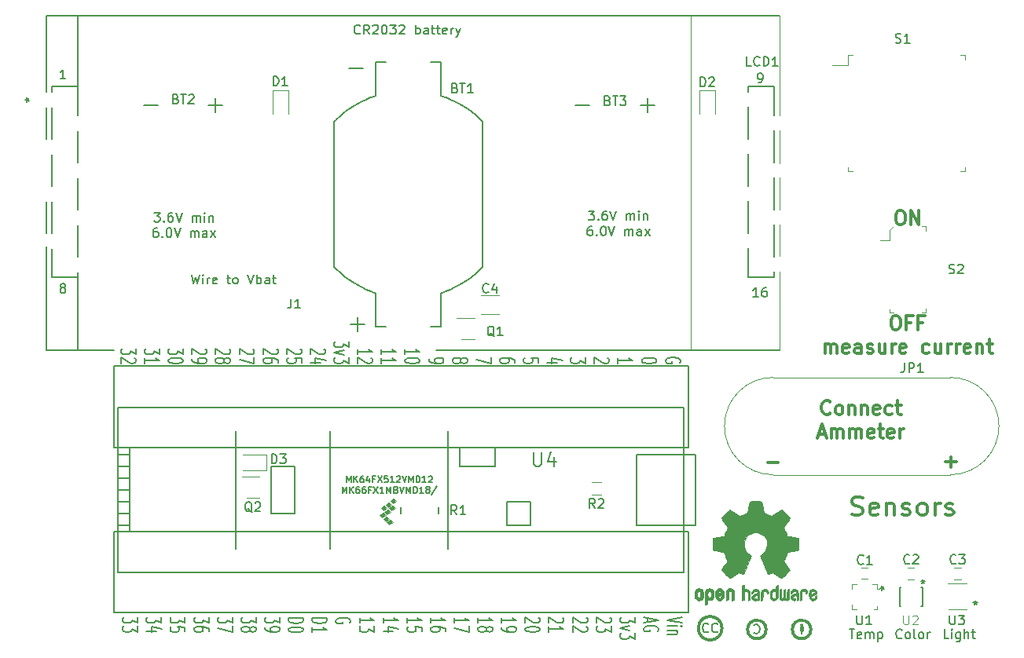
<source format=gbr>
G04 #@! TF.GenerationSoftware,KiCad,Pcbnew,(5.1.4)-1*
G04 #@! TF.CreationDate,2020-01-19T15:47:51-08:00*
G04 #@! TF.ProjectId,Light_intensity_data_logger,4c696768-745f-4696-9e74-656e73697479,rev?*
G04 #@! TF.SameCoordinates,Original*
G04 #@! TF.FileFunction,Legend,Top*
G04 #@! TF.FilePolarity,Positive*
%FSLAX46Y46*%
G04 Gerber Fmt 4.6, Leading zero omitted, Abs format (unit mm)*
G04 Created by KiCad (PCBNEW (5.1.4)-1) date 2020-01-19 15:47:51*
%MOMM*%
%LPD*%
G04 APERTURE LIST*
%ADD10C,0.150000*%
%ADD11C,0.300000*%
%ADD12C,0.120000*%
%ADD13C,0.127000*%
%ADD14C,0.152400*%
%ADD15C,0.100000*%
%ADD16C,0.200000*%
%ADD17C,0.400000*%
%ADD18C,0.010000*%
%ADD19C,0.120218*%
G04 APERTURE END LIST*
D10*
X142985000Y-69884404D02*
X143061190Y-69789166D01*
X143061190Y-69646309D01*
X142985000Y-69503452D01*
X142832619Y-69408214D01*
X142680238Y-69360595D01*
X142375476Y-69312976D01*
X142146904Y-69312976D01*
X141842142Y-69360595D01*
X141689761Y-69408214D01*
X141537380Y-69503452D01*
X141461190Y-69646309D01*
X141461190Y-69741547D01*
X141537380Y-69884404D01*
X141613571Y-69932023D01*
X142146904Y-69932023D01*
X142146904Y-69741547D01*
X140511190Y-69598690D02*
X140511190Y-69693928D01*
X140435000Y-69789166D01*
X140358809Y-69836785D01*
X140206428Y-69884404D01*
X139901666Y-69932023D01*
X139520714Y-69932023D01*
X139215952Y-69884404D01*
X139063571Y-69836785D01*
X138987380Y-69789166D01*
X138911190Y-69693928D01*
X138911190Y-69598690D01*
X138987380Y-69503452D01*
X139063571Y-69455833D01*
X139215952Y-69408214D01*
X139520714Y-69360595D01*
X139901666Y-69360595D01*
X140206428Y-69408214D01*
X140358809Y-69455833D01*
X140435000Y-69503452D01*
X140511190Y-69598690D01*
X136361190Y-69932023D02*
X136361190Y-69360595D01*
X136361190Y-69646309D02*
X137961190Y-69646309D01*
X137732619Y-69551071D01*
X137580238Y-69455833D01*
X137504047Y-69360595D01*
X135258809Y-69360595D02*
X135335000Y-69408214D01*
X135411190Y-69503452D01*
X135411190Y-69741547D01*
X135335000Y-69836785D01*
X135258809Y-69884404D01*
X135106428Y-69932023D01*
X134954047Y-69932023D01*
X134725476Y-69884404D01*
X133811190Y-69312976D01*
X133811190Y-69932023D01*
X132861190Y-69312976D02*
X132861190Y-69932023D01*
X132251666Y-69598690D01*
X132251666Y-69741547D01*
X132175476Y-69836785D01*
X132099285Y-69884404D01*
X131946904Y-69932023D01*
X131565952Y-69932023D01*
X131413571Y-69884404D01*
X131337380Y-69836785D01*
X131261190Y-69741547D01*
X131261190Y-69455833D01*
X131337380Y-69360595D01*
X131413571Y-69312976D01*
X129777857Y-69836785D02*
X128711190Y-69836785D01*
X130387380Y-69598690D02*
X129244523Y-69360595D01*
X129244523Y-69979642D01*
X127761190Y-69884404D02*
X127761190Y-69408214D01*
X126999285Y-69360595D01*
X127075476Y-69408214D01*
X127151666Y-69503452D01*
X127151666Y-69741547D01*
X127075476Y-69836785D01*
X126999285Y-69884404D01*
X126846904Y-69932023D01*
X126465952Y-69932023D01*
X126313571Y-69884404D01*
X126237380Y-69836785D01*
X126161190Y-69741547D01*
X126161190Y-69503452D01*
X126237380Y-69408214D01*
X126313571Y-69360595D01*
X125211190Y-69836785D02*
X125211190Y-69646309D01*
X125135000Y-69551071D01*
X125058809Y-69503452D01*
X124830238Y-69408214D01*
X124525476Y-69360595D01*
X123915952Y-69360595D01*
X123763571Y-69408214D01*
X123687380Y-69455833D01*
X123611190Y-69551071D01*
X123611190Y-69741547D01*
X123687380Y-69836785D01*
X123763571Y-69884404D01*
X123915952Y-69932023D01*
X124296904Y-69932023D01*
X124449285Y-69884404D01*
X124525476Y-69836785D01*
X124601666Y-69741547D01*
X124601666Y-69551071D01*
X124525476Y-69455833D01*
X124449285Y-69408214D01*
X124296904Y-69360595D01*
X122661190Y-69312976D02*
X122661190Y-69979642D01*
X121061190Y-69551071D01*
X119425476Y-69551071D02*
X119501666Y-69455833D01*
X119577857Y-69408214D01*
X119730238Y-69360595D01*
X119806428Y-69360595D01*
X119958809Y-69408214D01*
X120035000Y-69455833D01*
X120111190Y-69551071D01*
X120111190Y-69741547D01*
X120035000Y-69836785D01*
X119958809Y-69884404D01*
X119806428Y-69932023D01*
X119730238Y-69932023D01*
X119577857Y-69884404D01*
X119501666Y-69836785D01*
X119425476Y-69741547D01*
X119425476Y-69551071D01*
X119349285Y-69455833D01*
X119273095Y-69408214D01*
X119120714Y-69360595D01*
X118815952Y-69360595D01*
X118663571Y-69408214D01*
X118587380Y-69455833D01*
X118511190Y-69551071D01*
X118511190Y-69741547D01*
X118587380Y-69836785D01*
X118663571Y-69884404D01*
X118815952Y-69932023D01*
X119120714Y-69932023D01*
X119273095Y-69884404D01*
X119349285Y-69836785D01*
X119425476Y-69741547D01*
X115961190Y-69455833D02*
X115961190Y-69646309D01*
X116037380Y-69741547D01*
X116113571Y-69789166D01*
X116342142Y-69884404D01*
X116646904Y-69932023D01*
X117256428Y-69932023D01*
X117408809Y-69884404D01*
X117485000Y-69836785D01*
X117561190Y-69741547D01*
X117561190Y-69551071D01*
X117485000Y-69455833D01*
X117408809Y-69408214D01*
X117256428Y-69360595D01*
X116875476Y-69360595D01*
X116723095Y-69408214D01*
X116646904Y-69455833D01*
X116570714Y-69551071D01*
X116570714Y-69741547D01*
X116646904Y-69836785D01*
X116723095Y-69884404D01*
X116875476Y-69932023D01*
X113411190Y-68979642D02*
X113411190Y-68408214D01*
X113411190Y-68693928D02*
X115011190Y-68693928D01*
X114782619Y-68598690D01*
X114630238Y-68503452D01*
X114554047Y-68408214D01*
X115011190Y-69598690D02*
X115011190Y-69693928D01*
X114935000Y-69789166D01*
X114858809Y-69836785D01*
X114706428Y-69884404D01*
X114401666Y-69932023D01*
X114020714Y-69932023D01*
X113715952Y-69884404D01*
X113563571Y-69836785D01*
X113487380Y-69789166D01*
X113411190Y-69693928D01*
X113411190Y-69598690D01*
X113487380Y-69503452D01*
X113563571Y-69455833D01*
X113715952Y-69408214D01*
X114020714Y-69360595D01*
X114401666Y-69360595D01*
X114706428Y-69408214D01*
X114858809Y-69455833D01*
X114935000Y-69503452D01*
X115011190Y-69598690D01*
X110861190Y-68979642D02*
X110861190Y-68408214D01*
X110861190Y-68693928D02*
X112461190Y-68693928D01*
X112232619Y-68598690D01*
X112080238Y-68503452D01*
X112004047Y-68408214D01*
X110861190Y-69932023D02*
X110861190Y-69360595D01*
X110861190Y-69646309D02*
X112461190Y-69646309D01*
X112232619Y-69551071D01*
X112080238Y-69455833D01*
X112004047Y-69360595D01*
X108311190Y-68979642D02*
X108311190Y-68408214D01*
X108311190Y-68693928D02*
X109911190Y-68693928D01*
X109682619Y-68598690D01*
X109530238Y-68503452D01*
X109454047Y-68408214D01*
X109758809Y-69360595D02*
X109835000Y-69408214D01*
X109911190Y-69503452D01*
X109911190Y-69741547D01*
X109835000Y-69836785D01*
X109758809Y-69884404D01*
X109606428Y-69932023D01*
X109454047Y-69932023D01*
X109225476Y-69884404D01*
X108311190Y-69312976D01*
X108311190Y-69932023D01*
X107361190Y-67598690D02*
X107361190Y-68217738D01*
X106751666Y-67884404D01*
X106751666Y-68027261D01*
X106675476Y-68122500D01*
X106599285Y-68170119D01*
X106446904Y-68217738D01*
X106065952Y-68217738D01*
X105913571Y-68170119D01*
X105837380Y-68122500D01*
X105761190Y-68027261D01*
X105761190Y-67741547D01*
X105837380Y-67646309D01*
X105913571Y-67598690D01*
X106827857Y-68551071D02*
X105761190Y-68789166D01*
X106827857Y-69027261D01*
X107361190Y-69312976D02*
X107361190Y-69932023D01*
X106751666Y-69598690D01*
X106751666Y-69741547D01*
X106675476Y-69836785D01*
X106599285Y-69884404D01*
X106446904Y-69932023D01*
X106065952Y-69932023D01*
X105913571Y-69884404D01*
X105837380Y-69836785D01*
X105761190Y-69741547D01*
X105761190Y-69455833D01*
X105837380Y-69360595D01*
X105913571Y-69312976D01*
X104658809Y-68408214D02*
X104735000Y-68455833D01*
X104811190Y-68551071D01*
X104811190Y-68789166D01*
X104735000Y-68884404D01*
X104658809Y-68932023D01*
X104506428Y-68979642D01*
X104354047Y-68979642D01*
X104125476Y-68932023D01*
X103211190Y-68360595D01*
X103211190Y-68979642D01*
X104277857Y-69836785D02*
X103211190Y-69836785D01*
X104887380Y-69598690D02*
X103744523Y-69360595D01*
X103744523Y-69979642D01*
X102108809Y-68408214D02*
X102185000Y-68455833D01*
X102261190Y-68551071D01*
X102261190Y-68789166D01*
X102185000Y-68884404D01*
X102108809Y-68932023D01*
X101956428Y-68979642D01*
X101804047Y-68979642D01*
X101575476Y-68932023D01*
X100661190Y-68360595D01*
X100661190Y-68979642D01*
X102261190Y-69884404D02*
X102261190Y-69408214D01*
X101499285Y-69360595D01*
X101575476Y-69408214D01*
X101651666Y-69503452D01*
X101651666Y-69741547D01*
X101575476Y-69836785D01*
X101499285Y-69884404D01*
X101346904Y-69932023D01*
X100965952Y-69932023D01*
X100813571Y-69884404D01*
X100737380Y-69836785D01*
X100661190Y-69741547D01*
X100661190Y-69503452D01*
X100737380Y-69408214D01*
X100813571Y-69360595D01*
X99558809Y-68408214D02*
X99635000Y-68455833D01*
X99711190Y-68551071D01*
X99711190Y-68789166D01*
X99635000Y-68884404D01*
X99558809Y-68932023D01*
X99406428Y-68979642D01*
X99254047Y-68979642D01*
X99025476Y-68932023D01*
X98111190Y-68360595D01*
X98111190Y-68979642D01*
X99711190Y-69836785D02*
X99711190Y-69646309D01*
X99635000Y-69551071D01*
X99558809Y-69503452D01*
X99330238Y-69408214D01*
X99025476Y-69360595D01*
X98415952Y-69360595D01*
X98263571Y-69408214D01*
X98187380Y-69455833D01*
X98111190Y-69551071D01*
X98111190Y-69741547D01*
X98187380Y-69836785D01*
X98263571Y-69884404D01*
X98415952Y-69932023D01*
X98796904Y-69932023D01*
X98949285Y-69884404D01*
X99025476Y-69836785D01*
X99101666Y-69741547D01*
X99101666Y-69551071D01*
X99025476Y-69455833D01*
X98949285Y-69408214D01*
X98796904Y-69360595D01*
X97008809Y-68408214D02*
X97085000Y-68455833D01*
X97161190Y-68551071D01*
X97161190Y-68789166D01*
X97085000Y-68884404D01*
X97008809Y-68932023D01*
X96856428Y-68979642D01*
X96704047Y-68979642D01*
X96475476Y-68932023D01*
X95561190Y-68360595D01*
X95561190Y-68979642D01*
X97161190Y-69312976D02*
X97161190Y-69979642D01*
X95561190Y-69551071D01*
X94458809Y-68408214D02*
X94535000Y-68455833D01*
X94611190Y-68551071D01*
X94611190Y-68789166D01*
X94535000Y-68884404D01*
X94458809Y-68932023D01*
X94306428Y-68979642D01*
X94154047Y-68979642D01*
X93925476Y-68932023D01*
X93011190Y-68360595D01*
X93011190Y-68979642D01*
X93925476Y-69551071D02*
X94001666Y-69455833D01*
X94077857Y-69408214D01*
X94230238Y-69360595D01*
X94306428Y-69360595D01*
X94458809Y-69408214D01*
X94535000Y-69455833D01*
X94611190Y-69551071D01*
X94611190Y-69741547D01*
X94535000Y-69836785D01*
X94458809Y-69884404D01*
X94306428Y-69932023D01*
X94230238Y-69932023D01*
X94077857Y-69884404D01*
X94001666Y-69836785D01*
X93925476Y-69741547D01*
X93925476Y-69551071D01*
X93849285Y-69455833D01*
X93773095Y-69408214D01*
X93620714Y-69360595D01*
X93315952Y-69360595D01*
X93163571Y-69408214D01*
X93087380Y-69455833D01*
X93011190Y-69551071D01*
X93011190Y-69741547D01*
X93087380Y-69836785D01*
X93163571Y-69884404D01*
X93315952Y-69932023D01*
X93620714Y-69932023D01*
X93773095Y-69884404D01*
X93849285Y-69836785D01*
X93925476Y-69741547D01*
X91908809Y-68408214D02*
X91985000Y-68455833D01*
X92061190Y-68551071D01*
X92061190Y-68789166D01*
X91985000Y-68884404D01*
X91908809Y-68932023D01*
X91756428Y-68979642D01*
X91604047Y-68979642D01*
X91375476Y-68932023D01*
X90461190Y-68360595D01*
X90461190Y-68979642D01*
X90461190Y-69455833D02*
X90461190Y-69646309D01*
X90537380Y-69741547D01*
X90613571Y-69789166D01*
X90842142Y-69884404D01*
X91146904Y-69932023D01*
X91756428Y-69932023D01*
X91908809Y-69884404D01*
X91985000Y-69836785D01*
X92061190Y-69741547D01*
X92061190Y-69551071D01*
X91985000Y-69455833D01*
X91908809Y-69408214D01*
X91756428Y-69360595D01*
X91375476Y-69360595D01*
X91223095Y-69408214D01*
X91146904Y-69455833D01*
X91070714Y-69551071D01*
X91070714Y-69741547D01*
X91146904Y-69836785D01*
X91223095Y-69884404D01*
X91375476Y-69932023D01*
X89511190Y-68360595D02*
X89511190Y-68979642D01*
X88901666Y-68646309D01*
X88901666Y-68789166D01*
X88825476Y-68884404D01*
X88749285Y-68932023D01*
X88596904Y-68979642D01*
X88215952Y-68979642D01*
X88063571Y-68932023D01*
X87987380Y-68884404D01*
X87911190Y-68789166D01*
X87911190Y-68503452D01*
X87987380Y-68408214D01*
X88063571Y-68360595D01*
X89511190Y-69598690D02*
X89511190Y-69693928D01*
X89435000Y-69789166D01*
X89358809Y-69836785D01*
X89206428Y-69884404D01*
X88901666Y-69932023D01*
X88520714Y-69932023D01*
X88215952Y-69884404D01*
X88063571Y-69836785D01*
X87987380Y-69789166D01*
X87911190Y-69693928D01*
X87911190Y-69598690D01*
X87987380Y-69503452D01*
X88063571Y-69455833D01*
X88215952Y-69408214D01*
X88520714Y-69360595D01*
X88901666Y-69360595D01*
X89206428Y-69408214D01*
X89358809Y-69455833D01*
X89435000Y-69503452D01*
X89511190Y-69598690D01*
X86961190Y-68360595D02*
X86961190Y-68979642D01*
X86351666Y-68646309D01*
X86351666Y-68789166D01*
X86275476Y-68884404D01*
X86199285Y-68932023D01*
X86046904Y-68979642D01*
X85665952Y-68979642D01*
X85513571Y-68932023D01*
X85437380Y-68884404D01*
X85361190Y-68789166D01*
X85361190Y-68503452D01*
X85437380Y-68408214D01*
X85513571Y-68360595D01*
X85361190Y-69932023D02*
X85361190Y-69360595D01*
X85361190Y-69646309D02*
X86961190Y-69646309D01*
X86732619Y-69551071D01*
X86580238Y-69455833D01*
X86504047Y-69360595D01*
X84411190Y-68360595D02*
X84411190Y-68979642D01*
X83801666Y-68646309D01*
X83801666Y-68789166D01*
X83725476Y-68884404D01*
X83649285Y-68932023D01*
X83496904Y-68979642D01*
X83115952Y-68979642D01*
X82963571Y-68932023D01*
X82887380Y-68884404D01*
X82811190Y-68789166D01*
X82811190Y-68503452D01*
X82887380Y-68408214D01*
X82963571Y-68360595D01*
X84258809Y-69360595D02*
X84335000Y-69408214D01*
X84411190Y-69503452D01*
X84411190Y-69741547D01*
X84335000Y-69836785D01*
X84258809Y-69884404D01*
X84106428Y-69932023D01*
X83954047Y-69932023D01*
X83725476Y-69884404D01*
X82811190Y-69312976D01*
X82811190Y-69932023D01*
X90396190Y-60362380D02*
X90634285Y-61362380D01*
X90824761Y-60648095D01*
X91015238Y-61362380D01*
X91253333Y-60362380D01*
X91634285Y-61362380D02*
X91634285Y-60695714D01*
X91634285Y-60362380D02*
X91586666Y-60410000D01*
X91634285Y-60457619D01*
X91681904Y-60410000D01*
X91634285Y-60362380D01*
X91634285Y-60457619D01*
X92110476Y-61362380D02*
X92110476Y-60695714D01*
X92110476Y-60886190D02*
X92158095Y-60790952D01*
X92205714Y-60743333D01*
X92300952Y-60695714D01*
X92396190Y-60695714D01*
X93110476Y-61314761D02*
X93015238Y-61362380D01*
X92824761Y-61362380D01*
X92729523Y-61314761D01*
X92681904Y-61219523D01*
X92681904Y-60838571D01*
X92729523Y-60743333D01*
X92824761Y-60695714D01*
X93015238Y-60695714D01*
X93110476Y-60743333D01*
X93158095Y-60838571D01*
X93158095Y-60933809D01*
X92681904Y-61029047D01*
X94205714Y-60695714D02*
X94586666Y-60695714D01*
X94348571Y-60362380D02*
X94348571Y-61219523D01*
X94396190Y-61314761D01*
X94491428Y-61362380D01*
X94586666Y-61362380D01*
X95062857Y-61362380D02*
X94967619Y-61314761D01*
X94920000Y-61267142D01*
X94872380Y-61171904D01*
X94872380Y-60886190D01*
X94920000Y-60790952D01*
X94967619Y-60743333D01*
X95062857Y-60695714D01*
X95205714Y-60695714D01*
X95300952Y-60743333D01*
X95348571Y-60790952D01*
X95396190Y-60886190D01*
X95396190Y-61171904D01*
X95348571Y-61267142D01*
X95300952Y-61314761D01*
X95205714Y-61362380D01*
X95062857Y-61362380D01*
X96443809Y-60362380D02*
X96777142Y-61362380D01*
X97110476Y-60362380D01*
X97443809Y-61362380D02*
X97443809Y-60362380D01*
X97443809Y-60743333D02*
X97539047Y-60695714D01*
X97729523Y-60695714D01*
X97824761Y-60743333D01*
X97872380Y-60790952D01*
X97920000Y-60886190D01*
X97920000Y-61171904D01*
X97872380Y-61267142D01*
X97824761Y-61314761D01*
X97729523Y-61362380D01*
X97539047Y-61362380D01*
X97443809Y-61314761D01*
X98777142Y-61362380D02*
X98777142Y-60838571D01*
X98729523Y-60743333D01*
X98634285Y-60695714D01*
X98443809Y-60695714D01*
X98348571Y-60743333D01*
X98777142Y-61314761D02*
X98681904Y-61362380D01*
X98443809Y-61362380D01*
X98348571Y-61314761D01*
X98300952Y-61219523D01*
X98300952Y-61124285D01*
X98348571Y-61029047D01*
X98443809Y-60981428D01*
X98681904Y-60981428D01*
X98777142Y-60933809D01*
X99110476Y-60695714D02*
X99491428Y-60695714D01*
X99253333Y-60362380D02*
X99253333Y-61219523D01*
X99300952Y-61314761D01*
X99396190Y-61362380D01*
X99491428Y-61362380D01*
X133175714Y-53497380D02*
X133794761Y-53497380D01*
X133461428Y-53878333D01*
X133604285Y-53878333D01*
X133699523Y-53925952D01*
X133747142Y-53973571D01*
X133794761Y-54068809D01*
X133794761Y-54306904D01*
X133747142Y-54402142D01*
X133699523Y-54449761D01*
X133604285Y-54497380D01*
X133318571Y-54497380D01*
X133223333Y-54449761D01*
X133175714Y-54402142D01*
X134223333Y-54402142D02*
X134270952Y-54449761D01*
X134223333Y-54497380D01*
X134175714Y-54449761D01*
X134223333Y-54402142D01*
X134223333Y-54497380D01*
X135128095Y-53497380D02*
X134937619Y-53497380D01*
X134842380Y-53545000D01*
X134794761Y-53592619D01*
X134699523Y-53735476D01*
X134651904Y-53925952D01*
X134651904Y-54306904D01*
X134699523Y-54402142D01*
X134747142Y-54449761D01*
X134842380Y-54497380D01*
X135032857Y-54497380D01*
X135128095Y-54449761D01*
X135175714Y-54402142D01*
X135223333Y-54306904D01*
X135223333Y-54068809D01*
X135175714Y-53973571D01*
X135128095Y-53925952D01*
X135032857Y-53878333D01*
X134842380Y-53878333D01*
X134747142Y-53925952D01*
X134699523Y-53973571D01*
X134651904Y-54068809D01*
X135509047Y-53497380D02*
X135842380Y-54497380D01*
X136175714Y-53497380D01*
X137270952Y-54497380D02*
X137270952Y-53830714D01*
X137270952Y-53925952D02*
X137318571Y-53878333D01*
X137413809Y-53830714D01*
X137556666Y-53830714D01*
X137651904Y-53878333D01*
X137699523Y-53973571D01*
X137699523Y-54497380D01*
X137699523Y-53973571D02*
X137747142Y-53878333D01*
X137842380Y-53830714D01*
X137985238Y-53830714D01*
X138080476Y-53878333D01*
X138128095Y-53973571D01*
X138128095Y-54497380D01*
X138604285Y-54497380D02*
X138604285Y-53830714D01*
X138604285Y-53497380D02*
X138556666Y-53545000D01*
X138604285Y-53592619D01*
X138651904Y-53545000D01*
X138604285Y-53497380D01*
X138604285Y-53592619D01*
X139080476Y-53830714D02*
X139080476Y-54497380D01*
X139080476Y-53925952D02*
X139128095Y-53878333D01*
X139223333Y-53830714D01*
X139366190Y-53830714D01*
X139461428Y-53878333D01*
X139509047Y-53973571D01*
X139509047Y-54497380D01*
X133532857Y-55147380D02*
X133342380Y-55147380D01*
X133247142Y-55195000D01*
X133199523Y-55242619D01*
X133104285Y-55385476D01*
X133056666Y-55575952D01*
X133056666Y-55956904D01*
X133104285Y-56052142D01*
X133151904Y-56099761D01*
X133247142Y-56147380D01*
X133437619Y-56147380D01*
X133532857Y-56099761D01*
X133580476Y-56052142D01*
X133628095Y-55956904D01*
X133628095Y-55718809D01*
X133580476Y-55623571D01*
X133532857Y-55575952D01*
X133437619Y-55528333D01*
X133247142Y-55528333D01*
X133151904Y-55575952D01*
X133104285Y-55623571D01*
X133056666Y-55718809D01*
X134056666Y-56052142D02*
X134104285Y-56099761D01*
X134056666Y-56147380D01*
X134009047Y-56099761D01*
X134056666Y-56052142D01*
X134056666Y-56147380D01*
X134723333Y-55147380D02*
X134818571Y-55147380D01*
X134913809Y-55195000D01*
X134961428Y-55242619D01*
X135009047Y-55337857D01*
X135056666Y-55528333D01*
X135056666Y-55766428D01*
X135009047Y-55956904D01*
X134961428Y-56052142D01*
X134913809Y-56099761D01*
X134818571Y-56147380D01*
X134723333Y-56147380D01*
X134628095Y-56099761D01*
X134580476Y-56052142D01*
X134532857Y-55956904D01*
X134485238Y-55766428D01*
X134485238Y-55528333D01*
X134532857Y-55337857D01*
X134580476Y-55242619D01*
X134628095Y-55195000D01*
X134723333Y-55147380D01*
X135342380Y-55147380D02*
X135675714Y-56147380D01*
X136009047Y-55147380D01*
X137104285Y-56147380D02*
X137104285Y-55480714D01*
X137104285Y-55575952D02*
X137151904Y-55528333D01*
X137247142Y-55480714D01*
X137390000Y-55480714D01*
X137485238Y-55528333D01*
X137532857Y-55623571D01*
X137532857Y-56147380D01*
X137532857Y-55623571D02*
X137580476Y-55528333D01*
X137675714Y-55480714D01*
X137818571Y-55480714D01*
X137913809Y-55528333D01*
X137961428Y-55623571D01*
X137961428Y-56147380D01*
X138866190Y-56147380D02*
X138866190Y-55623571D01*
X138818571Y-55528333D01*
X138723333Y-55480714D01*
X138532857Y-55480714D01*
X138437619Y-55528333D01*
X138866190Y-56099761D02*
X138770952Y-56147380D01*
X138532857Y-56147380D01*
X138437619Y-56099761D01*
X138390000Y-56004523D01*
X138390000Y-55909285D01*
X138437619Y-55814047D01*
X138532857Y-55766428D01*
X138770952Y-55766428D01*
X138866190Y-55718809D01*
X139247142Y-56147380D02*
X139770952Y-55480714D01*
X139247142Y-55480714D02*
X139770952Y-56147380D01*
X86385714Y-53687380D02*
X87004761Y-53687380D01*
X86671428Y-54068333D01*
X86814285Y-54068333D01*
X86909523Y-54115952D01*
X86957142Y-54163571D01*
X87004761Y-54258809D01*
X87004761Y-54496904D01*
X86957142Y-54592142D01*
X86909523Y-54639761D01*
X86814285Y-54687380D01*
X86528571Y-54687380D01*
X86433333Y-54639761D01*
X86385714Y-54592142D01*
X87433333Y-54592142D02*
X87480952Y-54639761D01*
X87433333Y-54687380D01*
X87385714Y-54639761D01*
X87433333Y-54592142D01*
X87433333Y-54687380D01*
X88338095Y-53687380D02*
X88147619Y-53687380D01*
X88052380Y-53735000D01*
X88004761Y-53782619D01*
X87909523Y-53925476D01*
X87861904Y-54115952D01*
X87861904Y-54496904D01*
X87909523Y-54592142D01*
X87957142Y-54639761D01*
X88052380Y-54687380D01*
X88242857Y-54687380D01*
X88338095Y-54639761D01*
X88385714Y-54592142D01*
X88433333Y-54496904D01*
X88433333Y-54258809D01*
X88385714Y-54163571D01*
X88338095Y-54115952D01*
X88242857Y-54068333D01*
X88052380Y-54068333D01*
X87957142Y-54115952D01*
X87909523Y-54163571D01*
X87861904Y-54258809D01*
X88719047Y-53687380D02*
X89052380Y-54687380D01*
X89385714Y-53687380D01*
X90480952Y-54687380D02*
X90480952Y-54020714D01*
X90480952Y-54115952D02*
X90528571Y-54068333D01*
X90623809Y-54020714D01*
X90766666Y-54020714D01*
X90861904Y-54068333D01*
X90909523Y-54163571D01*
X90909523Y-54687380D01*
X90909523Y-54163571D02*
X90957142Y-54068333D01*
X91052380Y-54020714D01*
X91195238Y-54020714D01*
X91290476Y-54068333D01*
X91338095Y-54163571D01*
X91338095Y-54687380D01*
X91814285Y-54687380D02*
X91814285Y-54020714D01*
X91814285Y-53687380D02*
X91766666Y-53735000D01*
X91814285Y-53782619D01*
X91861904Y-53735000D01*
X91814285Y-53687380D01*
X91814285Y-53782619D01*
X92290476Y-54020714D02*
X92290476Y-54687380D01*
X92290476Y-54115952D02*
X92338095Y-54068333D01*
X92433333Y-54020714D01*
X92576190Y-54020714D01*
X92671428Y-54068333D01*
X92719047Y-54163571D01*
X92719047Y-54687380D01*
X86742857Y-55337380D02*
X86552380Y-55337380D01*
X86457142Y-55385000D01*
X86409523Y-55432619D01*
X86314285Y-55575476D01*
X86266666Y-55765952D01*
X86266666Y-56146904D01*
X86314285Y-56242142D01*
X86361904Y-56289761D01*
X86457142Y-56337380D01*
X86647619Y-56337380D01*
X86742857Y-56289761D01*
X86790476Y-56242142D01*
X86838095Y-56146904D01*
X86838095Y-55908809D01*
X86790476Y-55813571D01*
X86742857Y-55765952D01*
X86647619Y-55718333D01*
X86457142Y-55718333D01*
X86361904Y-55765952D01*
X86314285Y-55813571D01*
X86266666Y-55908809D01*
X87266666Y-56242142D02*
X87314285Y-56289761D01*
X87266666Y-56337380D01*
X87219047Y-56289761D01*
X87266666Y-56242142D01*
X87266666Y-56337380D01*
X87933333Y-55337380D02*
X88028571Y-55337380D01*
X88123809Y-55385000D01*
X88171428Y-55432619D01*
X88219047Y-55527857D01*
X88266666Y-55718333D01*
X88266666Y-55956428D01*
X88219047Y-56146904D01*
X88171428Y-56242142D01*
X88123809Y-56289761D01*
X88028571Y-56337380D01*
X87933333Y-56337380D01*
X87838095Y-56289761D01*
X87790476Y-56242142D01*
X87742857Y-56146904D01*
X87695238Y-55956428D01*
X87695238Y-55718333D01*
X87742857Y-55527857D01*
X87790476Y-55432619D01*
X87838095Y-55385000D01*
X87933333Y-55337380D01*
X88552380Y-55337380D02*
X88885714Y-56337380D01*
X89219047Y-55337380D01*
X90314285Y-56337380D02*
X90314285Y-55670714D01*
X90314285Y-55765952D02*
X90361904Y-55718333D01*
X90457142Y-55670714D01*
X90600000Y-55670714D01*
X90695238Y-55718333D01*
X90742857Y-55813571D01*
X90742857Y-56337380D01*
X90742857Y-55813571D02*
X90790476Y-55718333D01*
X90885714Y-55670714D01*
X91028571Y-55670714D01*
X91123809Y-55718333D01*
X91171428Y-55813571D01*
X91171428Y-56337380D01*
X92076190Y-56337380D02*
X92076190Y-55813571D01*
X92028571Y-55718333D01*
X91933333Y-55670714D01*
X91742857Y-55670714D01*
X91647619Y-55718333D01*
X92076190Y-56289761D02*
X91980952Y-56337380D01*
X91742857Y-56337380D01*
X91647619Y-56289761D01*
X91600000Y-56194523D01*
X91600000Y-56099285D01*
X91647619Y-56004047D01*
X91742857Y-55956428D01*
X91980952Y-55956428D01*
X92076190Y-55908809D01*
X92457142Y-56337380D02*
X92980952Y-55670714D01*
X92457142Y-55670714D02*
X92980952Y-56337380D01*
X151469523Y-39662380D02*
X151660000Y-39662380D01*
X151755238Y-39614761D01*
X151802857Y-39567142D01*
X151898095Y-39424285D01*
X151945714Y-39233809D01*
X151945714Y-38852857D01*
X151898095Y-38757619D01*
X151850476Y-38710000D01*
X151755238Y-38662380D01*
X151564761Y-38662380D01*
X151469523Y-38710000D01*
X151421904Y-38757619D01*
X151374285Y-38852857D01*
X151374285Y-39090952D01*
X151421904Y-39186190D01*
X151469523Y-39233809D01*
X151564761Y-39281428D01*
X151755238Y-39281428D01*
X151850476Y-39233809D01*
X151898095Y-39186190D01*
X151945714Y-39090952D01*
X151469523Y-62762380D02*
X150898095Y-62762380D01*
X151183809Y-62762380D02*
X151183809Y-61762380D01*
X151088571Y-61905238D01*
X150993333Y-62000476D01*
X150898095Y-62048095D01*
X152326666Y-61762380D02*
X152136190Y-61762380D01*
X152040952Y-61810000D01*
X151993333Y-61857619D01*
X151898095Y-62000476D01*
X151850476Y-62190952D01*
X151850476Y-62571904D01*
X151898095Y-62667142D01*
X151945714Y-62714761D01*
X152040952Y-62762380D01*
X152231428Y-62762380D01*
X152326666Y-62714761D01*
X152374285Y-62667142D01*
X152421904Y-62571904D01*
X152421904Y-62333809D01*
X152374285Y-62238571D01*
X152326666Y-62190952D01*
X152231428Y-62143333D01*
X152040952Y-62143333D01*
X151945714Y-62190952D01*
X151898095Y-62238571D01*
X151850476Y-62333809D01*
X76825714Y-39262380D02*
X76254285Y-39262380D01*
X76540000Y-39262380D02*
X76540000Y-38262380D01*
X76444761Y-38405238D01*
X76349523Y-38500476D01*
X76254285Y-38548095D01*
X76444761Y-61790952D02*
X76349523Y-61743333D01*
X76301904Y-61695714D01*
X76254285Y-61600476D01*
X76254285Y-61552857D01*
X76301904Y-61457619D01*
X76349523Y-61410000D01*
X76444761Y-61362380D01*
X76635238Y-61362380D01*
X76730476Y-61410000D01*
X76778095Y-61457619D01*
X76825714Y-61552857D01*
X76825714Y-61600476D01*
X76778095Y-61695714D01*
X76730476Y-61743333D01*
X76635238Y-61790952D01*
X76444761Y-61790952D01*
X76349523Y-61838571D01*
X76301904Y-61886190D01*
X76254285Y-61981428D01*
X76254285Y-62171904D01*
X76301904Y-62267142D01*
X76349523Y-62314761D01*
X76444761Y-62362380D01*
X76635238Y-62362380D01*
X76730476Y-62314761D01*
X76778095Y-62267142D01*
X76825714Y-62171904D01*
X76825714Y-61981428D01*
X76778095Y-61886190D01*
X76730476Y-61838571D01*
X76635238Y-61790952D01*
D11*
X161563809Y-86229523D02*
X161849523Y-86324761D01*
X162325714Y-86324761D01*
X162516190Y-86229523D01*
X162611428Y-86134285D01*
X162706666Y-85943809D01*
X162706666Y-85753333D01*
X162611428Y-85562857D01*
X162516190Y-85467619D01*
X162325714Y-85372380D01*
X161944761Y-85277142D01*
X161754285Y-85181904D01*
X161659047Y-85086666D01*
X161563809Y-84896190D01*
X161563809Y-84705714D01*
X161659047Y-84515238D01*
X161754285Y-84420000D01*
X161944761Y-84324761D01*
X162420952Y-84324761D01*
X162706666Y-84420000D01*
X164325714Y-86229523D02*
X164135238Y-86324761D01*
X163754285Y-86324761D01*
X163563809Y-86229523D01*
X163468571Y-86039047D01*
X163468571Y-85277142D01*
X163563809Y-85086666D01*
X163754285Y-84991428D01*
X164135238Y-84991428D01*
X164325714Y-85086666D01*
X164420952Y-85277142D01*
X164420952Y-85467619D01*
X163468571Y-85658095D01*
X165278095Y-84991428D02*
X165278095Y-86324761D01*
X165278095Y-85181904D02*
X165373333Y-85086666D01*
X165563809Y-84991428D01*
X165849523Y-84991428D01*
X166040000Y-85086666D01*
X166135238Y-85277142D01*
X166135238Y-86324761D01*
X166992380Y-86229523D02*
X167182857Y-86324761D01*
X167563809Y-86324761D01*
X167754285Y-86229523D01*
X167849523Y-86039047D01*
X167849523Y-85943809D01*
X167754285Y-85753333D01*
X167563809Y-85658095D01*
X167278095Y-85658095D01*
X167087619Y-85562857D01*
X166992380Y-85372380D01*
X166992380Y-85277142D01*
X167087619Y-85086666D01*
X167278095Y-84991428D01*
X167563809Y-84991428D01*
X167754285Y-85086666D01*
X168992380Y-86324761D02*
X168801904Y-86229523D01*
X168706666Y-86134285D01*
X168611428Y-85943809D01*
X168611428Y-85372380D01*
X168706666Y-85181904D01*
X168801904Y-85086666D01*
X168992380Y-84991428D01*
X169278095Y-84991428D01*
X169468571Y-85086666D01*
X169563809Y-85181904D01*
X169659047Y-85372380D01*
X169659047Y-85943809D01*
X169563809Y-86134285D01*
X169468571Y-86229523D01*
X169278095Y-86324761D01*
X168992380Y-86324761D01*
X170516190Y-86324761D02*
X170516190Y-84991428D01*
X170516190Y-85372380D02*
X170611428Y-85181904D01*
X170706666Y-85086666D01*
X170897142Y-84991428D01*
X171087619Y-84991428D01*
X171659047Y-86229523D02*
X171849523Y-86324761D01*
X172230476Y-86324761D01*
X172420952Y-86229523D01*
X172516190Y-86039047D01*
X172516190Y-85943809D01*
X172420952Y-85753333D01*
X172230476Y-85658095D01*
X171944761Y-85658095D01*
X171754285Y-85562857D01*
X171659047Y-85372380D01*
X171659047Y-85277142D01*
X171754285Y-85086666D01*
X171944761Y-84991428D01*
X172230476Y-84991428D01*
X172420952Y-85086666D01*
D10*
X143261190Y-97272738D02*
X141661190Y-97606071D01*
X143261190Y-97939404D01*
X141661190Y-98272738D02*
X142727857Y-98272738D01*
X143261190Y-98272738D02*
X143185000Y-98225119D01*
X143108809Y-98272738D01*
X143185000Y-98320357D01*
X143261190Y-98272738D01*
X143108809Y-98272738D01*
X142727857Y-98748928D02*
X141661190Y-98748928D01*
X142575476Y-98748928D02*
X142651666Y-98796547D01*
X142727857Y-98891785D01*
X142727857Y-99034642D01*
X142651666Y-99129880D01*
X142499285Y-99177500D01*
X141661190Y-99177500D01*
X139568333Y-97367976D02*
X139568333Y-97844166D01*
X139111190Y-97272738D02*
X140711190Y-97606071D01*
X139111190Y-97939404D01*
X140635000Y-98796547D02*
X140711190Y-98701309D01*
X140711190Y-98558452D01*
X140635000Y-98415595D01*
X140482619Y-98320357D01*
X140330238Y-98272738D01*
X140025476Y-98225119D01*
X139796904Y-98225119D01*
X139492142Y-98272738D01*
X139339761Y-98320357D01*
X139187380Y-98415595D01*
X139111190Y-98558452D01*
X139111190Y-98653690D01*
X139187380Y-98796547D01*
X139263571Y-98844166D01*
X139796904Y-98844166D01*
X139796904Y-98653690D01*
X138161190Y-97320357D02*
X138161190Y-97939404D01*
X137551666Y-97606071D01*
X137551666Y-97748928D01*
X137475476Y-97844166D01*
X137399285Y-97891785D01*
X137246904Y-97939404D01*
X136865952Y-97939404D01*
X136713571Y-97891785D01*
X136637380Y-97844166D01*
X136561190Y-97748928D01*
X136561190Y-97463214D01*
X136637380Y-97367976D01*
X136713571Y-97320357D01*
X137627857Y-98272738D02*
X136561190Y-98510833D01*
X137627857Y-98748928D01*
X138161190Y-99034642D02*
X138161190Y-99653690D01*
X137551666Y-99320357D01*
X137551666Y-99463214D01*
X137475476Y-99558452D01*
X137399285Y-99606071D01*
X137246904Y-99653690D01*
X136865952Y-99653690D01*
X136713571Y-99606071D01*
X136637380Y-99558452D01*
X136561190Y-99463214D01*
X136561190Y-99177500D01*
X136637380Y-99082261D01*
X136713571Y-99034642D01*
X135458809Y-97367976D02*
X135535000Y-97415595D01*
X135611190Y-97510833D01*
X135611190Y-97748928D01*
X135535000Y-97844166D01*
X135458809Y-97891785D01*
X135306428Y-97939404D01*
X135154047Y-97939404D01*
X134925476Y-97891785D01*
X134011190Y-97320357D01*
X134011190Y-97939404D01*
X135611190Y-98272738D02*
X135611190Y-98891785D01*
X135001666Y-98558452D01*
X135001666Y-98701309D01*
X134925476Y-98796547D01*
X134849285Y-98844166D01*
X134696904Y-98891785D01*
X134315952Y-98891785D01*
X134163571Y-98844166D01*
X134087380Y-98796547D01*
X134011190Y-98701309D01*
X134011190Y-98415595D01*
X134087380Y-98320357D01*
X134163571Y-98272738D01*
X132908809Y-97367976D02*
X132985000Y-97415595D01*
X133061190Y-97510833D01*
X133061190Y-97748928D01*
X132985000Y-97844166D01*
X132908809Y-97891785D01*
X132756428Y-97939404D01*
X132604047Y-97939404D01*
X132375476Y-97891785D01*
X131461190Y-97320357D01*
X131461190Y-97939404D01*
X132908809Y-98320357D02*
X132985000Y-98367976D01*
X133061190Y-98463214D01*
X133061190Y-98701309D01*
X132985000Y-98796547D01*
X132908809Y-98844166D01*
X132756428Y-98891785D01*
X132604047Y-98891785D01*
X132375476Y-98844166D01*
X131461190Y-98272738D01*
X131461190Y-98891785D01*
X130358809Y-97367976D02*
X130435000Y-97415595D01*
X130511190Y-97510833D01*
X130511190Y-97748928D01*
X130435000Y-97844166D01*
X130358809Y-97891785D01*
X130206428Y-97939404D01*
X130054047Y-97939404D01*
X129825476Y-97891785D01*
X128911190Y-97320357D01*
X128911190Y-97939404D01*
X128911190Y-98891785D02*
X128911190Y-98320357D01*
X128911190Y-98606071D02*
X130511190Y-98606071D01*
X130282619Y-98510833D01*
X130130238Y-98415595D01*
X130054047Y-98320357D01*
X127808809Y-97367976D02*
X127885000Y-97415595D01*
X127961190Y-97510833D01*
X127961190Y-97748928D01*
X127885000Y-97844166D01*
X127808809Y-97891785D01*
X127656428Y-97939404D01*
X127504047Y-97939404D01*
X127275476Y-97891785D01*
X126361190Y-97320357D01*
X126361190Y-97939404D01*
X127961190Y-98558452D02*
X127961190Y-98653690D01*
X127885000Y-98748928D01*
X127808809Y-98796547D01*
X127656428Y-98844166D01*
X127351666Y-98891785D01*
X126970714Y-98891785D01*
X126665952Y-98844166D01*
X126513571Y-98796547D01*
X126437380Y-98748928D01*
X126361190Y-98653690D01*
X126361190Y-98558452D01*
X126437380Y-98463214D01*
X126513571Y-98415595D01*
X126665952Y-98367976D01*
X126970714Y-98320357D01*
X127351666Y-98320357D01*
X127656428Y-98367976D01*
X127808809Y-98415595D01*
X127885000Y-98463214D01*
X127961190Y-98558452D01*
X123811190Y-97939404D02*
X123811190Y-97367976D01*
X123811190Y-97653690D02*
X125411190Y-97653690D01*
X125182619Y-97558452D01*
X125030238Y-97463214D01*
X124954047Y-97367976D01*
X123811190Y-98415595D02*
X123811190Y-98606071D01*
X123887380Y-98701309D01*
X123963571Y-98748928D01*
X124192142Y-98844166D01*
X124496904Y-98891785D01*
X125106428Y-98891785D01*
X125258809Y-98844166D01*
X125335000Y-98796547D01*
X125411190Y-98701309D01*
X125411190Y-98510833D01*
X125335000Y-98415595D01*
X125258809Y-98367976D01*
X125106428Y-98320357D01*
X124725476Y-98320357D01*
X124573095Y-98367976D01*
X124496904Y-98415595D01*
X124420714Y-98510833D01*
X124420714Y-98701309D01*
X124496904Y-98796547D01*
X124573095Y-98844166D01*
X124725476Y-98891785D01*
X121261190Y-97939404D02*
X121261190Y-97367976D01*
X121261190Y-97653690D02*
X122861190Y-97653690D01*
X122632619Y-97558452D01*
X122480238Y-97463214D01*
X122404047Y-97367976D01*
X122175476Y-98510833D02*
X122251666Y-98415595D01*
X122327857Y-98367976D01*
X122480238Y-98320357D01*
X122556428Y-98320357D01*
X122708809Y-98367976D01*
X122785000Y-98415595D01*
X122861190Y-98510833D01*
X122861190Y-98701309D01*
X122785000Y-98796547D01*
X122708809Y-98844166D01*
X122556428Y-98891785D01*
X122480238Y-98891785D01*
X122327857Y-98844166D01*
X122251666Y-98796547D01*
X122175476Y-98701309D01*
X122175476Y-98510833D01*
X122099285Y-98415595D01*
X122023095Y-98367976D01*
X121870714Y-98320357D01*
X121565952Y-98320357D01*
X121413571Y-98367976D01*
X121337380Y-98415595D01*
X121261190Y-98510833D01*
X121261190Y-98701309D01*
X121337380Y-98796547D01*
X121413571Y-98844166D01*
X121565952Y-98891785D01*
X121870714Y-98891785D01*
X122023095Y-98844166D01*
X122099285Y-98796547D01*
X122175476Y-98701309D01*
X118711190Y-97939404D02*
X118711190Y-97367976D01*
X118711190Y-97653690D02*
X120311190Y-97653690D01*
X120082619Y-97558452D01*
X119930238Y-97463214D01*
X119854047Y-97367976D01*
X120311190Y-98272738D02*
X120311190Y-98939404D01*
X118711190Y-98510833D01*
X116161190Y-97939404D02*
X116161190Y-97367976D01*
X116161190Y-97653690D02*
X117761190Y-97653690D01*
X117532619Y-97558452D01*
X117380238Y-97463214D01*
X117304047Y-97367976D01*
X117761190Y-98796547D02*
X117761190Y-98606071D01*
X117685000Y-98510833D01*
X117608809Y-98463214D01*
X117380238Y-98367976D01*
X117075476Y-98320357D01*
X116465952Y-98320357D01*
X116313571Y-98367976D01*
X116237380Y-98415595D01*
X116161190Y-98510833D01*
X116161190Y-98701309D01*
X116237380Y-98796547D01*
X116313571Y-98844166D01*
X116465952Y-98891785D01*
X116846904Y-98891785D01*
X116999285Y-98844166D01*
X117075476Y-98796547D01*
X117151666Y-98701309D01*
X117151666Y-98510833D01*
X117075476Y-98415595D01*
X116999285Y-98367976D01*
X116846904Y-98320357D01*
X113611190Y-97939404D02*
X113611190Y-97367976D01*
X113611190Y-97653690D02*
X115211190Y-97653690D01*
X114982619Y-97558452D01*
X114830238Y-97463214D01*
X114754047Y-97367976D01*
X115211190Y-98844166D02*
X115211190Y-98367976D01*
X114449285Y-98320357D01*
X114525476Y-98367976D01*
X114601666Y-98463214D01*
X114601666Y-98701309D01*
X114525476Y-98796547D01*
X114449285Y-98844166D01*
X114296904Y-98891785D01*
X113915952Y-98891785D01*
X113763571Y-98844166D01*
X113687380Y-98796547D01*
X113611190Y-98701309D01*
X113611190Y-98463214D01*
X113687380Y-98367976D01*
X113763571Y-98320357D01*
X111061190Y-97939404D02*
X111061190Y-97367976D01*
X111061190Y-97653690D02*
X112661190Y-97653690D01*
X112432619Y-97558452D01*
X112280238Y-97463214D01*
X112204047Y-97367976D01*
X112127857Y-98796547D02*
X111061190Y-98796547D01*
X112737380Y-98558452D02*
X111594523Y-98320357D01*
X111594523Y-98939404D01*
X108511190Y-97939404D02*
X108511190Y-97367976D01*
X108511190Y-97653690D02*
X110111190Y-97653690D01*
X109882619Y-97558452D01*
X109730238Y-97463214D01*
X109654047Y-97367976D01*
X110111190Y-98272738D02*
X110111190Y-98891785D01*
X109501666Y-98558452D01*
X109501666Y-98701309D01*
X109425476Y-98796547D01*
X109349285Y-98844166D01*
X109196904Y-98891785D01*
X108815952Y-98891785D01*
X108663571Y-98844166D01*
X108587380Y-98796547D01*
X108511190Y-98701309D01*
X108511190Y-98415595D01*
X108587380Y-98320357D01*
X108663571Y-98272738D01*
X107485000Y-97939404D02*
X107561190Y-97844166D01*
X107561190Y-97701309D01*
X107485000Y-97558452D01*
X107332619Y-97463214D01*
X107180238Y-97415595D01*
X106875476Y-97367976D01*
X106646904Y-97367976D01*
X106342142Y-97415595D01*
X106189761Y-97463214D01*
X106037380Y-97558452D01*
X105961190Y-97701309D01*
X105961190Y-97796547D01*
X106037380Y-97939404D01*
X106113571Y-97987023D01*
X106646904Y-97987023D01*
X106646904Y-97796547D01*
X103411190Y-97415595D02*
X105011190Y-97415595D01*
X105011190Y-97653690D01*
X104935000Y-97796547D01*
X104782619Y-97891785D01*
X104630238Y-97939404D01*
X104325476Y-97987023D01*
X104096904Y-97987023D01*
X103792142Y-97939404D01*
X103639761Y-97891785D01*
X103487380Y-97796547D01*
X103411190Y-97653690D01*
X103411190Y-97415595D01*
X103411190Y-98939404D02*
X103411190Y-98367976D01*
X103411190Y-98653690D02*
X105011190Y-98653690D01*
X104782619Y-98558452D01*
X104630238Y-98463214D01*
X104554047Y-98367976D01*
X100861190Y-97415595D02*
X102461190Y-97415595D01*
X102461190Y-97653690D01*
X102385000Y-97796547D01*
X102232619Y-97891785D01*
X102080238Y-97939404D01*
X101775476Y-97987023D01*
X101546904Y-97987023D01*
X101242142Y-97939404D01*
X101089761Y-97891785D01*
X100937380Y-97796547D01*
X100861190Y-97653690D01*
X100861190Y-97415595D01*
X102461190Y-98606071D02*
X102461190Y-98701309D01*
X102385000Y-98796547D01*
X102308809Y-98844166D01*
X102156428Y-98891785D01*
X101851666Y-98939404D01*
X101470714Y-98939404D01*
X101165952Y-98891785D01*
X101013571Y-98844166D01*
X100937380Y-98796547D01*
X100861190Y-98701309D01*
X100861190Y-98606071D01*
X100937380Y-98510833D01*
X101013571Y-98463214D01*
X101165952Y-98415595D01*
X101470714Y-98367976D01*
X101851666Y-98367976D01*
X102156428Y-98415595D01*
X102308809Y-98463214D01*
X102385000Y-98510833D01*
X102461190Y-98606071D01*
X99911190Y-97320357D02*
X99911190Y-97939404D01*
X99301666Y-97606071D01*
X99301666Y-97748928D01*
X99225476Y-97844166D01*
X99149285Y-97891785D01*
X98996904Y-97939404D01*
X98615952Y-97939404D01*
X98463571Y-97891785D01*
X98387380Y-97844166D01*
X98311190Y-97748928D01*
X98311190Y-97463214D01*
X98387380Y-97367976D01*
X98463571Y-97320357D01*
X98311190Y-98415595D02*
X98311190Y-98606071D01*
X98387380Y-98701309D01*
X98463571Y-98748928D01*
X98692142Y-98844166D01*
X98996904Y-98891785D01*
X99606428Y-98891785D01*
X99758809Y-98844166D01*
X99835000Y-98796547D01*
X99911190Y-98701309D01*
X99911190Y-98510833D01*
X99835000Y-98415595D01*
X99758809Y-98367976D01*
X99606428Y-98320357D01*
X99225476Y-98320357D01*
X99073095Y-98367976D01*
X98996904Y-98415595D01*
X98920714Y-98510833D01*
X98920714Y-98701309D01*
X98996904Y-98796547D01*
X99073095Y-98844166D01*
X99225476Y-98891785D01*
X97361190Y-97320357D02*
X97361190Y-97939404D01*
X96751666Y-97606071D01*
X96751666Y-97748928D01*
X96675476Y-97844166D01*
X96599285Y-97891785D01*
X96446904Y-97939404D01*
X96065952Y-97939404D01*
X95913571Y-97891785D01*
X95837380Y-97844166D01*
X95761190Y-97748928D01*
X95761190Y-97463214D01*
X95837380Y-97367976D01*
X95913571Y-97320357D01*
X96675476Y-98510833D02*
X96751666Y-98415595D01*
X96827857Y-98367976D01*
X96980238Y-98320357D01*
X97056428Y-98320357D01*
X97208809Y-98367976D01*
X97285000Y-98415595D01*
X97361190Y-98510833D01*
X97361190Y-98701309D01*
X97285000Y-98796547D01*
X97208809Y-98844166D01*
X97056428Y-98891785D01*
X96980238Y-98891785D01*
X96827857Y-98844166D01*
X96751666Y-98796547D01*
X96675476Y-98701309D01*
X96675476Y-98510833D01*
X96599285Y-98415595D01*
X96523095Y-98367976D01*
X96370714Y-98320357D01*
X96065952Y-98320357D01*
X95913571Y-98367976D01*
X95837380Y-98415595D01*
X95761190Y-98510833D01*
X95761190Y-98701309D01*
X95837380Y-98796547D01*
X95913571Y-98844166D01*
X96065952Y-98891785D01*
X96370714Y-98891785D01*
X96523095Y-98844166D01*
X96599285Y-98796547D01*
X96675476Y-98701309D01*
X94811190Y-97320357D02*
X94811190Y-97939404D01*
X94201666Y-97606071D01*
X94201666Y-97748928D01*
X94125476Y-97844166D01*
X94049285Y-97891785D01*
X93896904Y-97939404D01*
X93515952Y-97939404D01*
X93363571Y-97891785D01*
X93287380Y-97844166D01*
X93211190Y-97748928D01*
X93211190Y-97463214D01*
X93287380Y-97367976D01*
X93363571Y-97320357D01*
X94811190Y-98272738D02*
X94811190Y-98939404D01*
X93211190Y-98510833D01*
X92261190Y-97320357D02*
X92261190Y-97939404D01*
X91651666Y-97606071D01*
X91651666Y-97748928D01*
X91575476Y-97844166D01*
X91499285Y-97891785D01*
X91346904Y-97939404D01*
X90965952Y-97939404D01*
X90813571Y-97891785D01*
X90737380Y-97844166D01*
X90661190Y-97748928D01*
X90661190Y-97463214D01*
X90737380Y-97367976D01*
X90813571Y-97320357D01*
X92261190Y-98796547D02*
X92261190Y-98606071D01*
X92185000Y-98510833D01*
X92108809Y-98463214D01*
X91880238Y-98367976D01*
X91575476Y-98320357D01*
X90965952Y-98320357D01*
X90813571Y-98367976D01*
X90737380Y-98415595D01*
X90661190Y-98510833D01*
X90661190Y-98701309D01*
X90737380Y-98796547D01*
X90813571Y-98844166D01*
X90965952Y-98891785D01*
X91346904Y-98891785D01*
X91499285Y-98844166D01*
X91575476Y-98796547D01*
X91651666Y-98701309D01*
X91651666Y-98510833D01*
X91575476Y-98415595D01*
X91499285Y-98367976D01*
X91346904Y-98320357D01*
X89711190Y-97320357D02*
X89711190Y-97939404D01*
X89101666Y-97606071D01*
X89101666Y-97748928D01*
X89025476Y-97844166D01*
X88949285Y-97891785D01*
X88796904Y-97939404D01*
X88415952Y-97939404D01*
X88263571Y-97891785D01*
X88187380Y-97844166D01*
X88111190Y-97748928D01*
X88111190Y-97463214D01*
X88187380Y-97367976D01*
X88263571Y-97320357D01*
X89711190Y-98844166D02*
X89711190Y-98367976D01*
X88949285Y-98320357D01*
X89025476Y-98367976D01*
X89101666Y-98463214D01*
X89101666Y-98701309D01*
X89025476Y-98796547D01*
X88949285Y-98844166D01*
X88796904Y-98891785D01*
X88415952Y-98891785D01*
X88263571Y-98844166D01*
X88187380Y-98796547D01*
X88111190Y-98701309D01*
X88111190Y-98463214D01*
X88187380Y-98367976D01*
X88263571Y-98320357D01*
X87161190Y-97320357D02*
X87161190Y-97939404D01*
X86551666Y-97606071D01*
X86551666Y-97748928D01*
X86475476Y-97844166D01*
X86399285Y-97891785D01*
X86246904Y-97939404D01*
X85865952Y-97939404D01*
X85713571Y-97891785D01*
X85637380Y-97844166D01*
X85561190Y-97748928D01*
X85561190Y-97463214D01*
X85637380Y-97367976D01*
X85713571Y-97320357D01*
X86627857Y-98796547D02*
X85561190Y-98796547D01*
X87237380Y-98558452D02*
X86094523Y-98320357D01*
X86094523Y-98939404D01*
X84611190Y-97320357D02*
X84611190Y-97939404D01*
X84001666Y-97606071D01*
X84001666Y-97748928D01*
X83925476Y-97844166D01*
X83849285Y-97891785D01*
X83696904Y-97939404D01*
X83315952Y-97939404D01*
X83163571Y-97891785D01*
X83087380Y-97844166D01*
X83011190Y-97748928D01*
X83011190Y-97463214D01*
X83087380Y-97367976D01*
X83163571Y-97320357D01*
X84611190Y-98272738D02*
X84611190Y-98891785D01*
X84001666Y-98558452D01*
X84001666Y-98701309D01*
X83925476Y-98796547D01*
X83849285Y-98844166D01*
X83696904Y-98891785D01*
X83315952Y-98891785D01*
X83163571Y-98844166D01*
X83087380Y-98796547D01*
X83011190Y-98701309D01*
X83011190Y-98415595D01*
X83087380Y-98320357D01*
X83163571Y-98272738D01*
X169200000Y-93262380D02*
X169200000Y-93500476D01*
X168961904Y-93405238D02*
X169200000Y-93500476D01*
X169438095Y-93405238D01*
X169057142Y-93690952D02*
X169200000Y-93500476D01*
X169342857Y-93690952D01*
X161266666Y-98612380D02*
X161838095Y-98612380D01*
X161552380Y-99612380D02*
X161552380Y-98612380D01*
X162552380Y-99564761D02*
X162457142Y-99612380D01*
X162266666Y-99612380D01*
X162171428Y-99564761D01*
X162123809Y-99469523D01*
X162123809Y-99088571D01*
X162171428Y-98993333D01*
X162266666Y-98945714D01*
X162457142Y-98945714D01*
X162552380Y-98993333D01*
X162600000Y-99088571D01*
X162600000Y-99183809D01*
X162123809Y-99279047D01*
X163028571Y-99612380D02*
X163028571Y-98945714D01*
X163028571Y-99040952D02*
X163076190Y-98993333D01*
X163171428Y-98945714D01*
X163314285Y-98945714D01*
X163409523Y-98993333D01*
X163457142Y-99088571D01*
X163457142Y-99612380D01*
X163457142Y-99088571D02*
X163504761Y-98993333D01*
X163600000Y-98945714D01*
X163742857Y-98945714D01*
X163838095Y-98993333D01*
X163885714Y-99088571D01*
X163885714Y-99612380D01*
X164361904Y-98945714D02*
X164361904Y-99945714D01*
X164361904Y-98993333D02*
X164457142Y-98945714D01*
X164647619Y-98945714D01*
X164742857Y-98993333D01*
X164790476Y-99040952D01*
X164838095Y-99136190D01*
X164838095Y-99421904D01*
X164790476Y-99517142D01*
X164742857Y-99564761D01*
X164647619Y-99612380D01*
X164457142Y-99612380D01*
X164361904Y-99564761D01*
X166933333Y-99517142D02*
X166885714Y-99564761D01*
X166742857Y-99612380D01*
X166647619Y-99612380D01*
X166504761Y-99564761D01*
X166409523Y-99469523D01*
X166361904Y-99374285D01*
X166314285Y-99183809D01*
X166314285Y-99040952D01*
X166361904Y-98850476D01*
X166409523Y-98755238D01*
X166504761Y-98660000D01*
X166647619Y-98612380D01*
X166742857Y-98612380D01*
X166885714Y-98660000D01*
X166933333Y-98707619D01*
X167504761Y-99612380D02*
X167409523Y-99564761D01*
X167361904Y-99517142D01*
X167314285Y-99421904D01*
X167314285Y-99136190D01*
X167361904Y-99040952D01*
X167409523Y-98993333D01*
X167504761Y-98945714D01*
X167647619Y-98945714D01*
X167742857Y-98993333D01*
X167790476Y-99040952D01*
X167838095Y-99136190D01*
X167838095Y-99421904D01*
X167790476Y-99517142D01*
X167742857Y-99564761D01*
X167647619Y-99612380D01*
X167504761Y-99612380D01*
X168409523Y-99612380D02*
X168314285Y-99564761D01*
X168266666Y-99469523D01*
X168266666Y-98612380D01*
X168933333Y-99612380D02*
X168838095Y-99564761D01*
X168790476Y-99517142D01*
X168742857Y-99421904D01*
X168742857Y-99136190D01*
X168790476Y-99040952D01*
X168838095Y-98993333D01*
X168933333Y-98945714D01*
X169076190Y-98945714D01*
X169171428Y-98993333D01*
X169219047Y-99040952D01*
X169266666Y-99136190D01*
X169266666Y-99421904D01*
X169219047Y-99517142D01*
X169171428Y-99564761D01*
X169076190Y-99612380D01*
X168933333Y-99612380D01*
X169695238Y-99612380D02*
X169695238Y-98945714D01*
X169695238Y-99136190D02*
X169742857Y-99040952D01*
X169790476Y-98993333D01*
X169885714Y-98945714D01*
X169980952Y-98945714D01*
X171980952Y-99612380D02*
X171504761Y-99612380D01*
X171504761Y-98612380D01*
X172314285Y-99612380D02*
X172314285Y-98945714D01*
X172314285Y-98612380D02*
X172266666Y-98660000D01*
X172314285Y-98707619D01*
X172361904Y-98660000D01*
X172314285Y-98612380D01*
X172314285Y-98707619D01*
X173219047Y-98945714D02*
X173219047Y-99755238D01*
X173171428Y-99850476D01*
X173123809Y-99898095D01*
X173028571Y-99945714D01*
X172885714Y-99945714D01*
X172790476Y-99898095D01*
X173219047Y-99564761D02*
X173123809Y-99612380D01*
X172933333Y-99612380D01*
X172838095Y-99564761D01*
X172790476Y-99517142D01*
X172742857Y-99421904D01*
X172742857Y-99136190D01*
X172790476Y-99040952D01*
X172838095Y-98993333D01*
X172933333Y-98945714D01*
X173123809Y-98945714D01*
X173219047Y-98993333D01*
X173695238Y-99612380D02*
X173695238Y-98612380D01*
X174123809Y-99612380D02*
X174123809Y-99088571D01*
X174076190Y-98993333D01*
X173980952Y-98945714D01*
X173838095Y-98945714D01*
X173742857Y-98993333D01*
X173695238Y-99040952D01*
X174457142Y-98945714D02*
X174838095Y-98945714D01*
X174600000Y-98612380D02*
X174600000Y-99469523D01*
X174647619Y-99564761D01*
X174742857Y-99612380D01*
X174838095Y-99612380D01*
D11*
X152488571Y-80597142D02*
X153631428Y-80597142D01*
X171638571Y-80577142D02*
X172781428Y-80577142D01*
X172210000Y-81148571D02*
X172210000Y-80005714D01*
X159214285Y-75320714D02*
X159142857Y-75392142D01*
X158928571Y-75463571D01*
X158785714Y-75463571D01*
X158571428Y-75392142D01*
X158428571Y-75249285D01*
X158357142Y-75106428D01*
X158285714Y-74820714D01*
X158285714Y-74606428D01*
X158357142Y-74320714D01*
X158428571Y-74177857D01*
X158571428Y-74035000D01*
X158785714Y-73963571D01*
X158928571Y-73963571D01*
X159142857Y-74035000D01*
X159214285Y-74106428D01*
X160071428Y-75463571D02*
X159928571Y-75392142D01*
X159857142Y-75320714D01*
X159785714Y-75177857D01*
X159785714Y-74749285D01*
X159857142Y-74606428D01*
X159928571Y-74535000D01*
X160071428Y-74463571D01*
X160285714Y-74463571D01*
X160428571Y-74535000D01*
X160500000Y-74606428D01*
X160571428Y-74749285D01*
X160571428Y-75177857D01*
X160500000Y-75320714D01*
X160428571Y-75392142D01*
X160285714Y-75463571D01*
X160071428Y-75463571D01*
X161214285Y-74463571D02*
X161214285Y-75463571D01*
X161214285Y-74606428D02*
X161285714Y-74535000D01*
X161428571Y-74463571D01*
X161642857Y-74463571D01*
X161785714Y-74535000D01*
X161857142Y-74677857D01*
X161857142Y-75463571D01*
X162571428Y-74463571D02*
X162571428Y-75463571D01*
X162571428Y-74606428D02*
X162642857Y-74535000D01*
X162785714Y-74463571D01*
X163000000Y-74463571D01*
X163142857Y-74535000D01*
X163214285Y-74677857D01*
X163214285Y-75463571D01*
X164500000Y-75392142D02*
X164357142Y-75463571D01*
X164071428Y-75463571D01*
X163928571Y-75392142D01*
X163857142Y-75249285D01*
X163857142Y-74677857D01*
X163928571Y-74535000D01*
X164071428Y-74463571D01*
X164357142Y-74463571D01*
X164500000Y-74535000D01*
X164571428Y-74677857D01*
X164571428Y-74820714D01*
X163857142Y-74963571D01*
X165857142Y-75392142D02*
X165714285Y-75463571D01*
X165428571Y-75463571D01*
X165285714Y-75392142D01*
X165214285Y-75320714D01*
X165142857Y-75177857D01*
X165142857Y-74749285D01*
X165214285Y-74606428D01*
X165285714Y-74535000D01*
X165428571Y-74463571D01*
X165714285Y-74463571D01*
X165857142Y-74535000D01*
X166285714Y-74463571D02*
X166857142Y-74463571D01*
X166500000Y-73963571D02*
X166500000Y-75249285D01*
X166571428Y-75392142D01*
X166714285Y-75463571D01*
X166857142Y-75463571D01*
X157964285Y-77585000D02*
X158678571Y-77585000D01*
X157821428Y-78013571D02*
X158321428Y-76513571D01*
X158821428Y-78013571D01*
X159321428Y-78013571D02*
X159321428Y-77013571D01*
X159321428Y-77156428D02*
X159392857Y-77085000D01*
X159535714Y-77013571D01*
X159750000Y-77013571D01*
X159892857Y-77085000D01*
X159964285Y-77227857D01*
X159964285Y-78013571D01*
X159964285Y-77227857D02*
X160035714Y-77085000D01*
X160178571Y-77013571D01*
X160392857Y-77013571D01*
X160535714Y-77085000D01*
X160607142Y-77227857D01*
X160607142Y-78013571D01*
X161321428Y-78013571D02*
X161321428Y-77013571D01*
X161321428Y-77156428D02*
X161392857Y-77085000D01*
X161535714Y-77013571D01*
X161750000Y-77013571D01*
X161892857Y-77085000D01*
X161964285Y-77227857D01*
X161964285Y-78013571D01*
X161964285Y-77227857D02*
X162035714Y-77085000D01*
X162178571Y-77013571D01*
X162392857Y-77013571D01*
X162535714Y-77085000D01*
X162607142Y-77227857D01*
X162607142Y-78013571D01*
X163892857Y-77942142D02*
X163750000Y-78013571D01*
X163464285Y-78013571D01*
X163321428Y-77942142D01*
X163250000Y-77799285D01*
X163250000Y-77227857D01*
X163321428Y-77085000D01*
X163464285Y-77013571D01*
X163750000Y-77013571D01*
X163892857Y-77085000D01*
X163964285Y-77227857D01*
X163964285Y-77370714D01*
X163250000Y-77513571D01*
X164392857Y-77013571D02*
X164964285Y-77013571D01*
X164607142Y-76513571D02*
X164607142Y-77799285D01*
X164678571Y-77942142D01*
X164821428Y-78013571D01*
X164964285Y-78013571D01*
X166035714Y-77942142D02*
X165892857Y-78013571D01*
X165607142Y-78013571D01*
X165464285Y-77942142D01*
X165392857Y-77799285D01*
X165392857Y-77227857D01*
X165464285Y-77085000D01*
X165607142Y-77013571D01*
X165892857Y-77013571D01*
X166035714Y-77085000D01*
X166107142Y-77227857D01*
X166107142Y-77370714D01*
X165392857Y-77513571D01*
X166750000Y-78013571D02*
X166750000Y-77013571D01*
X166750000Y-77299285D02*
X166821428Y-77156428D01*
X166892857Y-77085000D01*
X167035714Y-77013571D01*
X167178571Y-77013571D01*
X166131428Y-64813571D02*
X166417142Y-64813571D01*
X166560000Y-64885000D01*
X166702857Y-65027857D01*
X166774285Y-65313571D01*
X166774285Y-65813571D01*
X166702857Y-66099285D01*
X166560000Y-66242142D01*
X166417142Y-66313571D01*
X166131428Y-66313571D01*
X165988571Y-66242142D01*
X165845714Y-66099285D01*
X165774285Y-65813571D01*
X165774285Y-65313571D01*
X165845714Y-65027857D01*
X165988571Y-64885000D01*
X166131428Y-64813571D01*
X167917142Y-65527857D02*
X167417142Y-65527857D01*
X167417142Y-66313571D02*
X167417142Y-64813571D01*
X168131428Y-64813571D01*
X169202857Y-65527857D02*
X168702857Y-65527857D01*
X168702857Y-66313571D02*
X168702857Y-64813571D01*
X169417142Y-64813571D01*
X158631428Y-68863571D02*
X158631428Y-67863571D01*
X158631428Y-68006428D02*
X158702857Y-67935000D01*
X158845714Y-67863571D01*
X159060000Y-67863571D01*
X159202857Y-67935000D01*
X159274285Y-68077857D01*
X159274285Y-68863571D01*
X159274285Y-68077857D02*
X159345714Y-67935000D01*
X159488571Y-67863571D01*
X159702857Y-67863571D01*
X159845714Y-67935000D01*
X159917142Y-68077857D01*
X159917142Y-68863571D01*
X161202857Y-68792142D02*
X161060000Y-68863571D01*
X160774285Y-68863571D01*
X160631428Y-68792142D01*
X160560000Y-68649285D01*
X160560000Y-68077857D01*
X160631428Y-67935000D01*
X160774285Y-67863571D01*
X161060000Y-67863571D01*
X161202857Y-67935000D01*
X161274285Y-68077857D01*
X161274285Y-68220714D01*
X160560000Y-68363571D01*
X162560000Y-68863571D02*
X162560000Y-68077857D01*
X162488571Y-67935000D01*
X162345714Y-67863571D01*
X162060000Y-67863571D01*
X161917142Y-67935000D01*
X162560000Y-68792142D02*
X162417142Y-68863571D01*
X162060000Y-68863571D01*
X161917142Y-68792142D01*
X161845714Y-68649285D01*
X161845714Y-68506428D01*
X161917142Y-68363571D01*
X162060000Y-68292142D01*
X162417142Y-68292142D01*
X162560000Y-68220714D01*
X163202857Y-68792142D02*
X163345714Y-68863571D01*
X163631428Y-68863571D01*
X163774285Y-68792142D01*
X163845714Y-68649285D01*
X163845714Y-68577857D01*
X163774285Y-68435000D01*
X163631428Y-68363571D01*
X163417142Y-68363571D01*
X163274285Y-68292142D01*
X163202857Y-68149285D01*
X163202857Y-68077857D01*
X163274285Y-67935000D01*
X163417142Y-67863571D01*
X163631428Y-67863571D01*
X163774285Y-67935000D01*
X165131428Y-67863571D02*
X165131428Y-68863571D01*
X164488571Y-67863571D02*
X164488571Y-68649285D01*
X164560000Y-68792142D01*
X164702857Y-68863571D01*
X164917142Y-68863571D01*
X165060000Y-68792142D01*
X165131428Y-68720714D01*
X165845714Y-68863571D02*
X165845714Y-67863571D01*
X165845714Y-68149285D02*
X165917142Y-68006428D01*
X165988571Y-67935000D01*
X166131428Y-67863571D01*
X166274285Y-67863571D01*
X167345714Y-68792142D02*
X167202857Y-68863571D01*
X166917142Y-68863571D01*
X166774285Y-68792142D01*
X166702857Y-68649285D01*
X166702857Y-68077857D01*
X166774285Y-67935000D01*
X166917142Y-67863571D01*
X167202857Y-67863571D01*
X167345714Y-67935000D01*
X167417142Y-68077857D01*
X167417142Y-68220714D01*
X166702857Y-68363571D01*
X169845714Y-68792142D02*
X169702857Y-68863571D01*
X169417142Y-68863571D01*
X169274285Y-68792142D01*
X169202857Y-68720714D01*
X169131428Y-68577857D01*
X169131428Y-68149285D01*
X169202857Y-68006428D01*
X169274285Y-67935000D01*
X169417142Y-67863571D01*
X169702857Y-67863571D01*
X169845714Y-67935000D01*
X171131428Y-67863571D02*
X171131428Y-68863571D01*
X170488571Y-67863571D02*
X170488571Y-68649285D01*
X170560000Y-68792142D01*
X170702857Y-68863571D01*
X170917142Y-68863571D01*
X171060000Y-68792142D01*
X171131428Y-68720714D01*
X171845714Y-68863571D02*
X171845714Y-67863571D01*
X171845714Y-68149285D02*
X171917142Y-68006428D01*
X171988571Y-67935000D01*
X172131428Y-67863571D01*
X172274285Y-67863571D01*
X172774285Y-68863571D02*
X172774285Y-67863571D01*
X172774285Y-68149285D02*
X172845714Y-68006428D01*
X172917142Y-67935000D01*
X173060000Y-67863571D01*
X173202857Y-67863571D01*
X174274285Y-68792142D02*
X174131428Y-68863571D01*
X173845714Y-68863571D01*
X173702857Y-68792142D01*
X173631428Y-68649285D01*
X173631428Y-68077857D01*
X173702857Y-67935000D01*
X173845714Y-67863571D01*
X174131428Y-67863571D01*
X174274285Y-67935000D01*
X174345714Y-68077857D01*
X174345714Y-68220714D01*
X173631428Y-68363571D01*
X174988571Y-67863571D02*
X174988571Y-68863571D01*
X174988571Y-68006428D02*
X175060000Y-67935000D01*
X175202857Y-67863571D01*
X175417142Y-67863571D01*
X175560000Y-67935000D01*
X175631428Y-68077857D01*
X175631428Y-68863571D01*
X176131428Y-67863571D02*
X176702857Y-67863571D01*
X176345714Y-67363571D02*
X176345714Y-68649285D01*
X176417142Y-68792142D01*
X176560000Y-68863571D01*
X176702857Y-68863571D01*
X166641428Y-53488571D02*
X166927142Y-53488571D01*
X167070000Y-53560000D01*
X167212857Y-53702857D01*
X167284285Y-53988571D01*
X167284285Y-54488571D01*
X167212857Y-54774285D01*
X167070000Y-54917142D01*
X166927142Y-54988571D01*
X166641428Y-54988571D01*
X166498571Y-54917142D01*
X166355714Y-54774285D01*
X166284285Y-54488571D01*
X166284285Y-53988571D01*
X166355714Y-53702857D01*
X166498571Y-53560000D01*
X166641428Y-53488571D01*
X167927142Y-54988571D02*
X167927142Y-53488571D01*
X168784285Y-54988571D01*
X168784285Y-53488571D01*
D12*
X173280000Y-93210000D02*
X172580000Y-93210000D01*
X172580000Y-92010000D02*
X173280000Y-92010000D01*
X168280000Y-93210000D02*
X167580000Y-93210000D01*
X167580000Y-92010000D02*
X168280000Y-92010000D01*
D13*
X82050000Y-68489760D02*
X74740420Y-68489760D01*
D12*
X144177540Y-32524340D02*
X144177540Y-68450100D01*
D14*
X74743420Y-32501480D02*
X74748540Y-40659420D01*
X74735840Y-57359920D02*
X74740880Y-68480580D01*
X74738380Y-52511060D02*
X74738380Y-55909580D01*
X74740920Y-42373920D02*
X74740920Y-45772440D01*
D12*
X153739960Y-60073180D02*
X153739960Y-68467880D01*
X153737420Y-55008420D02*
X153737420Y-58384080D01*
X153750120Y-49880160D02*
X153750120Y-53370120D01*
X153732340Y-44810320D02*
X153732340Y-48363780D01*
X153752660Y-32486240D02*
X153760280Y-43184720D01*
D13*
X153740420Y-68489760D02*
X116740420Y-68489760D01*
X74740420Y-32489760D02*
X153740420Y-32489760D01*
D14*
X153157540Y-43166720D02*
X153157540Y-40070460D01*
X150363540Y-57548200D02*
X150363540Y-60644460D01*
X153157540Y-53326720D02*
X153157540Y-49928200D01*
X150363540Y-47388200D02*
X150363540Y-50786720D01*
X153157540Y-58406720D02*
X153157540Y-55008200D01*
X153157540Y-40070460D02*
X150363540Y-40070460D01*
X150363540Y-52468200D02*
X150363540Y-55866720D01*
X150363540Y-60644460D02*
X153157540Y-60644460D01*
X153157540Y-48246720D02*
X153157540Y-44848200D01*
X150363540Y-42308200D02*
X150363540Y-45706720D01*
X150363540Y-40070460D02*
X150363540Y-40626720D01*
X153157540Y-60644460D02*
X153157540Y-60088200D01*
X75383540Y-40090460D02*
X75383540Y-40646720D01*
X75383540Y-60664460D02*
X78177540Y-60664460D01*
X78177540Y-68489760D02*
X78177540Y-60108200D01*
X78177540Y-40090460D02*
X75383540Y-40090460D01*
X75383540Y-42328200D02*
X75383540Y-45726720D01*
X78177540Y-43186720D02*
X78177540Y-32489760D01*
X75383540Y-47408200D02*
X75383540Y-50806720D01*
X78177540Y-48266720D02*
X78177540Y-44868200D01*
X75383540Y-52488200D02*
X75383540Y-55886720D01*
X78177540Y-53346720D02*
X78177540Y-49948200D01*
X75383540Y-57568200D02*
X75383540Y-60664460D01*
X78177540Y-58426720D02*
X78177540Y-55028200D01*
D10*
X83770000Y-86146000D02*
X82500000Y-86146000D01*
X83770000Y-87416000D02*
X82500000Y-87416000D01*
X144730000Y-79796000D02*
X144730000Y-87416000D01*
X119330000Y-81066000D02*
X119330880Y-79002980D01*
X123138340Y-79018220D02*
X123140000Y-81066000D01*
X143460000Y-74716000D02*
X82500000Y-74716000D01*
X126950000Y-84876000D02*
X124410000Y-84876000D01*
X138380000Y-79796000D02*
X143460000Y-79796000D01*
X126950000Y-87416000D02*
X126950000Y-84876000D01*
X95200000Y-89956000D02*
X95200000Y-77256000D01*
X83770000Y-83606000D02*
X82500000Y-83606000D01*
X83770000Y-81066000D02*
X82500000Y-81066000D01*
D15*
G36*
X112075000Y-85073000D02*
G01*
X111821000Y-84819000D01*
X112202000Y-84565000D01*
X112456000Y-84819000D01*
X112075000Y-85073000D01*
G37*
X112075000Y-85073000D02*
X111821000Y-84819000D01*
X112202000Y-84565000D01*
X112456000Y-84819000D01*
X112075000Y-85073000D01*
D10*
X138380000Y-79796000D02*
X138380000Y-87416000D01*
D15*
G36*
X111440000Y-86216000D02*
G01*
X111186000Y-85962000D01*
X111567000Y-85708000D01*
X111821000Y-85962000D01*
X111440000Y-86216000D01*
G37*
X111440000Y-86216000D02*
X111186000Y-85962000D01*
X111567000Y-85708000D01*
X111821000Y-85962000D01*
X111440000Y-86216000D01*
G36*
X110932000Y-86597000D02*
G01*
X110678000Y-86343000D01*
X111059000Y-86089000D01*
X111313000Y-86343000D01*
X110932000Y-86597000D01*
G37*
X110932000Y-86597000D02*
X110678000Y-86343000D01*
X111059000Y-86089000D01*
X111313000Y-86343000D01*
X110932000Y-86597000D01*
D10*
X143460000Y-79796000D02*
X144730000Y-79796000D01*
X118060000Y-89956000D02*
X118060000Y-77256000D01*
X82500000Y-92496000D02*
X82500000Y-74716000D01*
X99010000Y-86146000D02*
X99010000Y-81066000D01*
X83770000Y-84876000D02*
X82500000Y-84876000D01*
X101550000Y-86146000D02*
X99010000Y-86146000D01*
X83770000Y-82336000D02*
X82500000Y-82336000D01*
X138380000Y-87416000D02*
X143460000Y-87416000D01*
D15*
G36*
X111948000Y-85835000D02*
G01*
X111694000Y-85581000D01*
X112075000Y-85327000D01*
X112329000Y-85581000D01*
X111948000Y-85835000D01*
G37*
X111948000Y-85835000D02*
X111694000Y-85581000D01*
X112075000Y-85327000D01*
X112329000Y-85581000D01*
X111948000Y-85835000D01*
G36*
X111313000Y-86978000D02*
G01*
X111059000Y-86724000D01*
X111440000Y-86470000D01*
X111694000Y-86724000D01*
X111313000Y-86978000D01*
G37*
X111313000Y-86978000D02*
X111059000Y-86724000D01*
X111440000Y-86470000D01*
X111694000Y-86724000D01*
X111313000Y-86978000D01*
D10*
X105360000Y-77256000D02*
X105360000Y-89956000D01*
X123140000Y-81066000D02*
X119330000Y-81066000D01*
X124410000Y-87416000D02*
X126950000Y-87416000D01*
X124410000Y-84876000D02*
X124410000Y-87416000D01*
D15*
G36*
X111059000Y-85835000D02*
G01*
X110805000Y-85581000D01*
X111186000Y-85327000D01*
X111440000Y-85581000D01*
X111059000Y-85835000D01*
G37*
X111059000Y-85835000D02*
X110805000Y-85581000D01*
X111186000Y-85327000D01*
X111440000Y-85581000D01*
X111059000Y-85835000D01*
D10*
X144730000Y-87416000D02*
X143460000Y-87416000D01*
X83781040Y-79030920D02*
X83781040Y-88075860D01*
X83770000Y-79796000D02*
X82500000Y-79796000D01*
D15*
G36*
X111694000Y-87359000D02*
G01*
X111440000Y-87105000D01*
X111821000Y-86851000D01*
X112075000Y-87105000D01*
X111694000Y-87359000D01*
G37*
X111694000Y-87359000D02*
X111440000Y-87105000D01*
X111821000Y-86851000D01*
X112075000Y-87105000D01*
X111694000Y-87359000D01*
D10*
X143460000Y-74716000D02*
X143460000Y-92496000D01*
X82500000Y-92496000D02*
X143460000Y-92496000D01*
X101550000Y-81066000D02*
X101550000Y-86146000D01*
D15*
G36*
X111567000Y-85454000D02*
G01*
X111313000Y-85200000D01*
X111694000Y-84946000D01*
X111948000Y-85200000D01*
X111567000Y-85454000D01*
G37*
X111567000Y-85454000D02*
X111313000Y-85200000D01*
X111694000Y-84946000D01*
X111948000Y-85200000D01*
X111567000Y-85454000D01*
D10*
X99010000Y-81066000D02*
X101550000Y-81066000D01*
D16*
X82080000Y-96833000D02*
X143940000Y-96833000D01*
X82080000Y-88059000D02*
X82080000Y-96833000D01*
X143940000Y-88059000D02*
X82080000Y-88059000D01*
X143940000Y-96833000D02*
X143940000Y-88059000D01*
X143940000Y-79023000D02*
X143940000Y-70249000D01*
X143940000Y-70249000D02*
X82080000Y-70249000D01*
X82080000Y-70249000D02*
X82080000Y-79023000D01*
X82080000Y-79023000D02*
X143940000Y-79023000D01*
D13*
X111360000Y-66020000D02*
X110280000Y-66020000D01*
X110280000Y-66020000D02*
X110280000Y-62365000D01*
X116200000Y-66020000D02*
X117280000Y-66020000D01*
X117280000Y-66020000D02*
X117280000Y-62365000D01*
X116200000Y-37420000D02*
X117280000Y-37420000D01*
X117280000Y-37420000D02*
X117280000Y-41075000D01*
X111360000Y-37420000D02*
X110280000Y-37420000D01*
X110280000Y-37420000D02*
X110280000Y-41075000D01*
X105780000Y-59555000D02*
X105780000Y-43885000D01*
X121780000Y-59555000D02*
X121780000Y-43885000D01*
X110280000Y-62365000D02*
X110098880Y-62300900D01*
X110098880Y-62300900D02*
X109755650Y-62177900D01*
X109755650Y-62177900D02*
X109493460Y-62070100D01*
X109493460Y-62070100D02*
X109241930Y-61962400D01*
X109241930Y-61962400D02*
X108842870Y-61778300D01*
X108842870Y-61778300D02*
X108498190Y-61599820D01*
X108498190Y-61599820D02*
X108186190Y-61420480D01*
X108186190Y-61420480D02*
X107888340Y-61243910D01*
X107888340Y-61243910D02*
X107343780Y-60888350D01*
X107343780Y-60888350D02*
X106971130Y-60617070D01*
X106971130Y-60617070D02*
X106502600Y-60235820D01*
X106502600Y-60235820D02*
X105959640Y-59742180D01*
X105959640Y-59742180D02*
X105780000Y-59558400D01*
X117280000Y-41075000D02*
X117461120Y-41139100D01*
X117461120Y-41139100D02*
X117804350Y-41262100D01*
X117804350Y-41262100D02*
X118066540Y-41369900D01*
X118066540Y-41369900D02*
X118318070Y-41477600D01*
X118318070Y-41477600D02*
X118717130Y-41661700D01*
X118717130Y-41661700D02*
X119061810Y-41840180D01*
X119061810Y-41840180D02*
X119373810Y-42019520D01*
X119373810Y-42019520D02*
X119671660Y-42196090D01*
X119671660Y-42196090D02*
X120216220Y-42551650D01*
X120216220Y-42551650D02*
X120588870Y-42822930D01*
X120588870Y-42822930D02*
X121057400Y-43204180D01*
X121057400Y-43204180D02*
X121600360Y-43697820D01*
X121600360Y-43697820D02*
X121780000Y-43881600D01*
X110280000Y-41075000D02*
X110098880Y-41139100D01*
X110098880Y-41139100D02*
X109755650Y-41262100D01*
X109755650Y-41262100D02*
X109493460Y-41369900D01*
X109493460Y-41369900D02*
X109241930Y-41477600D01*
X109241930Y-41477600D02*
X108842870Y-41661700D01*
X108842870Y-41661700D02*
X108498190Y-41840180D01*
X108498190Y-41840180D02*
X108186190Y-42019520D01*
X108186190Y-42019520D02*
X107888340Y-42196090D01*
X107888340Y-42196090D02*
X107343780Y-42551650D01*
X107343780Y-42551650D02*
X106971130Y-42822930D01*
X106971130Y-42822930D02*
X106502600Y-43204180D01*
X106502600Y-43204180D02*
X105959640Y-43697820D01*
X105959640Y-43697820D02*
X105780000Y-43881600D01*
X117280000Y-62365000D02*
X117461120Y-62300900D01*
X117461120Y-62300900D02*
X117804350Y-62177900D01*
X117804350Y-62177900D02*
X118066540Y-62070100D01*
X118066540Y-62070100D02*
X118318070Y-61962400D01*
X118318070Y-61962400D02*
X118717130Y-61778300D01*
X118717130Y-61778300D02*
X119061810Y-61599820D01*
X119061810Y-61599820D02*
X119373810Y-61420480D01*
X119373810Y-61420480D02*
X119671660Y-61243910D01*
X119671660Y-61243910D02*
X120216220Y-60888350D01*
X120216220Y-60888350D02*
X120588870Y-60617070D01*
X120588870Y-60617070D02*
X121057400Y-60235820D01*
X121057400Y-60235820D02*
X121600360Y-59742180D01*
X121600360Y-59742180D02*
X121780000Y-59558400D01*
D12*
X153070000Y-81950000D02*
X172150000Y-81950000D01*
X172150000Y-71450000D02*
X153070000Y-71450000D01*
X172150000Y-81950000D02*
G75*
G03X172150000Y-71450000I0J5250000D01*
G01*
X153070000Y-71450000D02*
G75*
G03X153070000Y-81950000I0J-5250000D01*
G01*
D11*
X157130000Y-98630000D02*
G75*
G03X157130000Y-98630000I-1000000J0D01*
G01*
D17*
X156130000Y-98430000D02*
X156130000Y-98680000D01*
D11*
X152310000Y-98630000D02*
G75*
G03X152310000Y-98630000I-1000000J0D01*
G01*
X147550000Y-98500000D02*
G75*
G03X147550000Y-98500000I-1270000J0D01*
G01*
D18*
G36*
X146351900Y-94221903D02*
G01*
X146463450Y-94277522D01*
X146561908Y-94379931D01*
X146589023Y-94417864D01*
X146618562Y-94467500D01*
X146637728Y-94521412D01*
X146648693Y-94593364D01*
X146653629Y-94697122D01*
X146654713Y-94834101D01*
X146649818Y-95021815D01*
X146632804Y-95162758D01*
X146600177Y-95267908D01*
X146548442Y-95348243D01*
X146474104Y-95414741D01*
X146468642Y-95418678D01*
X146395380Y-95458953D01*
X146307160Y-95478880D01*
X146194962Y-95483793D01*
X146012567Y-95483793D01*
X146012491Y-95660857D01*
X146010793Y-95759470D01*
X146000450Y-95817314D01*
X145973422Y-95852006D01*
X145921668Y-95881164D01*
X145909239Y-95887121D01*
X145851077Y-95915039D01*
X145806044Y-95932672D01*
X145772559Y-95934194D01*
X145749038Y-95913781D01*
X145733900Y-95865607D01*
X145725563Y-95783846D01*
X145722444Y-95662672D01*
X145722960Y-95496260D01*
X145725529Y-95278785D01*
X145726332Y-95213736D01*
X145729222Y-94989502D01*
X145731812Y-94842821D01*
X146012414Y-94842821D01*
X146013991Y-94967326D01*
X146021000Y-95048787D01*
X146036858Y-95102515D01*
X146064981Y-95143823D01*
X146084075Y-95163971D01*
X146162135Y-95222921D01*
X146231247Y-95227720D01*
X146302560Y-95179038D01*
X146304368Y-95177241D01*
X146333383Y-95139618D01*
X146351033Y-95088484D01*
X146359936Y-95009738D01*
X146362709Y-94889276D01*
X146362759Y-94862588D01*
X146356058Y-94696583D01*
X146334248Y-94581505D01*
X146294765Y-94511254D01*
X146235044Y-94479729D01*
X146200528Y-94476552D01*
X146118611Y-94491460D01*
X146062421Y-94540548D01*
X146028598Y-94630362D01*
X146013780Y-94767445D01*
X146012414Y-94842821D01*
X145731812Y-94842821D01*
X145732287Y-94815952D01*
X145736247Y-94685382D01*
X145741826Y-94590087D01*
X145749746Y-94522364D01*
X145760731Y-94474507D01*
X145775501Y-94438813D01*
X145794782Y-94407578D01*
X145803049Y-94395824D01*
X145912712Y-94284797D01*
X146051365Y-94221847D01*
X146211754Y-94204297D01*
X146351900Y-94221903D01*
X146351900Y-94221903D01*
G37*
X146351900Y-94221903D02*
X146463450Y-94277522D01*
X146561908Y-94379931D01*
X146589023Y-94417864D01*
X146618562Y-94467500D01*
X146637728Y-94521412D01*
X146648693Y-94593364D01*
X146653629Y-94697122D01*
X146654713Y-94834101D01*
X146649818Y-95021815D01*
X146632804Y-95162758D01*
X146600177Y-95267908D01*
X146548442Y-95348243D01*
X146474104Y-95414741D01*
X146468642Y-95418678D01*
X146395380Y-95458953D01*
X146307160Y-95478880D01*
X146194962Y-95483793D01*
X146012567Y-95483793D01*
X146012491Y-95660857D01*
X146010793Y-95759470D01*
X146000450Y-95817314D01*
X145973422Y-95852006D01*
X145921668Y-95881164D01*
X145909239Y-95887121D01*
X145851077Y-95915039D01*
X145806044Y-95932672D01*
X145772559Y-95934194D01*
X145749038Y-95913781D01*
X145733900Y-95865607D01*
X145725563Y-95783846D01*
X145722444Y-95662672D01*
X145722960Y-95496260D01*
X145725529Y-95278785D01*
X145726332Y-95213736D01*
X145729222Y-94989502D01*
X145731812Y-94842821D01*
X146012414Y-94842821D01*
X146013991Y-94967326D01*
X146021000Y-95048787D01*
X146036858Y-95102515D01*
X146064981Y-95143823D01*
X146084075Y-95163971D01*
X146162135Y-95222921D01*
X146231247Y-95227720D01*
X146302560Y-95179038D01*
X146304368Y-95177241D01*
X146333383Y-95139618D01*
X146351033Y-95088484D01*
X146359936Y-95009738D01*
X146362709Y-94889276D01*
X146362759Y-94862588D01*
X146356058Y-94696583D01*
X146334248Y-94581505D01*
X146294765Y-94511254D01*
X146235044Y-94479729D01*
X146200528Y-94476552D01*
X146118611Y-94491460D01*
X146062421Y-94540548D01*
X146028598Y-94630362D01*
X146013780Y-94767445D01*
X146012414Y-94842821D01*
X145731812Y-94842821D01*
X145732287Y-94815952D01*
X145736247Y-94685382D01*
X145741826Y-94590087D01*
X145749746Y-94522364D01*
X145760731Y-94474507D01*
X145775501Y-94438813D01*
X145794782Y-94407578D01*
X145803049Y-94395824D01*
X145912712Y-94284797D01*
X146051365Y-94221847D01*
X146211754Y-94204297D01*
X146351900Y-94221903D01*
G36*
X148597429Y-94237719D02*
G01*
X148691123Y-94291914D01*
X148756264Y-94345707D01*
X148803907Y-94402066D01*
X148836728Y-94470987D01*
X148857406Y-94562468D01*
X148868620Y-94686506D01*
X148873049Y-94853098D01*
X148873563Y-94972851D01*
X148873563Y-95413659D01*
X148749483Y-95469283D01*
X148625402Y-95524907D01*
X148610805Y-95042095D01*
X148604773Y-94861779D01*
X148598445Y-94730901D01*
X148590606Y-94640511D01*
X148580037Y-94581664D01*
X148565523Y-94545413D01*
X148545848Y-94522810D01*
X148539535Y-94517917D01*
X148443888Y-94479706D01*
X148347207Y-94494827D01*
X148289655Y-94534943D01*
X148266245Y-94563370D01*
X148250039Y-94600672D01*
X148239741Y-94657223D01*
X148234049Y-94743394D01*
X148231664Y-94869558D01*
X148231264Y-95001042D01*
X148231186Y-95165999D01*
X148228361Y-95282761D01*
X148218907Y-95361510D01*
X148198940Y-95412431D01*
X148164576Y-95445706D01*
X148111932Y-95471520D01*
X148041617Y-95498344D01*
X147964820Y-95527542D01*
X147973962Y-95009346D01*
X147977643Y-94822539D01*
X147981950Y-94684490D01*
X147988123Y-94585568D01*
X147997402Y-94516145D01*
X148011027Y-94466590D01*
X148030239Y-94427273D01*
X148053402Y-94392584D01*
X148165152Y-94281770D01*
X148301513Y-94217689D01*
X148449825Y-94202339D01*
X148597429Y-94237719D01*
X148597429Y-94237719D01*
G37*
X148597429Y-94237719D02*
X148691123Y-94291914D01*
X148756264Y-94345707D01*
X148803907Y-94402066D01*
X148836728Y-94470987D01*
X148857406Y-94562468D01*
X148868620Y-94686506D01*
X148873049Y-94853098D01*
X148873563Y-94972851D01*
X148873563Y-95413659D01*
X148749483Y-95469283D01*
X148625402Y-95524907D01*
X148610805Y-95042095D01*
X148604773Y-94861779D01*
X148598445Y-94730901D01*
X148590606Y-94640511D01*
X148580037Y-94581664D01*
X148565523Y-94545413D01*
X148545848Y-94522810D01*
X148539535Y-94517917D01*
X148443888Y-94479706D01*
X148347207Y-94494827D01*
X148289655Y-94534943D01*
X148266245Y-94563370D01*
X148250039Y-94600672D01*
X148239741Y-94657223D01*
X148234049Y-94743394D01*
X148231664Y-94869558D01*
X148231264Y-95001042D01*
X148231186Y-95165999D01*
X148228361Y-95282761D01*
X148218907Y-95361510D01*
X148198940Y-95412431D01*
X148164576Y-95445706D01*
X148111932Y-95471520D01*
X148041617Y-95498344D01*
X147964820Y-95527542D01*
X147973962Y-95009346D01*
X147977643Y-94822539D01*
X147981950Y-94684490D01*
X147988123Y-94585568D01*
X147997402Y-94516145D01*
X148011027Y-94466590D01*
X148030239Y-94427273D01*
X148053402Y-94392584D01*
X148165152Y-94281770D01*
X148301513Y-94217689D01*
X148449825Y-94202339D01*
X148597429Y-94237719D01*
G36*
X145228221Y-94226015D02*
G01*
X145365061Y-94297968D01*
X145466051Y-94413766D01*
X145501925Y-94488213D01*
X145529839Y-94599992D01*
X145544129Y-94741227D01*
X145545484Y-94895371D01*
X145534595Y-95045879D01*
X145512153Y-95176205D01*
X145478850Y-95269803D01*
X145468615Y-95285922D01*
X145347382Y-95406249D01*
X145203387Y-95478317D01*
X145047139Y-95499408D01*
X144889148Y-95466802D01*
X144845180Y-95447253D01*
X144759556Y-95387012D01*
X144684408Y-95307135D01*
X144677306Y-95297004D01*
X144648439Y-95248181D01*
X144629357Y-95195990D01*
X144618084Y-95127285D01*
X144612645Y-95028918D01*
X144611062Y-94887744D01*
X144611035Y-94856092D01*
X144611107Y-94846019D01*
X144902989Y-94846019D01*
X144904687Y-94979256D01*
X144911372Y-95067674D01*
X144925425Y-95124785D01*
X144949229Y-95164102D01*
X144961379Y-95177241D01*
X145031236Y-95227172D01*
X145099059Y-95224895D01*
X145167635Y-95181584D01*
X145208535Y-95135346D01*
X145232758Y-95067857D01*
X145246361Y-94961433D01*
X145247294Y-94949020D01*
X145249616Y-94756147D01*
X145225350Y-94612900D01*
X145174824Y-94520160D01*
X145098368Y-94478807D01*
X145071076Y-94476552D01*
X144999411Y-94487893D01*
X144950390Y-94527184D01*
X144920418Y-94602326D01*
X144905899Y-94721222D01*
X144902989Y-94846019D01*
X144611107Y-94846019D01*
X144612122Y-94705659D01*
X144616688Y-94600549D01*
X144626688Y-94527714D01*
X144644079Y-94474108D01*
X144670816Y-94426681D01*
X144676724Y-94417864D01*
X144776032Y-94299007D01*
X144884242Y-94230008D01*
X145015981Y-94202619D01*
X145060717Y-94201281D01*
X145228221Y-94226015D01*
X145228221Y-94226015D01*
G37*
X145228221Y-94226015D02*
X145365061Y-94297968D01*
X145466051Y-94413766D01*
X145501925Y-94488213D01*
X145529839Y-94599992D01*
X145544129Y-94741227D01*
X145545484Y-94895371D01*
X145534595Y-95045879D01*
X145512153Y-95176205D01*
X145478850Y-95269803D01*
X145468615Y-95285922D01*
X145347382Y-95406249D01*
X145203387Y-95478317D01*
X145047139Y-95499408D01*
X144889148Y-95466802D01*
X144845180Y-95447253D01*
X144759556Y-95387012D01*
X144684408Y-95307135D01*
X144677306Y-95297004D01*
X144648439Y-95248181D01*
X144629357Y-95195990D01*
X144618084Y-95127285D01*
X144612645Y-95028918D01*
X144611062Y-94887744D01*
X144611035Y-94856092D01*
X144611107Y-94846019D01*
X144902989Y-94846019D01*
X144904687Y-94979256D01*
X144911372Y-95067674D01*
X144925425Y-95124785D01*
X144949229Y-95164102D01*
X144961379Y-95177241D01*
X145031236Y-95227172D01*
X145099059Y-95224895D01*
X145167635Y-95181584D01*
X145208535Y-95135346D01*
X145232758Y-95067857D01*
X145246361Y-94961433D01*
X145247294Y-94949020D01*
X145249616Y-94756147D01*
X145225350Y-94612900D01*
X145174824Y-94520160D01*
X145098368Y-94478807D01*
X145071076Y-94476552D01*
X144999411Y-94487893D01*
X144950390Y-94527184D01*
X144920418Y-94602326D01*
X144905899Y-94721222D01*
X144902989Y-94846019D01*
X144611107Y-94846019D01*
X144612122Y-94705659D01*
X144616688Y-94600549D01*
X144626688Y-94527714D01*
X144644079Y-94474108D01*
X144670816Y-94426681D01*
X144676724Y-94417864D01*
X144776032Y-94299007D01*
X144884242Y-94230008D01*
X145015981Y-94202619D01*
X145060717Y-94201281D01*
X145228221Y-94226015D01*
G36*
X147495552Y-94244676D02*
G01*
X147610658Y-94322111D01*
X147699611Y-94433949D01*
X147752749Y-94576265D01*
X147763497Y-94681015D01*
X147762276Y-94724726D01*
X147752056Y-94758194D01*
X147723961Y-94788179D01*
X147669116Y-94821440D01*
X147578645Y-94864738D01*
X147443672Y-94924833D01*
X147442989Y-94925134D01*
X147318751Y-94982037D01*
X147216873Y-95032565D01*
X147147767Y-95071280D01*
X147121846Y-95092740D01*
X147121839Y-95092913D01*
X147144685Y-95139644D01*
X147198109Y-95191154D01*
X147259442Y-95228261D01*
X147290515Y-95235632D01*
X147375289Y-95210138D01*
X147448293Y-95146291D01*
X147483913Y-95076094D01*
X147518180Y-95024343D01*
X147585303Y-94965409D01*
X147664208Y-94914496D01*
X147733821Y-94886809D01*
X147748377Y-94885287D01*
X147764763Y-94910321D01*
X147765750Y-94974311D01*
X147753708Y-95060593D01*
X147731007Y-95152501D01*
X147700014Y-95233369D01*
X147698448Y-95236509D01*
X147605181Y-95366734D01*
X147484304Y-95455311D01*
X147347027Y-95498786D01*
X147204560Y-95493706D01*
X147068112Y-95436616D01*
X147062045Y-95432602D01*
X146954710Y-95335326D01*
X146884132Y-95208409D01*
X146845074Y-95041526D01*
X146839832Y-94994639D01*
X146830548Y-94773329D01*
X146841678Y-94670124D01*
X147121839Y-94670124D01*
X147125479Y-94734503D01*
X147145389Y-94753291D01*
X147195026Y-94739235D01*
X147273267Y-94706009D01*
X147360726Y-94664359D01*
X147362899Y-94663256D01*
X147437030Y-94624265D01*
X147466781Y-94598244D01*
X147459445Y-94570965D01*
X147428553Y-94535121D01*
X147349960Y-94483251D01*
X147265323Y-94479439D01*
X147189403Y-94517189D01*
X147136965Y-94590001D01*
X147121839Y-94670124D01*
X146841678Y-94670124D01*
X146849644Y-94596261D01*
X146898634Y-94455829D01*
X146966836Y-94357447D01*
X147089935Y-94258030D01*
X147225528Y-94208711D01*
X147363955Y-94205568D01*
X147495552Y-94244676D01*
X147495552Y-94244676D01*
G37*
X147495552Y-94244676D02*
X147610658Y-94322111D01*
X147699611Y-94433949D01*
X147752749Y-94576265D01*
X147763497Y-94681015D01*
X147762276Y-94724726D01*
X147752056Y-94758194D01*
X147723961Y-94788179D01*
X147669116Y-94821440D01*
X147578645Y-94864738D01*
X147443672Y-94924833D01*
X147442989Y-94925134D01*
X147318751Y-94982037D01*
X147216873Y-95032565D01*
X147147767Y-95071280D01*
X147121846Y-95092740D01*
X147121839Y-95092913D01*
X147144685Y-95139644D01*
X147198109Y-95191154D01*
X147259442Y-95228261D01*
X147290515Y-95235632D01*
X147375289Y-95210138D01*
X147448293Y-95146291D01*
X147483913Y-95076094D01*
X147518180Y-95024343D01*
X147585303Y-94965409D01*
X147664208Y-94914496D01*
X147733821Y-94886809D01*
X147748377Y-94885287D01*
X147764763Y-94910321D01*
X147765750Y-94974311D01*
X147753708Y-95060593D01*
X147731007Y-95152501D01*
X147700014Y-95233369D01*
X147698448Y-95236509D01*
X147605181Y-95366734D01*
X147484304Y-95455311D01*
X147347027Y-95498786D01*
X147204560Y-95493706D01*
X147068112Y-95436616D01*
X147062045Y-95432602D01*
X146954710Y-95335326D01*
X146884132Y-95208409D01*
X146845074Y-95041526D01*
X146839832Y-94994639D01*
X146830548Y-94773329D01*
X146841678Y-94670124D01*
X147121839Y-94670124D01*
X147125479Y-94734503D01*
X147145389Y-94753291D01*
X147195026Y-94739235D01*
X147273267Y-94706009D01*
X147360726Y-94664359D01*
X147362899Y-94663256D01*
X147437030Y-94624265D01*
X147466781Y-94598244D01*
X147459445Y-94570965D01*
X147428553Y-94535121D01*
X147349960Y-94483251D01*
X147265323Y-94479439D01*
X147189403Y-94517189D01*
X147136965Y-94590001D01*
X147121839Y-94670124D01*
X146841678Y-94670124D01*
X146849644Y-94596261D01*
X146898634Y-94455829D01*
X146966836Y-94357447D01*
X147089935Y-94258030D01*
X147225528Y-94208711D01*
X147363955Y-94205568D01*
X147495552Y-94244676D01*
G36*
X149924598Y-94083857D02*
G01*
X149933154Y-94203188D01*
X149942981Y-94273506D01*
X149956599Y-94304179D01*
X149976527Y-94304571D01*
X149982989Y-94300910D01*
X150068940Y-94274398D01*
X150180745Y-94275946D01*
X150294414Y-94303199D01*
X150365510Y-94338455D01*
X150438405Y-94394778D01*
X150491693Y-94458519D01*
X150528275Y-94539510D01*
X150551050Y-94647586D01*
X150562919Y-94792580D01*
X150566782Y-94984326D01*
X150566851Y-95021109D01*
X150566897Y-95434288D01*
X150474954Y-95466339D01*
X150409652Y-95488144D01*
X150373824Y-95498297D01*
X150372770Y-95498391D01*
X150369242Y-95470860D01*
X150366239Y-95394923D01*
X150363990Y-95280565D01*
X150362724Y-95137769D01*
X150362529Y-95050951D01*
X150362123Y-94879773D01*
X150360032Y-94757088D01*
X150354947Y-94673000D01*
X150345560Y-94617614D01*
X150330561Y-94581032D01*
X150308642Y-94553359D01*
X150294957Y-94540032D01*
X150200949Y-94486328D01*
X150098364Y-94482307D01*
X150005290Y-94527725D01*
X149988078Y-94544123D01*
X149962832Y-94574957D01*
X149945320Y-94611531D01*
X149934142Y-94664415D01*
X149927896Y-94744177D01*
X149925182Y-94861385D01*
X149924598Y-95022991D01*
X149924598Y-95434288D01*
X149832655Y-95466339D01*
X149767353Y-95488144D01*
X149731525Y-95498297D01*
X149730471Y-95498391D01*
X149727775Y-95470448D01*
X149725345Y-95391630D01*
X149723278Y-95269453D01*
X149721671Y-95111432D01*
X149720623Y-94925083D01*
X149720231Y-94717920D01*
X149720230Y-94708706D01*
X149720230Y-93919020D01*
X149815115Y-93878997D01*
X149910000Y-93838973D01*
X149924598Y-94083857D01*
X149924598Y-94083857D01*
G37*
X149924598Y-94083857D02*
X149933154Y-94203188D01*
X149942981Y-94273506D01*
X149956599Y-94304179D01*
X149976527Y-94304571D01*
X149982989Y-94300910D01*
X150068940Y-94274398D01*
X150180745Y-94275946D01*
X150294414Y-94303199D01*
X150365510Y-94338455D01*
X150438405Y-94394778D01*
X150491693Y-94458519D01*
X150528275Y-94539510D01*
X150551050Y-94647586D01*
X150562919Y-94792580D01*
X150566782Y-94984326D01*
X150566851Y-95021109D01*
X150566897Y-95434288D01*
X150474954Y-95466339D01*
X150409652Y-95488144D01*
X150373824Y-95498297D01*
X150372770Y-95498391D01*
X150369242Y-95470860D01*
X150366239Y-95394923D01*
X150363990Y-95280565D01*
X150362724Y-95137769D01*
X150362529Y-95050951D01*
X150362123Y-94879773D01*
X150360032Y-94757088D01*
X150354947Y-94673000D01*
X150345560Y-94617614D01*
X150330561Y-94581032D01*
X150308642Y-94553359D01*
X150294957Y-94540032D01*
X150200949Y-94486328D01*
X150098364Y-94482307D01*
X150005290Y-94527725D01*
X149988078Y-94544123D01*
X149962832Y-94574957D01*
X149945320Y-94611531D01*
X149934142Y-94664415D01*
X149927896Y-94744177D01*
X149925182Y-94861385D01*
X149924598Y-95022991D01*
X149924598Y-95434288D01*
X149832655Y-95466339D01*
X149767353Y-95488144D01*
X149731525Y-95498297D01*
X149730471Y-95498391D01*
X149727775Y-95470448D01*
X149725345Y-95391630D01*
X149723278Y-95269453D01*
X149721671Y-95111432D01*
X149720623Y-94925083D01*
X149720231Y-94717920D01*
X149720230Y-94708706D01*
X149720230Y-93919020D01*
X149815115Y-93878997D01*
X149910000Y-93838973D01*
X149924598Y-94083857D01*
G36*
X151259944Y-94284360D02*
G01*
X151374343Y-94326842D01*
X151375652Y-94327658D01*
X151446403Y-94379730D01*
X151498636Y-94440584D01*
X151535371Y-94519887D01*
X151559634Y-94627309D01*
X151574445Y-94772517D01*
X151582829Y-94965179D01*
X151583564Y-94992628D01*
X151594120Y-95406521D01*
X151505291Y-95452456D01*
X151441018Y-95483498D01*
X151402210Y-95498206D01*
X151400415Y-95498391D01*
X151393700Y-95471250D01*
X151388365Y-95398041D01*
X151385083Y-95291081D01*
X151384368Y-95204469D01*
X151384351Y-95064162D01*
X151377937Y-94976051D01*
X151355580Y-94934025D01*
X151307732Y-94931975D01*
X151224849Y-94963790D01*
X151099713Y-95022272D01*
X151007697Y-95070845D01*
X150960371Y-95112986D01*
X150946458Y-95158916D01*
X150946437Y-95161189D01*
X150969395Y-95240311D01*
X151037370Y-95283055D01*
X151141398Y-95289246D01*
X151216330Y-95288172D01*
X151255839Y-95309753D01*
X151280478Y-95361591D01*
X151294659Y-95427632D01*
X151274223Y-95465104D01*
X151266528Y-95470467D01*
X151194083Y-95492006D01*
X151092633Y-95495055D01*
X150988157Y-95480778D01*
X150914125Y-95454688D01*
X150811772Y-95367785D01*
X150753591Y-95246816D01*
X150742069Y-95152308D01*
X150750862Y-95067062D01*
X150782680Y-94997476D01*
X150845684Y-94935672D01*
X150948031Y-94873772D01*
X151097882Y-94803897D01*
X151107012Y-94799948D01*
X151241997Y-94737588D01*
X151325294Y-94686446D01*
X151360997Y-94640488D01*
X151353203Y-94593683D01*
X151306007Y-94539998D01*
X151291894Y-94527644D01*
X151197359Y-94479741D01*
X151099406Y-94481758D01*
X151014097Y-94528724D01*
X150957496Y-94615669D01*
X150952237Y-94632734D01*
X150901023Y-94715504D01*
X150836037Y-94755372D01*
X150742069Y-94794882D01*
X150742069Y-94692658D01*
X150770653Y-94544072D01*
X150855495Y-94407784D01*
X150899645Y-94362191D01*
X151000005Y-94303674D01*
X151127635Y-94277184D01*
X151259944Y-94284360D01*
X151259944Y-94284360D01*
G37*
X151259944Y-94284360D02*
X151374343Y-94326842D01*
X151375652Y-94327658D01*
X151446403Y-94379730D01*
X151498636Y-94440584D01*
X151535371Y-94519887D01*
X151559634Y-94627309D01*
X151574445Y-94772517D01*
X151582829Y-94965179D01*
X151583564Y-94992628D01*
X151594120Y-95406521D01*
X151505291Y-95452456D01*
X151441018Y-95483498D01*
X151402210Y-95498206D01*
X151400415Y-95498391D01*
X151393700Y-95471250D01*
X151388365Y-95398041D01*
X151385083Y-95291081D01*
X151384368Y-95204469D01*
X151384351Y-95064162D01*
X151377937Y-94976051D01*
X151355580Y-94934025D01*
X151307732Y-94931975D01*
X151224849Y-94963790D01*
X151099713Y-95022272D01*
X151007697Y-95070845D01*
X150960371Y-95112986D01*
X150946458Y-95158916D01*
X150946437Y-95161189D01*
X150969395Y-95240311D01*
X151037370Y-95283055D01*
X151141398Y-95289246D01*
X151216330Y-95288172D01*
X151255839Y-95309753D01*
X151280478Y-95361591D01*
X151294659Y-95427632D01*
X151274223Y-95465104D01*
X151266528Y-95470467D01*
X151194083Y-95492006D01*
X151092633Y-95495055D01*
X150988157Y-95480778D01*
X150914125Y-95454688D01*
X150811772Y-95367785D01*
X150753591Y-95246816D01*
X150742069Y-95152308D01*
X150750862Y-95067062D01*
X150782680Y-94997476D01*
X150845684Y-94935672D01*
X150948031Y-94873772D01*
X151097882Y-94803897D01*
X151107012Y-94799948D01*
X151241997Y-94737588D01*
X151325294Y-94686446D01*
X151360997Y-94640488D01*
X151353203Y-94593683D01*
X151306007Y-94539998D01*
X151291894Y-94527644D01*
X151197359Y-94479741D01*
X151099406Y-94481758D01*
X151014097Y-94528724D01*
X150957496Y-94615669D01*
X150952237Y-94632734D01*
X150901023Y-94715504D01*
X150836037Y-94755372D01*
X150742069Y-94794882D01*
X150742069Y-94692658D01*
X150770653Y-94544072D01*
X150855495Y-94407784D01*
X150899645Y-94362191D01*
X151000005Y-94303674D01*
X151127635Y-94277184D01*
X151259944Y-94284360D01*
G36*
X152245943Y-94281920D02*
G01*
X152378565Y-94330859D01*
X152486010Y-94417419D01*
X152528032Y-94478352D01*
X152573843Y-94590161D01*
X152572891Y-94671006D01*
X152524808Y-94725378D01*
X152507017Y-94734624D01*
X152430204Y-94763450D01*
X152390976Y-94756065D01*
X152377689Y-94707658D01*
X152377012Y-94680920D01*
X152352686Y-94582548D01*
X152289281Y-94513734D01*
X152201154Y-94480498D01*
X152102663Y-94488861D01*
X152022602Y-94532296D01*
X151995561Y-94557072D01*
X151976394Y-94587129D01*
X151963446Y-94632565D01*
X151955064Y-94703476D01*
X151949593Y-94809960D01*
X151945378Y-94962112D01*
X151944287Y-95010287D01*
X151940307Y-95175095D01*
X151935781Y-95291088D01*
X151928995Y-95367833D01*
X151918231Y-95414893D01*
X151901773Y-95441835D01*
X151877906Y-95458223D01*
X151862626Y-95465463D01*
X151797733Y-95490220D01*
X151759534Y-95498391D01*
X151746912Y-95471103D01*
X151739208Y-95388603D01*
X151736380Y-95249941D01*
X151738386Y-95054162D01*
X151739011Y-95023965D01*
X151743421Y-94845349D01*
X151748635Y-94714923D01*
X151756055Y-94622492D01*
X151767082Y-94557858D01*
X151783117Y-94510825D01*
X151805561Y-94471196D01*
X151817302Y-94454215D01*
X151884619Y-94379080D01*
X151959910Y-94320638D01*
X151969128Y-94315536D01*
X152104133Y-94275260D01*
X152245943Y-94281920D01*
X152245943Y-94281920D01*
G37*
X152245943Y-94281920D02*
X152378565Y-94330859D01*
X152486010Y-94417419D01*
X152528032Y-94478352D01*
X152573843Y-94590161D01*
X152572891Y-94671006D01*
X152524808Y-94725378D01*
X152507017Y-94734624D01*
X152430204Y-94763450D01*
X152390976Y-94756065D01*
X152377689Y-94707658D01*
X152377012Y-94680920D01*
X152352686Y-94582548D01*
X152289281Y-94513734D01*
X152201154Y-94480498D01*
X152102663Y-94488861D01*
X152022602Y-94532296D01*
X151995561Y-94557072D01*
X151976394Y-94587129D01*
X151963446Y-94632565D01*
X151955064Y-94703476D01*
X151949593Y-94809960D01*
X151945378Y-94962112D01*
X151944287Y-95010287D01*
X151940307Y-95175095D01*
X151935781Y-95291088D01*
X151928995Y-95367833D01*
X151918231Y-95414893D01*
X151901773Y-95441835D01*
X151877906Y-95458223D01*
X151862626Y-95465463D01*
X151797733Y-95490220D01*
X151759534Y-95498391D01*
X151746912Y-95471103D01*
X151739208Y-95388603D01*
X151736380Y-95249941D01*
X151738386Y-95054162D01*
X151739011Y-95023965D01*
X151743421Y-94845349D01*
X151748635Y-94714923D01*
X151756055Y-94622492D01*
X151767082Y-94557858D01*
X151783117Y-94510825D01*
X151805561Y-94471196D01*
X151817302Y-94454215D01*
X151884619Y-94379080D01*
X151959910Y-94320638D01*
X151969128Y-94315536D01*
X152104133Y-94275260D01*
X152245943Y-94281920D01*
G36*
X153573914Y-94514455D02*
G01*
X153573543Y-94732661D01*
X153572108Y-94900519D01*
X153569002Y-95026070D01*
X153563622Y-95117355D01*
X153555362Y-95182415D01*
X153543616Y-95229291D01*
X153527781Y-95266024D01*
X153515790Y-95286991D01*
X153416490Y-95400694D01*
X153290588Y-95471965D01*
X153151291Y-95497538D01*
X153011805Y-95474150D01*
X152928743Y-95432119D01*
X152841545Y-95359411D01*
X152782117Y-95270612D01*
X152746261Y-95154320D01*
X152729781Y-94999135D01*
X152727447Y-94885287D01*
X152727761Y-94877106D01*
X152931724Y-94877106D01*
X152932970Y-95007657D01*
X152938678Y-95094080D01*
X152951804Y-95150618D01*
X152975306Y-95191514D01*
X153003386Y-95222362D01*
X153097688Y-95281905D01*
X153198940Y-95286992D01*
X153294636Y-95237279D01*
X153302084Y-95230543D01*
X153333874Y-95195502D01*
X153353808Y-95153811D01*
X153364600Y-95091762D01*
X153368965Y-94995644D01*
X153369655Y-94889379D01*
X153368159Y-94755880D01*
X153361964Y-94666822D01*
X153348514Y-94608293D01*
X153325251Y-94566382D01*
X153306175Y-94544123D01*
X153217563Y-94487985D01*
X153115508Y-94481235D01*
X153018095Y-94524114D01*
X152999296Y-94540032D01*
X152967293Y-94575382D01*
X152947318Y-94617502D01*
X152936593Y-94680251D01*
X152932339Y-94777487D01*
X152931724Y-94877106D01*
X152727761Y-94877106D01*
X152734504Y-94701947D01*
X152758472Y-94564195D01*
X152803548Y-94460632D01*
X152873928Y-94379856D01*
X152928743Y-94338455D01*
X153028376Y-94293728D01*
X153143855Y-94272967D01*
X153251199Y-94278525D01*
X153311264Y-94300943D01*
X153334835Y-94307323D01*
X153350477Y-94283535D01*
X153361395Y-94219788D01*
X153369655Y-94122687D01*
X153378699Y-94014541D01*
X153391261Y-93949475D01*
X153414119Y-93912268D01*
X153454051Y-93887699D01*
X153479138Y-93876819D01*
X153574023Y-93837072D01*
X153573914Y-94514455D01*
X153573914Y-94514455D01*
G37*
X153573914Y-94514455D02*
X153573543Y-94732661D01*
X153572108Y-94900519D01*
X153569002Y-95026070D01*
X153563622Y-95117355D01*
X153555362Y-95182415D01*
X153543616Y-95229291D01*
X153527781Y-95266024D01*
X153515790Y-95286991D01*
X153416490Y-95400694D01*
X153290588Y-95471965D01*
X153151291Y-95497538D01*
X153011805Y-95474150D01*
X152928743Y-95432119D01*
X152841545Y-95359411D01*
X152782117Y-95270612D01*
X152746261Y-95154320D01*
X152729781Y-94999135D01*
X152727447Y-94885287D01*
X152727761Y-94877106D01*
X152931724Y-94877106D01*
X152932970Y-95007657D01*
X152938678Y-95094080D01*
X152951804Y-95150618D01*
X152975306Y-95191514D01*
X153003386Y-95222362D01*
X153097688Y-95281905D01*
X153198940Y-95286992D01*
X153294636Y-95237279D01*
X153302084Y-95230543D01*
X153333874Y-95195502D01*
X153353808Y-95153811D01*
X153364600Y-95091762D01*
X153368965Y-94995644D01*
X153369655Y-94889379D01*
X153368159Y-94755880D01*
X153361964Y-94666822D01*
X153348514Y-94608293D01*
X153325251Y-94566382D01*
X153306175Y-94544123D01*
X153217563Y-94487985D01*
X153115508Y-94481235D01*
X153018095Y-94524114D01*
X152999296Y-94540032D01*
X152967293Y-94575382D01*
X152947318Y-94617502D01*
X152936593Y-94680251D01*
X152932339Y-94777487D01*
X152931724Y-94877106D01*
X152727761Y-94877106D01*
X152734504Y-94701947D01*
X152758472Y-94564195D01*
X152803548Y-94460632D01*
X152873928Y-94379856D01*
X152928743Y-94338455D01*
X153028376Y-94293728D01*
X153143855Y-94272967D01*
X153251199Y-94278525D01*
X153311264Y-94300943D01*
X153334835Y-94307323D01*
X153350477Y-94283535D01*
X153361395Y-94219788D01*
X153369655Y-94122687D01*
X153378699Y-94014541D01*
X153391261Y-93949475D01*
X153414119Y-93912268D01*
X153454051Y-93887699D01*
X153479138Y-93876819D01*
X153574023Y-93837072D01*
X153573914Y-94514455D01*
G36*
X154760124Y-94299840D02*
G01*
X154764579Y-94376653D01*
X154768071Y-94493391D01*
X154770315Y-94640821D01*
X154771035Y-94795455D01*
X154771035Y-95318727D01*
X154678645Y-95411117D01*
X154614978Y-95468047D01*
X154559089Y-95491107D01*
X154482702Y-95489647D01*
X154452380Y-95485934D01*
X154357610Y-95475126D01*
X154279222Y-95468933D01*
X154260115Y-95468361D01*
X154195699Y-95472102D01*
X154103571Y-95481494D01*
X154067850Y-95485934D01*
X153980114Y-95492801D01*
X153921153Y-95477885D01*
X153862690Y-95431835D01*
X153841585Y-95411117D01*
X153749195Y-95318727D01*
X153749195Y-94339947D01*
X153823558Y-94306066D01*
X153887590Y-94280970D01*
X153925052Y-94272184D01*
X153934657Y-94299950D01*
X153943635Y-94377530D01*
X153951386Y-94496348D01*
X153957314Y-94647828D01*
X153960173Y-94775805D01*
X153968161Y-95279425D01*
X154037848Y-95289278D01*
X154101229Y-95282389D01*
X154132286Y-95260083D01*
X154140967Y-95218379D01*
X154148378Y-95129544D01*
X154153931Y-95004834D01*
X154157036Y-94855507D01*
X154157484Y-94778661D01*
X154157931Y-94336287D01*
X154249874Y-94304235D01*
X154314949Y-94282443D01*
X154350347Y-94272281D01*
X154351368Y-94272184D01*
X154354920Y-94299809D01*
X154358823Y-94376411D01*
X154362751Y-94492579D01*
X154366376Y-94638904D01*
X154368908Y-94775805D01*
X154376897Y-95279425D01*
X154552069Y-95279425D01*
X154560107Y-94819965D01*
X154568146Y-94360505D01*
X154653543Y-94316344D01*
X154716593Y-94286019D01*
X154753910Y-94272258D01*
X154754987Y-94272184D01*
X154760124Y-94299840D01*
X154760124Y-94299840D01*
G37*
X154760124Y-94299840D02*
X154764579Y-94376653D01*
X154768071Y-94493391D01*
X154770315Y-94640821D01*
X154771035Y-94795455D01*
X154771035Y-95318727D01*
X154678645Y-95411117D01*
X154614978Y-95468047D01*
X154559089Y-95491107D01*
X154482702Y-95489647D01*
X154452380Y-95485934D01*
X154357610Y-95475126D01*
X154279222Y-95468933D01*
X154260115Y-95468361D01*
X154195699Y-95472102D01*
X154103571Y-95481494D01*
X154067850Y-95485934D01*
X153980114Y-95492801D01*
X153921153Y-95477885D01*
X153862690Y-95431835D01*
X153841585Y-95411117D01*
X153749195Y-95318727D01*
X153749195Y-94339947D01*
X153823558Y-94306066D01*
X153887590Y-94280970D01*
X153925052Y-94272184D01*
X153934657Y-94299950D01*
X153943635Y-94377530D01*
X153951386Y-94496348D01*
X153957314Y-94647828D01*
X153960173Y-94775805D01*
X153968161Y-95279425D01*
X154037848Y-95289278D01*
X154101229Y-95282389D01*
X154132286Y-95260083D01*
X154140967Y-95218379D01*
X154148378Y-95129544D01*
X154153931Y-95004834D01*
X154157036Y-94855507D01*
X154157484Y-94778661D01*
X154157931Y-94336287D01*
X154249874Y-94304235D01*
X154314949Y-94282443D01*
X154350347Y-94272281D01*
X154351368Y-94272184D01*
X154354920Y-94299809D01*
X154358823Y-94376411D01*
X154362751Y-94492579D01*
X154366376Y-94638904D01*
X154368908Y-94775805D01*
X154376897Y-95279425D01*
X154552069Y-95279425D01*
X154560107Y-94819965D01*
X154568146Y-94360505D01*
X154653543Y-94316344D01*
X154716593Y-94286019D01*
X154753910Y-94272258D01*
X154754987Y-94272184D01*
X154760124Y-94299840D01*
G36*
X155494406Y-94295156D02*
G01*
X155578469Y-94333393D01*
X155644450Y-94379726D01*
X155692794Y-94431532D01*
X155726172Y-94498363D01*
X155747253Y-94589769D01*
X155758707Y-94715301D01*
X155763203Y-94884508D01*
X155763678Y-94995933D01*
X155763678Y-95430627D01*
X155689316Y-95464509D01*
X155630746Y-95489272D01*
X155601730Y-95498391D01*
X155596179Y-95471257D01*
X155591775Y-95398094D01*
X155589078Y-95291263D01*
X155588506Y-95206437D01*
X155586046Y-95083887D01*
X155579412Y-94986668D01*
X155569726Y-94927134D01*
X155562032Y-94914483D01*
X155510311Y-94927402D01*
X155429117Y-94960539D01*
X155335102Y-95005461D01*
X155244917Y-95053735D01*
X155175215Y-95096928D01*
X155142648Y-95126608D01*
X155142519Y-95126929D01*
X155145320Y-95181857D01*
X155170439Y-95234292D01*
X155214541Y-95276881D01*
X155278909Y-95291126D01*
X155333921Y-95289466D01*
X155411835Y-95288245D01*
X155452732Y-95306498D01*
X155477295Y-95354726D01*
X155480392Y-95363820D01*
X155491040Y-95432598D01*
X155462565Y-95474360D01*
X155388344Y-95494263D01*
X155308168Y-95497944D01*
X155163890Y-95470658D01*
X155089203Y-95431690D01*
X154996963Y-95340148D01*
X154948043Y-95227782D01*
X154943654Y-95109051D01*
X154985001Y-94998411D01*
X155047197Y-94929080D01*
X155109294Y-94890265D01*
X155206895Y-94841125D01*
X155320632Y-94791292D01*
X155339590Y-94783677D01*
X155464521Y-94728545D01*
X155536539Y-94679954D01*
X155559700Y-94631647D01*
X155538064Y-94577370D01*
X155500920Y-94534943D01*
X155413127Y-94482702D01*
X155316530Y-94478784D01*
X155227944Y-94519041D01*
X155164186Y-94599326D01*
X155155817Y-94620040D01*
X155107096Y-94696225D01*
X155035965Y-94752785D01*
X154946207Y-94799201D01*
X154946207Y-94667584D01*
X154951490Y-94587168D01*
X154974142Y-94523786D01*
X155024367Y-94456163D01*
X155072582Y-94404076D01*
X155147554Y-94330322D01*
X155205806Y-94290702D01*
X155268372Y-94274810D01*
X155339193Y-94272184D01*
X155494406Y-94295156D01*
X155494406Y-94295156D01*
G37*
X155494406Y-94295156D02*
X155578469Y-94333393D01*
X155644450Y-94379726D01*
X155692794Y-94431532D01*
X155726172Y-94498363D01*
X155747253Y-94589769D01*
X155758707Y-94715301D01*
X155763203Y-94884508D01*
X155763678Y-94995933D01*
X155763678Y-95430627D01*
X155689316Y-95464509D01*
X155630746Y-95489272D01*
X155601730Y-95498391D01*
X155596179Y-95471257D01*
X155591775Y-95398094D01*
X155589078Y-95291263D01*
X155588506Y-95206437D01*
X155586046Y-95083887D01*
X155579412Y-94986668D01*
X155569726Y-94927134D01*
X155562032Y-94914483D01*
X155510311Y-94927402D01*
X155429117Y-94960539D01*
X155335102Y-95005461D01*
X155244917Y-95053735D01*
X155175215Y-95096928D01*
X155142648Y-95126608D01*
X155142519Y-95126929D01*
X155145320Y-95181857D01*
X155170439Y-95234292D01*
X155214541Y-95276881D01*
X155278909Y-95291126D01*
X155333921Y-95289466D01*
X155411835Y-95288245D01*
X155452732Y-95306498D01*
X155477295Y-95354726D01*
X155480392Y-95363820D01*
X155491040Y-95432598D01*
X155462565Y-95474360D01*
X155388344Y-95494263D01*
X155308168Y-95497944D01*
X155163890Y-95470658D01*
X155089203Y-95431690D01*
X154996963Y-95340148D01*
X154948043Y-95227782D01*
X154943654Y-95109051D01*
X154985001Y-94998411D01*
X155047197Y-94929080D01*
X155109294Y-94890265D01*
X155206895Y-94841125D01*
X155320632Y-94791292D01*
X155339590Y-94783677D01*
X155464521Y-94728545D01*
X155536539Y-94679954D01*
X155559700Y-94631647D01*
X155538064Y-94577370D01*
X155500920Y-94534943D01*
X155413127Y-94482702D01*
X155316530Y-94478784D01*
X155227944Y-94519041D01*
X155164186Y-94599326D01*
X155155817Y-94620040D01*
X155107096Y-94696225D01*
X155035965Y-94752785D01*
X154946207Y-94799201D01*
X154946207Y-94667584D01*
X154951490Y-94587168D01*
X154974142Y-94523786D01*
X155024367Y-94456163D01*
X155072582Y-94404076D01*
X155147554Y-94330322D01*
X155205806Y-94290702D01*
X155268372Y-94274810D01*
X155339193Y-94272184D01*
X155494406Y-94295156D01*
G36*
X156515690Y-94300018D02*
G01*
X156550585Y-94315269D01*
X156633877Y-94381235D01*
X156705103Y-94476618D01*
X156749153Y-94578406D01*
X156756322Y-94628587D01*
X156732285Y-94698647D01*
X156679561Y-94735717D01*
X156623031Y-94758164D01*
X156597146Y-94762300D01*
X156584542Y-94732283D01*
X156559654Y-94666961D01*
X156548735Y-94637445D01*
X156487508Y-94535348D01*
X156398861Y-94484423D01*
X156285193Y-94485989D01*
X156276774Y-94487994D01*
X156216088Y-94516767D01*
X156171474Y-94572859D01*
X156141002Y-94663163D01*
X156122744Y-94794571D01*
X156114771Y-94973974D01*
X156114023Y-95069433D01*
X156113652Y-95219913D01*
X156111223Y-95322495D01*
X156104760Y-95387672D01*
X156092288Y-95425938D01*
X156071833Y-95447785D01*
X156041419Y-95463707D01*
X156039661Y-95464509D01*
X155981091Y-95489272D01*
X155952075Y-95498391D01*
X155947616Y-95470822D01*
X155943799Y-95394620D01*
X155940899Y-95279541D01*
X155939191Y-95135341D01*
X155938851Y-95029814D01*
X155940588Y-94825613D01*
X155947382Y-94670697D01*
X155961607Y-94556024D01*
X155985638Y-94472551D01*
X156021848Y-94411236D01*
X156072612Y-94363034D01*
X156122739Y-94329393D01*
X156243275Y-94284619D01*
X156383557Y-94274521D01*
X156515690Y-94300018D01*
X156515690Y-94300018D01*
G37*
X156515690Y-94300018D02*
X156550585Y-94315269D01*
X156633877Y-94381235D01*
X156705103Y-94476618D01*
X156749153Y-94578406D01*
X156756322Y-94628587D01*
X156732285Y-94698647D01*
X156679561Y-94735717D01*
X156623031Y-94758164D01*
X156597146Y-94762300D01*
X156584542Y-94732283D01*
X156559654Y-94666961D01*
X156548735Y-94637445D01*
X156487508Y-94535348D01*
X156398861Y-94484423D01*
X156285193Y-94485989D01*
X156276774Y-94487994D01*
X156216088Y-94516767D01*
X156171474Y-94572859D01*
X156141002Y-94663163D01*
X156122744Y-94794571D01*
X156114771Y-94973974D01*
X156114023Y-95069433D01*
X156113652Y-95219913D01*
X156111223Y-95322495D01*
X156104760Y-95387672D01*
X156092288Y-95425938D01*
X156071833Y-95447785D01*
X156041419Y-95463707D01*
X156039661Y-95464509D01*
X155981091Y-95489272D01*
X155952075Y-95498391D01*
X155947616Y-95470822D01*
X155943799Y-95394620D01*
X155940899Y-95279541D01*
X155939191Y-95135341D01*
X155938851Y-95029814D01*
X155940588Y-94825613D01*
X155947382Y-94670697D01*
X155961607Y-94556024D01*
X155985638Y-94472551D01*
X156021848Y-94411236D01*
X156072612Y-94363034D01*
X156122739Y-94329393D01*
X156243275Y-94284619D01*
X156383557Y-94274521D01*
X156515690Y-94300018D01*
G36*
X157523439Y-94316540D02*
G01*
X157638950Y-94392034D01*
X157694664Y-94459617D01*
X157738804Y-94582255D01*
X157742309Y-94679298D01*
X157734368Y-94809056D01*
X157435115Y-94940039D01*
X157289611Y-95006958D01*
X157194537Y-95060790D01*
X157145101Y-95107416D01*
X157136511Y-95152720D01*
X157163972Y-95202582D01*
X157194253Y-95235632D01*
X157282363Y-95288633D01*
X157378196Y-95292347D01*
X157466212Y-95251041D01*
X157530869Y-95168983D01*
X157542433Y-95140008D01*
X157597825Y-95049509D01*
X157661553Y-95010940D01*
X157748966Y-94977946D01*
X157748966Y-95103034D01*
X157741238Y-95188156D01*
X157710966Y-95259938D01*
X157647518Y-95342356D01*
X157638088Y-95353066D01*
X157567513Y-95426391D01*
X157506847Y-95465742D01*
X157430950Y-95483845D01*
X157368030Y-95489774D01*
X157255487Y-95491251D01*
X157175370Y-95472535D01*
X157125390Y-95444747D01*
X157046838Y-95383641D01*
X156992463Y-95317554D01*
X156958052Y-95234441D01*
X156939388Y-95122254D01*
X156932256Y-94968946D01*
X156931687Y-94891136D01*
X156933622Y-94797853D01*
X157109899Y-94797853D01*
X157111944Y-94847896D01*
X157117039Y-94856092D01*
X157150666Y-94844958D01*
X157223030Y-94815493D01*
X157319747Y-94773601D01*
X157339973Y-94764597D01*
X157462203Y-94702442D01*
X157529547Y-94647815D01*
X157544348Y-94596649D01*
X157508947Y-94544876D01*
X157479711Y-94522000D01*
X157374216Y-94476250D01*
X157275476Y-94483808D01*
X157192812Y-94539651D01*
X157135548Y-94638753D01*
X157117188Y-94717414D01*
X157109899Y-94797853D01*
X156933622Y-94797853D01*
X156935459Y-94709351D01*
X156949359Y-94574853D01*
X156976894Y-94476916D01*
X157021572Y-94404811D01*
X157086901Y-94347813D01*
X157115383Y-94329393D01*
X157244763Y-94281422D01*
X157386412Y-94278403D01*
X157523439Y-94316540D01*
X157523439Y-94316540D01*
G37*
X157523439Y-94316540D02*
X157638950Y-94392034D01*
X157694664Y-94459617D01*
X157738804Y-94582255D01*
X157742309Y-94679298D01*
X157734368Y-94809056D01*
X157435115Y-94940039D01*
X157289611Y-95006958D01*
X157194537Y-95060790D01*
X157145101Y-95107416D01*
X157136511Y-95152720D01*
X157163972Y-95202582D01*
X157194253Y-95235632D01*
X157282363Y-95288633D01*
X157378196Y-95292347D01*
X157466212Y-95251041D01*
X157530869Y-95168983D01*
X157542433Y-95140008D01*
X157597825Y-95049509D01*
X157661553Y-95010940D01*
X157748966Y-94977946D01*
X157748966Y-95103034D01*
X157741238Y-95188156D01*
X157710966Y-95259938D01*
X157647518Y-95342356D01*
X157638088Y-95353066D01*
X157567513Y-95426391D01*
X157506847Y-95465742D01*
X157430950Y-95483845D01*
X157368030Y-95489774D01*
X157255487Y-95491251D01*
X157175370Y-95472535D01*
X157125390Y-95444747D01*
X157046838Y-95383641D01*
X156992463Y-95317554D01*
X156958052Y-95234441D01*
X156939388Y-95122254D01*
X156932256Y-94968946D01*
X156931687Y-94891136D01*
X156933622Y-94797853D01*
X157109899Y-94797853D01*
X157111944Y-94847896D01*
X157117039Y-94856092D01*
X157150666Y-94844958D01*
X157223030Y-94815493D01*
X157319747Y-94773601D01*
X157339973Y-94764597D01*
X157462203Y-94702442D01*
X157529547Y-94647815D01*
X157544348Y-94596649D01*
X157508947Y-94544876D01*
X157479711Y-94522000D01*
X157374216Y-94476250D01*
X157275476Y-94483808D01*
X157192812Y-94539651D01*
X157135548Y-94638753D01*
X157117188Y-94717414D01*
X157109899Y-94797853D01*
X156933622Y-94797853D01*
X156935459Y-94709351D01*
X156949359Y-94574853D01*
X156976894Y-94476916D01*
X157021572Y-94404811D01*
X157086901Y-94347813D01*
X157115383Y-94329393D01*
X157244763Y-94281422D01*
X157386412Y-94278403D01*
X157523439Y-94316540D01*
G36*
X151389014Y-84812998D02*
G01*
X151547006Y-84813863D01*
X151661347Y-84816205D01*
X151739407Y-84820762D01*
X151788554Y-84828270D01*
X151816159Y-84839466D01*
X151829592Y-84855088D01*
X151836221Y-84875873D01*
X151836865Y-84878563D01*
X151846935Y-84927113D01*
X151865575Y-85022905D01*
X151890845Y-85155743D01*
X151920807Y-85315431D01*
X151953522Y-85491774D01*
X151954664Y-85497967D01*
X151987433Y-85670782D01*
X152018093Y-85823469D01*
X152044664Y-85946871D01*
X152065167Y-86031831D01*
X152077626Y-86069190D01*
X152078220Y-86069852D01*
X152114919Y-86088095D01*
X152190586Y-86118497D01*
X152288878Y-86154493D01*
X152289425Y-86154685D01*
X152413233Y-86201222D01*
X152559196Y-86260504D01*
X152696781Y-86320109D01*
X152703293Y-86323056D01*
X152927390Y-86424765D01*
X153423619Y-86085897D01*
X153575846Y-85982592D01*
X153713741Y-85890237D01*
X153829315Y-85814084D01*
X153914579Y-85759385D01*
X153961544Y-85731393D01*
X153966004Y-85729317D01*
X154000134Y-85738560D01*
X154063881Y-85783156D01*
X154159731Y-85865209D01*
X154290169Y-85986821D01*
X154423328Y-86116205D01*
X154551694Y-86243702D01*
X154666581Y-86360046D01*
X154761073Y-86458052D01*
X154828253Y-86530536D01*
X154861206Y-86570313D01*
X154862432Y-86572361D01*
X154866074Y-86599656D01*
X154852350Y-86644234D01*
X154817869Y-86712112D01*
X154759239Y-86809311D01*
X154673070Y-86941851D01*
X154558200Y-87112476D01*
X154456254Y-87262655D01*
X154365123Y-87397350D01*
X154290073Y-87508740D01*
X154236369Y-87589005D01*
X154209280Y-87630325D01*
X154207574Y-87633130D01*
X154210882Y-87672721D01*
X154235953Y-87749669D01*
X154277798Y-87849432D01*
X154292712Y-87881291D01*
X154357786Y-88023226D01*
X154427212Y-88184273D01*
X154483609Y-88323621D01*
X154524247Y-88427044D01*
X154556526Y-88505642D01*
X154575178Y-88546720D01*
X154577497Y-88549885D01*
X154611803Y-88555128D01*
X154692669Y-88569494D01*
X154809343Y-88590937D01*
X154951075Y-88617413D01*
X155107110Y-88646877D01*
X155266698Y-88677283D01*
X155419085Y-88706588D01*
X155553521Y-88732745D01*
X155659252Y-88753710D01*
X155725526Y-88767439D01*
X155741782Y-88771320D01*
X155758573Y-88780900D01*
X155771249Y-88802536D01*
X155780378Y-88843531D01*
X155786531Y-88911189D01*
X155790280Y-89012812D01*
X155792192Y-89155703D01*
X155792840Y-89347165D01*
X155792874Y-89425645D01*
X155792874Y-90063906D01*
X155639598Y-90094160D01*
X155554322Y-90110564D01*
X155427070Y-90134509D01*
X155273315Y-90163107D01*
X155108534Y-90193467D01*
X155062989Y-90201806D01*
X154910932Y-90231370D01*
X154778468Y-90260442D01*
X154676714Y-90286329D01*
X154616788Y-90306337D01*
X154606805Y-90312301D01*
X154582293Y-90354534D01*
X154547148Y-90436370D01*
X154508173Y-90541683D01*
X154500442Y-90564368D01*
X154449360Y-90705018D01*
X154385954Y-90863714D01*
X154323904Y-91006225D01*
X154323598Y-91006886D01*
X154220267Y-91230440D01*
X154899961Y-92230232D01*
X154463621Y-92667300D01*
X154331649Y-92797381D01*
X154211279Y-92912048D01*
X154109273Y-93005181D01*
X154032391Y-93070658D01*
X153987393Y-93102357D01*
X153980938Y-93104368D01*
X153943040Y-93088529D01*
X153865708Y-93044496D01*
X153757389Y-92977490D01*
X153626532Y-92892734D01*
X153485052Y-92797816D01*
X153341461Y-92700998D01*
X153213435Y-92616751D01*
X153109105Y-92550258D01*
X153036600Y-92506702D01*
X153004158Y-92491264D01*
X152964576Y-92504328D01*
X152889519Y-92538750D01*
X152794468Y-92587380D01*
X152784392Y-92592785D01*
X152656391Y-92656980D01*
X152568618Y-92688463D01*
X152514028Y-92688798D01*
X152485575Y-92659548D01*
X152485410Y-92659138D01*
X152471188Y-92624498D01*
X152437269Y-92542269D01*
X152386284Y-92418814D01*
X152320862Y-92260498D01*
X152243634Y-92073686D01*
X152157229Y-91864742D01*
X152073551Y-91662446D01*
X151981588Y-91439200D01*
X151897150Y-91232392D01*
X151822769Y-91048362D01*
X151760974Y-90893451D01*
X151714297Y-90773996D01*
X151685268Y-90696339D01*
X151676322Y-90667356D01*
X151698756Y-90634110D01*
X151757439Y-90581123D01*
X151835689Y-90522704D01*
X152058534Y-90337952D01*
X152232718Y-90126182D01*
X152356154Y-89891856D01*
X152426754Y-89639434D01*
X152442431Y-89373377D01*
X152431036Y-89250575D01*
X152368950Y-88995793D01*
X152262023Y-88770801D01*
X152116889Y-88577817D01*
X151940178Y-88419061D01*
X151738522Y-88296750D01*
X151518554Y-88213105D01*
X151286906Y-88170344D01*
X151050209Y-88170687D01*
X150815095Y-88216352D01*
X150588196Y-88309559D01*
X150376144Y-88452527D01*
X150287636Y-88533383D01*
X150117889Y-88741007D01*
X149999699Y-88967895D01*
X149932278Y-89207433D01*
X149914840Y-89453007D01*
X149946598Y-89698003D01*
X150026765Y-89935808D01*
X150154555Y-90159807D01*
X150329180Y-90363387D01*
X150524312Y-90522704D01*
X150605591Y-90583602D01*
X150663009Y-90636015D01*
X150683678Y-90667406D01*
X150672856Y-90701639D01*
X150642077Y-90783419D01*
X150593874Y-90906407D01*
X150530778Y-91064263D01*
X150455322Y-91250649D01*
X150370038Y-91459226D01*
X150286219Y-91662496D01*
X150193745Y-91885933D01*
X150108089Y-92092984D01*
X150031882Y-92277286D01*
X149967753Y-92432475D01*
X149918332Y-92552188D01*
X149886248Y-92630061D01*
X149874359Y-92659138D01*
X149846274Y-92688677D01*
X149791949Y-92688591D01*
X149704395Y-92657326D01*
X149576619Y-92593329D01*
X149575608Y-92592785D01*
X149479402Y-92543121D01*
X149401631Y-92506945D01*
X149357777Y-92491408D01*
X149355842Y-92491264D01*
X149322829Y-92507024D01*
X149249946Y-92550850D01*
X149145322Y-92617557D01*
X149017090Y-92701964D01*
X148874948Y-92797816D01*
X148730233Y-92894867D01*
X148599804Y-92979270D01*
X148492110Y-93045801D01*
X148415598Y-93089238D01*
X148379062Y-93104368D01*
X148345418Y-93084482D01*
X148277776Y-93028903D01*
X148182893Y-92943754D01*
X148067530Y-92835153D01*
X147938445Y-92709221D01*
X147896229Y-92667149D01*
X147459739Y-92229931D01*
X147791977Y-91742340D01*
X147892946Y-91592605D01*
X147981562Y-91458220D01*
X148052854Y-91346969D01*
X148101850Y-91266639D01*
X148123578Y-91225014D01*
X148124215Y-91222053D01*
X148112760Y-91182818D01*
X148081949Y-91103895D01*
X148037116Y-90998509D01*
X148005647Y-90927954D01*
X147946808Y-90792876D01*
X147891396Y-90656409D01*
X147848436Y-90541103D01*
X147836766Y-90505977D01*
X147803611Y-90412174D01*
X147771201Y-90339694D01*
X147753399Y-90312301D01*
X147714114Y-90295536D01*
X147628374Y-90271770D01*
X147507303Y-90243697D01*
X147362027Y-90214009D01*
X147297012Y-90201806D01*
X147131913Y-90171468D01*
X146973552Y-90142093D01*
X146837404Y-90116569D01*
X146738943Y-90097785D01*
X146720402Y-90094160D01*
X146567127Y-90063906D01*
X146567127Y-89425645D01*
X146567471Y-89215770D01*
X146568884Y-89056980D01*
X146571936Y-88941973D01*
X146577197Y-88863446D01*
X146585237Y-88814096D01*
X146596627Y-88786619D01*
X146611937Y-88773713D01*
X146618218Y-88771320D01*
X146656104Y-88762833D01*
X146739805Y-88745900D01*
X146858567Y-88722566D01*
X147001639Y-88694875D01*
X147158268Y-88664873D01*
X147317703Y-88634604D01*
X147469191Y-88606115D01*
X147601981Y-88581449D01*
X147705319Y-88562651D01*
X147768455Y-88551767D01*
X147782503Y-88549885D01*
X147795230Y-88524704D01*
X147823400Y-88457622D01*
X147861748Y-88361333D01*
X147876391Y-88323621D01*
X147935452Y-88177921D01*
X148005000Y-88016951D01*
X148067288Y-87881291D01*
X148113121Y-87777561D01*
X148143613Y-87692326D01*
X148153792Y-87640126D01*
X148152169Y-87633130D01*
X148130657Y-87600102D01*
X148081535Y-87526643D01*
X148010077Y-87420577D01*
X147921555Y-87289726D01*
X147821241Y-87141912D01*
X147801406Y-87112734D01*
X147685012Y-86939863D01*
X147599452Y-86808226D01*
X147541316Y-86711761D01*
X147507192Y-86644408D01*
X147493669Y-86600106D01*
X147497336Y-86572794D01*
X147497430Y-86572620D01*
X147526293Y-86536746D01*
X147590133Y-86467391D01*
X147682031Y-86371745D01*
X147795067Y-86256999D01*
X147922321Y-86130341D01*
X147936672Y-86116205D01*
X148097043Y-85960903D01*
X148220805Y-85846870D01*
X148310445Y-85772002D01*
X148368448Y-85734196D01*
X148393996Y-85729317D01*
X148431282Y-85750603D01*
X148508657Y-85799773D01*
X148618133Y-85871575D01*
X148751720Y-85960755D01*
X148901430Y-86062063D01*
X148936382Y-86085897D01*
X149432610Y-86424765D01*
X149656707Y-86323056D01*
X149792989Y-86263783D01*
X149939276Y-86204170D01*
X150065035Y-86156640D01*
X150070575Y-86154685D01*
X150168943Y-86118677D01*
X150244771Y-86088229D01*
X150281718Y-86069905D01*
X150281780Y-86069852D01*
X150293504Y-86036729D01*
X150313432Y-85955267D01*
X150339587Y-85834625D01*
X150369990Y-85683959D01*
X150402663Y-85512428D01*
X150405336Y-85497967D01*
X150438110Y-85321235D01*
X150468198Y-85160810D01*
X150493661Y-85026888D01*
X150512559Y-84929663D01*
X150522953Y-84879332D01*
X150523135Y-84878563D01*
X150529461Y-84857153D01*
X150541761Y-84840988D01*
X150567406Y-84829331D01*
X150613765Y-84821445D01*
X150688208Y-84816593D01*
X150798105Y-84814039D01*
X150950825Y-84813045D01*
X151153738Y-84812874D01*
X151180000Y-84812874D01*
X151389014Y-84812998D01*
X151389014Y-84812998D01*
G37*
X151389014Y-84812998D02*
X151547006Y-84813863D01*
X151661347Y-84816205D01*
X151739407Y-84820762D01*
X151788554Y-84828270D01*
X151816159Y-84839466D01*
X151829592Y-84855088D01*
X151836221Y-84875873D01*
X151836865Y-84878563D01*
X151846935Y-84927113D01*
X151865575Y-85022905D01*
X151890845Y-85155743D01*
X151920807Y-85315431D01*
X151953522Y-85491774D01*
X151954664Y-85497967D01*
X151987433Y-85670782D01*
X152018093Y-85823469D01*
X152044664Y-85946871D01*
X152065167Y-86031831D01*
X152077626Y-86069190D01*
X152078220Y-86069852D01*
X152114919Y-86088095D01*
X152190586Y-86118497D01*
X152288878Y-86154493D01*
X152289425Y-86154685D01*
X152413233Y-86201222D01*
X152559196Y-86260504D01*
X152696781Y-86320109D01*
X152703293Y-86323056D01*
X152927390Y-86424765D01*
X153423619Y-86085897D01*
X153575846Y-85982592D01*
X153713741Y-85890237D01*
X153829315Y-85814084D01*
X153914579Y-85759385D01*
X153961544Y-85731393D01*
X153966004Y-85729317D01*
X154000134Y-85738560D01*
X154063881Y-85783156D01*
X154159731Y-85865209D01*
X154290169Y-85986821D01*
X154423328Y-86116205D01*
X154551694Y-86243702D01*
X154666581Y-86360046D01*
X154761073Y-86458052D01*
X154828253Y-86530536D01*
X154861206Y-86570313D01*
X154862432Y-86572361D01*
X154866074Y-86599656D01*
X154852350Y-86644234D01*
X154817869Y-86712112D01*
X154759239Y-86809311D01*
X154673070Y-86941851D01*
X154558200Y-87112476D01*
X154456254Y-87262655D01*
X154365123Y-87397350D01*
X154290073Y-87508740D01*
X154236369Y-87589005D01*
X154209280Y-87630325D01*
X154207574Y-87633130D01*
X154210882Y-87672721D01*
X154235953Y-87749669D01*
X154277798Y-87849432D01*
X154292712Y-87881291D01*
X154357786Y-88023226D01*
X154427212Y-88184273D01*
X154483609Y-88323621D01*
X154524247Y-88427044D01*
X154556526Y-88505642D01*
X154575178Y-88546720D01*
X154577497Y-88549885D01*
X154611803Y-88555128D01*
X154692669Y-88569494D01*
X154809343Y-88590937D01*
X154951075Y-88617413D01*
X155107110Y-88646877D01*
X155266698Y-88677283D01*
X155419085Y-88706588D01*
X155553521Y-88732745D01*
X155659252Y-88753710D01*
X155725526Y-88767439D01*
X155741782Y-88771320D01*
X155758573Y-88780900D01*
X155771249Y-88802536D01*
X155780378Y-88843531D01*
X155786531Y-88911189D01*
X155790280Y-89012812D01*
X155792192Y-89155703D01*
X155792840Y-89347165D01*
X155792874Y-89425645D01*
X155792874Y-90063906D01*
X155639598Y-90094160D01*
X155554322Y-90110564D01*
X155427070Y-90134509D01*
X155273315Y-90163107D01*
X155108534Y-90193467D01*
X155062989Y-90201806D01*
X154910932Y-90231370D01*
X154778468Y-90260442D01*
X154676714Y-90286329D01*
X154616788Y-90306337D01*
X154606805Y-90312301D01*
X154582293Y-90354534D01*
X154547148Y-90436370D01*
X154508173Y-90541683D01*
X154500442Y-90564368D01*
X154449360Y-90705018D01*
X154385954Y-90863714D01*
X154323904Y-91006225D01*
X154323598Y-91006886D01*
X154220267Y-91230440D01*
X154899961Y-92230232D01*
X154463621Y-92667300D01*
X154331649Y-92797381D01*
X154211279Y-92912048D01*
X154109273Y-93005181D01*
X154032391Y-93070658D01*
X153987393Y-93102357D01*
X153980938Y-93104368D01*
X153943040Y-93088529D01*
X153865708Y-93044496D01*
X153757389Y-92977490D01*
X153626532Y-92892734D01*
X153485052Y-92797816D01*
X153341461Y-92700998D01*
X153213435Y-92616751D01*
X153109105Y-92550258D01*
X153036600Y-92506702D01*
X153004158Y-92491264D01*
X152964576Y-92504328D01*
X152889519Y-92538750D01*
X152794468Y-92587380D01*
X152784392Y-92592785D01*
X152656391Y-92656980D01*
X152568618Y-92688463D01*
X152514028Y-92688798D01*
X152485575Y-92659548D01*
X152485410Y-92659138D01*
X152471188Y-92624498D01*
X152437269Y-92542269D01*
X152386284Y-92418814D01*
X152320862Y-92260498D01*
X152243634Y-92073686D01*
X152157229Y-91864742D01*
X152073551Y-91662446D01*
X151981588Y-91439200D01*
X151897150Y-91232392D01*
X151822769Y-91048362D01*
X151760974Y-90893451D01*
X151714297Y-90773996D01*
X151685268Y-90696339D01*
X151676322Y-90667356D01*
X151698756Y-90634110D01*
X151757439Y-90581123D01*
X151835689Y-90522704D01*
X152058534Y-90337952D01*
X152232718Y-90126182D01*
X152356154Y-89891856D01*
X152426754Y-89639434D01*
X152442431Y-89373377D01*
X152431036Y-89250575D01*
X152368950Y-88995793D01*
X152262023Y-88770801D01*
X152116889Y-88577817D01*
X151940178Y-88419061D01*
X151738522Y-88296750D01*
X151518554Y-88213105D01*
X151286906Y-88170344D01*
X151050209Y-88170687D01*
X150815095Y-88216352D01*
X150588196Y-88309559D01*
X150376144Y-88452527D01*
X150287636Y-88533383D01*
X150117889Y-88741007D01*
X149999699Y-88967895D01*
X149932278Y-89207433D01*
X149914840Y-89453007D01*
X149946598Y-89698003D01*
X150026765Y-89935808D01*
X150154555Y-90159807D01*
X150329180Y-90363387D01*
X150524312Y-90522704D01*
X150605591Y-90583602D01*
X150663009Y-90636015D01*
X150683678Y-90667406D01*
X150672856Y-90701639D01*
X150642077Y-90783419D01*
X150593874Y-90906407D01*
X150530778Y-91064263D01*
X150455322Y-91250649D01*
X150370038Y-91459226D01*
X150286219Y-91662496D01*
X150193745Y-91885933D01*
X150108089Y-92092984D01*
X150031882Y-92277286D01*
X149967753Y-92432475D01*
X149918332Y-92552188D01*
X149886248Y-92630061D01*
X149874359Y-92659138D01*
X149846274Y-92688677D01*
X149791949Y-92688591D01*
X149704395Y-92657326D01*
X149576619Y-92593329D01*
X149575608Y-92592785D01*
X149479402Y-92543121D01*
X149401631Y-92506945D01*
X149357777Y-92491408D01*
X149355842Y-92491264D01*
X149322829Y-92507024D01*
X149249946Y-92550850D01*
X149145322Y-92617557D01*
X149017090Y-92701964D01*
X148874948Y-92797816D01*
X148730233Y-92894867D01*
X148599804Y-92979270D01*
X148492110Y-93045801D01*
X148415598Y-93089238D01*
X148379062Y-93104368D01*
X148345418Y-93084482D01*
X148277776Y-93028903D01*
X148182893Y-92943754D01*
X148067530Y-92835153D01*
X147938445Y-92709221D01*
X147896229Y-92667149D01*
X147459739Y-92229931D01*
X147791977Y-91742340D01*
X147892946Y-91592605D01*
X147981562Y-91458220D01*
X148052854Y-91346969D01*
X148101850Y-91266639D01*
X148123578Y-91225014D01*
X148124215Y-91222053D01*
X148112760Y-91182818D01*
X148081949Y-91103895D01*
X148037116Y-90998509D01*
X148005647Y-90927954D01*
X147946808Y-90792876D01*
X147891396Y-90656409D01*
X147848436Y-90541103D01*
X147836766Y-90505977D01*
X147803611Y-90412174D01*
X147771201Y-90339694D01*
X147753399Y-90312301D01*
X147714114Y-90295536D01*
X147628374Y-90271770D01*
X147507303Y-90243697D01*
X147362027Y-90214009D01*
X147297012Y-90201806D01*
X147131913Y-90171468D01*
X146973552Y-90142093D01*
X146837404Y-90116569D01*
X146738943Y-90097785D01*
X146720402Y-90094160D01*
X146567127Y-90063906D01*
X146567127Y-89425645D01*
X146567471Y-89215770D01*
X146568884Y-89056980D01*
X146571936Y-88941973D01*
X146577197Y-88863446D01*
X146585237Y-88814096D01*
X146596627Y-88786619D01*
X146611937Y-88773713D01*
X146618218Y-88771320D01*
X146656104Y-88762833D01*
X146739805Y-88745900D01*
X146858567Y-88722566D01*
X147001639Y-88694875D01*
X147158268Y-88664873D01*
X147317703Y-88634604D01*
X147469191Y-88606115D01*
X147601981Y-88581449D01*
X147705319Y-88562651D01*
X147768455Y-88551767D01*
X147782503Y-88549885D01*
X147795230Y-88524704D01*
X147823400Y-88457622D01*
X147861748Y-88361333D01*
X147876391Y-88323621D01*
X147935452Y-88177921D01*
X148005000Y-88016951D01*
X148067288Y-87881291D01*
X148113121Y-87777561D01*
X148143613Y-87692326D01*
X148153792Y-87640126D01*
X148152169Y-87633130D01*
X148130657Y-87600102D01*
X148081535Y-87526643D01*
X148010077Y-87420577D01*
X147921555Y-87289726D01*
X147821241Y-87141912D01*
X147801406Y-87112734D01*
X147685012Y-86939863D01*
X147599452Y-86808226D01*
X147541316Y-86711761D01*
X147507192Y-86644408D01*
X147493669Y-86600106D01*
X147497336Y-86572794D01*
X147497430Y-86572620D01*
X147526293Y-86536746D01*
X147590133Y-86467391D01*
X147682031Y-86371745D01*
X147795067Y-86256999D01*
X147922321Y-86130341D01*
X147936672Y-86116205D01*
X148097043Y-85960903D01*
X148220805Y-85846870D01*
X148310445Y-85772002D01*
X148368448Y-85734196D01*
X148393996Y-85729317D01*
X148431282Y-85750603D01*
X148508657Y-85799773D01*
X148618133Y-85871575D01*
X148751720Y-85960755D01*
X148901430Y-86062063D01*
X148936382Y-86085897D01*
X149432610Y-86424765D01*
X149656707Y-86323056D01*
X149792989Y-86263783D01*
X149939276Y-86204170D01*
X150065035Y-86156640D01*
X150070575Y-86154685D01*
X150168943Y-86118677D01*
X150244771Y-86088229D01*
X150281718Y-86069905D01*
X150281780Y-86069852D01*
X150293504Y-86036729D01*
X150313432Y-85955267D01*
X150339587Y-85834625D01*
X150369990Y-85683959D01*
X150402663Y-85512428D01*
X150405336Y-85497967D01*
X150438110Y-85321235D01*
X150468198Y-85160810D01*
X150493661Y-85026888D01*
X150512559Y-84929663D01*
X150522953Y-84879332D01*
X150523135Y-84878563D01*
X150529461Y-84857153D01*
X150541761Y-84840988D01*
X150567406Y-84829331D01*
X150613765Y-84821445D01*
X150688208Y-84816593D01*
X150798105Y-84814039D01*
X150950825Y-84813045D01*
X151153738Y-84812874D01*
X151180000Y-84812874D01*
X151389014Y-84812998D01*
D12*
X98470000Y-81450000D02*
X98470000Y-79750000D01*
X98470000Y-79750000D02*
X95920000Y-79750000D01*
X98470000Y-81450000D02*
X95920000Y-81450000D01*
D15*
X168580000Y-93410000D02*
G75*
G03X168580000Y-93410000I-50000J0D01*
G01*
D13*
X166730000Y-94110000D02*
X166830000Y-94110000D01*
X166730000Y-96110000D02*
X166730000Y-94110000D01*
X166830000Y-96110000D02*
X166730000Y-96110000D01*
X169130000Y-96110000D02*
X169030000Y-96110000D01*
X169130000Y-94110000D02*
X169130000Y-96110000D01*
X169030000Y-94110000D02*
X169130000Y-94110000D01*
D12*
X146850000Y-40500000D02*
X145150000Y-40500000D01*
X145150000Y-40500000D02*
X145150000Y-43050000D01*
X146850000Y-40500000D02*
X146850000Y-43050000D01*
X123560000Y-62610000D02*
X121560000Y-62610000D01*
X121560000Y-64650000D02*
X123560000Y-64650000D01*
D15*
X164280000Y-96460000D02*
X164280000Y-96085000D01*
X164280000Y-96460000D02*
X163905000Y-96460000D01*
X164280000Y-93760000D02*
X164280000Y-94260000D01*
X164280000Y-93760000D02*
X163780000Y-93760000D01*
X164280000Y-94260000D02*
X164480000Y-94260000D01*
X161580000Y-93760000D02*
X161580000Y-94260000D01*
X161580000Y-93760000D02*
X162080000Y-93760000D01*
X161580000Y-96460000D02*
X161580000Y-95960000D01*
X161580000Y-96460000D02*
X162080000Y-96460000D01*
D12*
X173930000Y-96480000D02*
X171930000Y-96480000D01*
X173930000Y-93650000D02*
X171920000Y-93650000D01*
D15*
X169495000Y-64435000D02*
X169120000Y-64435000D01*
X169495000Y-64035000D02*
X169495000Y-64435000D01*
X165645000Y-64435000D02*
X165645000Y-64085000D01*
X166020000Y-64435000D02*
X165645000Y-64435000D01*
X169495000Y-55185000D02*
X169095000Y-55185000D01*
X169495000Y-55660000D02*
X169495000Y-55185000D01*
X165645000Y-56635000D02*
X164595000Y-56635000D01*
X165645000Y-55535000D02*
X165645000Y-56635000D01*
X166020000Y-55185000D02*
X165645000Y-55535000D01*
X173750000Y-49260000D02*
X173250000Y-49260000D01*
X173750000Y-49260000D02*
X173750000Y-48760000D01*
X161150000Y-49260000D02*
X161150000Y-48760000D01*
X161150000Y-49260000D02*
X161650000Y-49260000D01*
X161150000Y-36660000D02*
X161150000Y-37160000D01*
X161150000Y-36660000D02*
X161650000Y-36660000D01*
X173750000Y-36660000D02*
X173250000Y-36660000D01*
X173750000Y-36660000D02*
X173750000Y-37160000D01*
X161150000Y-37760000D02*
X159450000Y-37760000D01*
X161150000Y-37160000D02*
X161150000Y-37760000D01*
D14*
X112948000Y-85467292D02*
X112948000Y-86152707D01*
X117012000Y-86152708D02*
X117012000Y-85467293D01*
D12*
X134520000Y-84130000D02*
X133520000Y-84130000D01*
X133520000Y-82770000D02*
X134520000Y-82770000D01*
X97740000Y-82120000D02*
X95840000Y-82120000D01*
X96340000Y-84440000D02*
X97740000Y-84440000D01*
X120880000Y-65050000D02*
X118980000Y-65050000D01*
X119480000Y-67370000D02*
X120880000Y-67370000D01*
X100850000Y-40500000D02*
X99150000Y-40500000D01*
X99150000Y-40500000D02*
X99150000Y-43050000D01*
X100850000Y-40500000D02*
X100850000Y-43050000D01*
X162580000Y-91990000D02*
X163280000Y-91990000D01*
X163280000Y-93190000D02*
X162580000Y-93190000D01*
D10*
X172763333Y-91467142D02*
X172715714Y-91514761D01*
X172572857Y-91562380D01*
X172477619Y-91562380D01*
X172334761Y-91514761D01*
X172239523Y-91419523D01*
X172191904Y-91324285D01*
X172144285Y-91133809D01*
X172144285Y-90990952D01*
X172191904Y-90800476D01*
X172239523Y-90705238D01*
X172334761Y-90610000D01*
X172477619Y-90562380D01*
X172572857Y-90562380D01*
X172715714Y-90610000D01*
X172763333Y-90657619D01*
X173096666Y-90562380D02*
X173715714Y-90562380D01*
X173382380Y-90943333D01*
X173525238Y-90943333D01*
X173620476Y-90990952D01*
X173668095Y-91038571D01*
X173715714Y-91133809D01*
X173715714Y-91371904D01*
X173668095Y-91467142D01*
X173620476Y-91514761D01*
X173525238Y-91562380D01*
X173239523Y-91562380D01*
X173144285Y-91514761D01*
X173096666Y-91467142D01*
X167763333Y-91467142D02*
X167715714Y-91514761D01*
X167572857Y-91562380D01*
X167477619Y-91562380D01*
X167334761Y-91514761D01*
X167239523Y-91419523D01*
X167191904Y-91324285D01*
X167144285Y-91133809D01*
X167144285Y-90990952D01*
X167191904Y-90800476D01*
X167239523Y-90705238D01*
X167334761Y-90610000D01*
X167477619Y-90562380D01*
X167572857Y-90562380D01*
X167715714Y-90610000D01*
X167763333Y-90657619D01*
X168144285Y-90657619D02*
X168191904Y-90610000D01*
X168287142Y-90562380D01*
X168525238Y-90562380D01*
X168620476Y-90610000D01*
X168668095Y-90657619D01*
X168715714Y-90752857D01*
X168715714Y-90848095D01*
X168668095Y-90990952D01*
X168096666Y-91562380D01*
X168715714Y-91562380D01*
X150703333Y-37872380D02*
X150227142Y-37872380D01*
X150227142Y-36872380D01*
X151608095Y-37777142D02*
X151560476Y-37824761D01*
X151417619Y-37872380D01*
X151322380Y-37872380D01*
X151179523Y-37824761D01*
X151084285Y-37729523D01*
X151036666Y-37634285D01*
X150989047Y-37443809D01*
X150989047Y-37300952D01*
X151036666Y-37110476D01*
X151084285Y-37015238D01*
X151179523Y-36920000D01*
X151322380Y-36872380D01*
X151417619Y-36872380D01*
X151560476Y-36920000D01*
X151608095Y-36967619D01*
X152036666Y-37872380D02*
X152036666Y-36872380D01*
X152274761Y-36872380D01*
X152417619Y-36920000D01*
X152512857Y-37015238D01*
X152560476Y-37110476D01*
X152608095Y-37300952D01*
X152608095Y-37443809D01*
X152560476Y-37634285D01*
X152512857Y-37729523D01*
X152417619Y-37824761D01*
X152274761Y-37872380D01*
X152036666Y-37872380D01*
X153560476Y-37872380D02*
X152989047Y-37872380D01*
X153274761Y-37872380D02*
X153274761Y-36872380D01*
X153179523Y-37015238D01*
X153084285Y-37110476D01*
X152989047Y-37158095D01*
X72474920Y-41507460D02*
X72713016Y-41507460D01*
X72617778Y-41745555D02*
X72713016Y-41507460D01*
X72617778Y-41269364D01*
X72903492Y-41650317D02*
X72713016Y-41507460D01*
X72903492Y-41364602D01*
X127257142Y-79548571D02*
X127257142Y-80762857D01*
X127328571Y-80905714D01*
X127400000Y-80977142D01*
X127542857Y-81048571D01*
X127828571Y-81048571D01*
X127971428Y-80977142D01*
X128042857Y-80905714D01*
X128114285Y-80762857D01*
X128114285Y-79548571D01*
X129471428Y-80048571D02*
X129471428Y-81048571D01*
X129114285Y-79477142D02*
X128757142Y-80548571D01*
X129685714Y-80548571D01*
X106660000Y-83922666D02*
X106660000Y-83222666D01*
X106893333Y-83722666D01*
X107126666Y-83222666D01*
X107126666Y-83922666D01*
X107460000Y-83922666D02*
X107460000Y-83222666D01*
X107860000Y-83922666D02*
X107560000Y-83522666D01*
X107860000Y-83222666D02*
X107460000Y-83622666D01*
X108460000Y-83222666D02*
X108326666Y-83222666D01*
X108260000Y-83256000D01*
X108226666Y-83289333D01*
X108160000Y-83389333D01*
X108126666Y-83522666D01*
X108126666Y-83789333D01*
X108160000Y-83856000D01*
X108193333Y-83889333D01*
X108260000Y-83922666D01*
X108393333Y-83922666D01*
X108460000Y-83889333D01*
X108493333Y-83856000D01*
X108526666Y-83789333D01*
X108526666Y-83622666D01*
X108493333Y-83556000D01*
X108460000Y-83522666D01*
X108393333Y-83489333D01*
X108260000Y-83489333D01*
X108193333Y-83522666D01*
X108160000Y-83556000D01*
X108126666Y-83622666D01*
X109126666Y-83222666D02*
X108993333Y-83222666D01*
X108926666Y-83256000D01*
X108893333Y-83289333D01*
X108826666Y-83389333D01*
X108793333Y-83522666D01*
X108793333Y-83789333D01*
X108826666Y-83856000D01*
X108860000Y-83889333D01*
X108926666Y-83922666D01*
X109060000Y-83922666D01*
X109126666Y-83889333D01*
X109160000Y-83856000D01*
X109193333Y-83789333D01*
X109193333Y-83622666D01*
X109160000Y-83556000D01*
X109126666Y-83522666D01*
X109060000Y-83489333D01*
X108926666Y-83489333D01*
X108860000Y-83522666D01*
X108826666Y-83556000D01*
X108793333Y-83622666D01*
X109726666Y-83556000D02*
X109493333Y-83556000D01*
X109493333Y-83922666D02*
X109493333Y-83222666D01*
X109826666Y-83222666D01*
X110026666Y-83222666D02*
X110493333Y-83922666D01*
X110493333Y-83222666D02*
X110026666Y-83922666D01*
X111126666Y-83922666D02*
X110726666Y-83922666D01*
X110926666Y-83922666D02*
X110926666Y-83222666D01*
X110860000Y-83322666D01*
X110793333Y-83389333D01*
X110726666Y-83422666D01*
X111426666Y-83922666D02*
X111426666Y-83222666D01*
X111660000Y-83722666D01*
X111893333Y-83222666D01*
X111893333Y-83922666D01*
X112460000Y-83556000D02*
X112560000Y-83589333D01*
X112593333Y-83622666D01*
X112626666Y-83689333D01*
X112626666Y-83789333D01*
X112593333Y-83856000D01*
X112560000Y-83889333D01*
X112493333Y-83922666D01*
X112226666Y-83922666D01*
X112226666Y-83222666D01*
X112460000Y-83222666D01*
X112526666Y-83256000D01*
X112560000Y-83289333D01*
X112593333Y-83356000D01*
X112593333Y-83422666D01*
X112560000Y-83489333D01*
X112526666Y-83522666D01*
X112460000Y-83556000D01*
X112226666Y-83556000D01*
X112826666Y-83222666D02*
X113060000Y-83922666D01*
X113293333Y-83222666D01*
X113526666Y-83922666D02*
X113526666Y-83222666D01*
X113760000Y-83722666D01*
X113993333Y-83222666D01*
X113993333Y-83922666D01*
X114326666Y-83922666D02*
X114326666Y-83222666D01*
X114493333Y-83222666D01*
X114593333Y-83256000D01*
X114660000Y-83322666D01*
X114693333Y-83389333D01*
X114726666Y-83522666D01*
X114726666Y-83622666D01*
X114693333Y-83756000D01*
X114660000Y-83822666D01*
X114593333Y-83889333D01*
X114493333Y-83922666D01*
X114326666Y-83922666D01*
X115393333Y-83922666D02*
X114993333Y-83922666D01*
X115193333Y-83922666D02*
X115193333Y-83222666D01*
X115126666Y-83322666D01*
X115060000Y-83389333D01*
X114993333Y-83422666D01*
X115793333Y-83522666D02*
X115726666Y-83489333D01*
X115693333Y-83456000D01*
X115660000Y-83389333D01*
X115660000Y-83356000D01*
X115693333Y-83289333D01*
X115726666Y-83256000D01*
X115793333Y-83222666D01*
X115926666Y-83222666D01*
X115993333Y-83256000D01*
X116026666Y-83289333D01*
X116060000Y-83356000D01*
X116060000Y-83389333D01*
X116026666Y-83456000D01*
X115993333Y-83489333D01*
X115926666Y-83522666D01*
X115793333Y-83522666D01*
X115726666Y-83556000D01*
X115693333Y-83589333D01*
X115660000Y-83656000D01*
X115660000Y-83789333D01*
X115693333Y-83856000D01*
X115726666Y-83889333D01*
X115793333Y-83922666D01*
X115926666Y-83922666D01*
X115993333Y-83889333D01*
X116026666Y-83856000D01*
X116060000Y-83789333D01*
X116060000Y-83656000D01*
X116026666Y-83589333D01*
X115993333Y-83556000D01*
X115926666Y-83522666D01*
X116860000Y-83189333D02*
X116260000Y-84089333D01*
X107110000Y-82779666D02*
X107110000Y-82079666D01*
X107343333Y-82579666D01*
X107576666Y-82079666D01*
X107576666Y-82779666D01*
X107910000Y-82779666D02*
X107910000Y-82079666D01*
X108310000Y-82779666D02*
X108010000Y-82379666D01*
X108310000Y-82079666D02*
X107910000Y-82479666D01*
X108910000Y-82079666D02*
X108776666Y-82079666D01*
X108710000Y-82113000D01*
X108676666Y-82146333D01*
X108610000Y-82246333D01*
X108576666Y-82379666D01*
X108576666Y-82646333D01*
X108610000Y-82713000D01*
X108643333Y-82746333D01*
X108710000Y-82779666D01*
X108843333Y-82779666D01*
X108910000Y-82746333D01*
X108943333Y-82713000D01*
X108976666Y-82646333D01*
X108976666Y-82479666D01*
X108943333Y-82413000D01*
X108910000Y-82379666D01*
X108843333Y-82346333D01*
X108710000Y-82346333D01*
X108643333Y-82379666D01*
X108610000Y-82413000D01*
X108576666Y-82479666D01*
X109576666Y-82313000D02*
X109576666Y-82779666D01*
X109410000Y-82046333D02*
X109243333Y-82546333D01*
X109676666Y-82546333D01*
X110176666Y-82413000D02*
X109943333Y-82413000D01*
X109943333Y-82779666D02*
X109943333Y-82079666D01*
X110276666Y-82079666D01*
X110476666Y-82079666D02*
X110943333Y-82779666D01*
X110943333Y-82079666D02*
X110476666Y-82779666D01*
X111543333Y-82079666D02*
X111210000Y-82079666D01*
X111176666Y-82413000D01*
X111210000Y-82379666D01*
X111276666Y-82346333D01*
X111443333Y-82346333D01*
X111510000Y-82379666D01*
X111543333Y-82413000D01*
X111576666Y-82479666D01*
X111576666Y-82646333D01*
X111543333Y-82713000D01*
X111510000Y-82746333D01*
X111443333Y-82779666D01*
X111276666Y-82779666D01*
X111210000Y-82746333D01*
X111176666Y-82713000D01*
X112243333Y-82779666D02*
X111843333Y-82779666D01*
X112043333Y-82779666D02*
X112043333Y-82079666D01*
X111976666Y-82179666D01*
X111910000Y-82246333D01*
X111843333Y-82279666D01*
X112510000Y-82146333D02*
X112543333Y-82113000D01*
X112610000Y-82079666D01*
X112776666Y-82079666D01*
X112843333Y-82113000D01*
X112876666Y-82146333D01*
X112910000Y-82213000D01*
X112910000Y-82279666D01*
X112876666Y-82379666D01*
X112476666Y-82779666D01*
X112910000Y-82779666D01*
X113110000Y-82079666D02*
X113343333Y-82779666D01*
X113576666Y-82079666D01*
X113810000Y-82779666D02*
X113810000Y-82079666D01*
X114043333Y-82579666D01*
X114276666Y-82079666D01*
X114276666Y-82779666D01*
X114610000Y-82779666D02*
X114610000Y-82079666D01*
X114776666Y-82079666D01*
X114876666Y-82113000D01*
X114943333Y-82179666D01*
X114976666Y-82246333D01*
X115010000Y-82379666D01*
X115010000Y-82479666D01*
X114976666Y-82613000D01*
X114943333Y-82679666D01*
X114876666Y-82746333D01*
X114776666Y-82779666D01*
X114610000Y-82779666D01*
X115676666Y-82779666D02*
X115276666Y-82779666D01*
X115476666Y-82779666D02*
X115476666Y-82079666D01*
X115410000Y-82179666D01*
X115343333Y-82246333D01*
X115276666Y-82279666D01*
X115943333Y-82146333D02*
X115976666Y-82113000D01*
X116043333Y-82079666D01*
X116210000Y-82079666D01*
X116276666Y-82113000D01*
X116310000Y-82146333D01*
X116343333Y-82213000D01*
X116343333Y-82279666D01*
X116310000Y-82379666D01*
X115910000Y-82779666D01*
X116343333Y-82779666D01*
X118782887Y-40248444D02*
X118925998Y-40296148D01*
X118973702Y-40343851D01*
X119021406Y-40439259D01*
X119021406Y-40582370D01*
X118973702Y-40677778D01*
X118925998Y-40725482D01*
X118830590Y-40773186D01*
X118448960Y-40773186D01*
X118448960Y-39771406D01*
X118782887Y-39771406D01*
X118878294Y-39819110D01*
X118925998Y-39866813D01*
X118973702Y-39962221D01*
X118973702Y-40057629D01*
X118925998Y-40153036D01*
X118878294Y-40200740D01*
X118782887Y-40248444D01*
X118448960Y-40248444D01*
X119307629Y-39771406D02*
X119880074Y-39771406D01*
X119593851Y-40773186D02*
X119593851Y-39771406D01*
X120738743Y-40773186D02*
X120166297Y-40773186D01*
X120452520Y-40773186D02*
X120452520Y-39771406D01*
X120357112Y-39914517D01*
X120261705Y-40009925D01*
X120166297Y-40057629D01*
X107379295Y-38144317D02*
X108903104Y-38144317D01*
X108266277Y-66484924D02*
X108266277Y-64961115D01*
X109028181Y-65723020D02*
X107504372Y-65723020D01*
X108558571Y-34347142D02*
X108510952Y-34394761D01*
X108368095Y-34442380D01*
X108272857Y-34442380D01*
X108130000Y-34394761D01*
X108034761Y-34299523D01*
X107987142Y-34204285D01*
X107939523Y-34013809D01*
X107939523Y-33870952D01*
X107987142Y-33680476D01*
X108034761Y-33585238D01*
X108130000Y-33490000D01*
X108272857Y-33442380D01*
X108368095Y-33442380D01*
X108510952Y-33490000D01*
X108558571Y-33537619D01*
X109558571Y-34442380D02*
X109225238Y-33966190D01*
X108987142Y-34442380D02*
X108987142Y-33442380D01*
X109368095Y-33442380D01*
X109463333Y-33490000D01*
X109510952Y-33537619D01*
X109558571Y-33632857D01*
X109558571Y-33775714D01*
X109510952Y-33870952D01*
X109463333Y-33918571D01*
X109368095Y-33966190D01*
X108987142Y-33966190D01*
X109939523Y-33537619D02*
X109987142Y-33490000D01*
X110082380Y-33442380D01*
X110320476Y-33442380D01*
X110415714Y-33490000D01*
X110463333Y-33537619D01*
X110510952Y-33632857D01*
X110510952Y-33728095D01*
X110463333Y-33870952D01*
X109891904Y-34442380D01*
X110510952Y-34442380D01*
X111130000Y-33442380D02*
X111225238Y-33442380D01*
X111320476Y-33490000D01*
X111368095Y-33537619D01*
X111415714Y-33632857D01*
X111463333Y-33823333D01*
X111463333Y-34061428D01*
X111415714Y-34251904D01*
X111368095Y-34347142D01*
X111320476Y-34394761D01*
X111225238Y-34442380D01*
X111130000Y-34442380D01*
X111034761Y-34394761D01*
X110987142Y-34347142D01*
X110939523Y-34251904D01*
X110891904Y-34061428D01*
X110891904Y-33823333D01*
X110939523Y-33632857D01*
X110987142Y-33537619D01*
X111034761Y-33490000D01*
X111130000Y-33442380D01*
X111796666Y-33442380D02*
X112415714Y-33442380D01*
X112082380Y-33823333D01*
X112225238Y-33823333D01*
X112320476Y-33870952D01*
X112368095Y-33918571D01*
X112415714Y-34013809D01*
X112415714Y-34251904D01*
X112368095Y-34347142D01*
X112320476Y-34394761D01*
X112225238Y-34442380D01*
X111939523Y-34442380D01*
X111844285Y-34394761D01*
X111796666Y-34347142D01*
X112796666Y-33537619D02*
X112844285Y-33490000D01*
X112939523Y-33442380D01*
X113177619Y-33442380D01*
X113272857Y-33490000D01*
X113320476Y-33537619D01*
X113368095Y-33632857D01*
X113368095Y-33728095D01*
X113320476Y-33870952D01*
X112749047Y-34442380D01*
X113368095Y-34442380D01*
X114558571Y-34442380D02*
X114558571Y-33442380D01*
X114558571Y-33823333D02*
X114653809Y-33775714D01*
X114844285Y-33775714D01*
X114939523Y-33823333D01*
X114987142Y-33870952D01*
X115034761Y-33966190D01*
X115034761Y-34251904D01*
X114987142Y-34347142D01*
X114939523Y-34394761D01*
X114844285Y-34442380D01*
X114653809Y-34442380D01*
X114558571Y-34394761D01*
X115891904Y-34442380D02*
X115891904Y-33918571D01*
X115844285Y-33823333D01*
X115749047Y-33775714D01*
X115558571Y-33775714D01*
X115463333Y-33823333D01*
X115891904Y-34394761D02*
X115796666Y-34442380D01*
X115558571Y-34442380D01*
X115463333Y-34394761D01*
X115415714Y-34299523D01*
X115415714Y-34204285D01*
X115463333Y-34109047D01*
X115558571Y-34061428D01*
X115796666Y-34061428D01*
X115891904Y-34013809D01*
X116225238Y-33775714D02*
X116606190Y-33775714D01*
X116368095Y-33442380D02*
X116368095Y-34299523D01*
X116415714Y-34394761D01*
X116510952Y-34442380D01*
X116606190Y-34442380D01*
X116796666Y-33775714D02*
X117177619Y-33775714D01*
X116939523Y-33442380D02*
X116939523Y-34299523D01*
X116987142Y-34394761D01*
X117082380Y-34442380D01*
X117177619Y-34442380D01*
X117891904Y-34394761D02*
X117796666Y-34442380D01*
X117606190Y-34442380D01*
X117510952Y-34394761D01*
X117463333Y-34299523D01*
X117463333Y-33918571D01*
X117510952Y-33823333D01*
X117606190Y-33775714D01*
X117796666Y-33775714D01*
X117891904Y-33823333D01*
X117939523Y-33918571D01*
X117939523Y-34013809D01*
X117463333Y-34109047D01*
X118368095Y-34442380D02*
X118368095Y-33775714D01*
X118368095Y-33966190D02*
X118415714Y-33870952D01*
X118463333Y-33823333D01*
X118558571Y-33775714D01*
X118653809Y-33775714D01*
X118891904Y-33775714D02*
X119130000Y-34442380D01*
X119368095Y-33775714D02*
X119130000Y-34442380D01*
X119034761Y-34680476D01*
X118987142Y-34728095D01*
X118891904Y-34775714D01*
X167221666Y-69912380D02*
X167221666Y-70626666D01*
X167174047Y-70769523D01*
X167078809Y-70864761D01*
X166935952Y-70912380D01*
X166840714Y-70912380D01*
X167697857Y-70912380D02*
X167697857Y-69912380D01*
X168078809Y-69912380D01*
X168174047Y-69960000D01*
X168221666Y-70007619D01*
X168269285Y-70102857D01*
X168269285Y-70245714D01*
X168221666Y-70340952D01*
X168174047Y-70388571D01*
X168078809Y-70436190D01*
X167697857Y-70436190D01*
X169221666Y-70912380D02*
X168650238Y-70912380D01*
X168935952Y-70912380D02*
X168935952Y-69912380D01*
X168840714Y-70055238D01*
X168745476Y-70150476D01*
X168650238Y-70198095D01*
X156130000Y-99082380D02*
X156130000Y-98415714D01*
X156130000Y-98082380D02*
X156082380Y-98130000D01*
X156130000Y-98177619D01*
X156177619Y-98130000D01*
X156130000Y-98082380D01*
X156130000Y-98177619D01*
X151000476Y-98177619D02*
X151048095Y-98130000D01*
X151190952Y-98082380D01*
X151286190Y-98082380D01*
X151429047Y-98130000D01*
X151524285Y-98225238D01*
X151571904Y-98320476D01*
X151619523Y-98510952D01*
X151619523Y-98653809D01*
X151571904Y-98844285D01*
X151524285Y-98939523D01*
X151429047Y-99034761D01*
X151286190Y-99082380D01*
X151190952Y-99082380D01*
X151048095Y-99034761D01*
X151000476Y-98987142D01*
X146089523Y-98857142D02*
X146041904Y-98904761D01*
X145899047Y-98952380D01*
X145803809Y-98952380D01*
X145660952Y-98904761D01*
X145565714Y-98809523D01*
X145518095Y-98714285D01*
X145470476Y-98523809D01*
X145470476Y-98380952D01*
X145518095Y-98190476D01*
X145565714Y-98095238D01*
X145660952Y-98000000D01*
X145803809Y-97952380D01*
X145899047Y-97952380D01*
X146041904Y-98000000D01*
X146089523Y-98047619D01*
X147089523Y-98857142D02*
X147041904Y-98904761D01*
X146899047Y-98952380D01*
X146803809Y-98952380D01*
X146660952Y-98904761D01*
X146565714Y-98809523D01*
X146518095Y-98714285D01*
X146470476Y-98523809D01*
X146470476Y-98380952D01*
X146518095Y-98190476D01*
X146565714Y-98095238D01*
X146660952Y-98000000D01*
X146803809Y-97952380D01*
X146899047Y-97952380D01*
X147041904Y-98000000D01*
X147089523Y-98047619D01*
X99031904Y-80732380D02*
X99031904Y-79732380D01*
X99270000Y-79732380D01*
X99412857Y-79780000D01*
X99508095Y-79875238D01*
X99555714Y-79970476D01*
X99603333Y-80160952D01*
X99603333Y-80303809D01*
X99555714Y-80494285D01*
X99508095Y-80589523D01*
X99412857Y-80684761D01*
X99270000Y-80732380D01*
X99031904Y-80732380D01*
X99936666Y-79732380D02*
X100555714Y-79732380D01*
X100222380Y-80113333D01*
X100365238Y-80113333D01*
X100460476Y-80160952D01*
X100508095Y-80208571D01*
X100555714Y-80303809D01*
X100555714Y-80541904D01*
X100508095Y-80637142D01*
X100460476Y-80684761D01*
X100365238Y-80732380D01*
X100079523Y-80732380D01*
X99984285Y-80684761D01*
X99936666Y-80637142D01*
D19*
X167088095Y-97112380D02*
X167088095Y-97921904D01*
X167135714Y-98017142D01*
X167183333Y-98064761D01*
X167278571Y-98112380D01*
X167469047Y-98112380D01*
X167564285Y-98064761D01*
X167611904Y-98017142D01*
X167659523Y-97921904D01*
X167659523Y-97112380D01*
X168088095Y-97207619D02*
X168135714Y-97160000D01*
X168230952Y-97112380D01*
X168469047Y-97112380D01*
X168564285Y-97160000D01*
X168611904Y-97207619D01*
X168659523Y-97302857D01*
X168659523Y-97398095D01*
X168611904Y-97540952D01*
X168040476Y-98112380D01*
X168659523Y-98112380D01*
D10*
X101126666Y-62992380D02*
X101126666Y-63706666D01*
X101079047Y-63849523D01*
X100983809Y-63944761D01*
X100840952Y-63992380D01*
X100745714Y-63992380D01*
X102126666Y-63992380D02*
X101555238Y-63992380D01*
X101840952Y-63992380D02*
X101840952Y-62992380D01*
X101745714Y-63135238D01*
X101650476Y-63230476D01*
X101555238Y-63278095D01*
X145211904Y-40092380D02*
X145211904Y-39092380D01*
X145450000Y-39092380D01*
X145592857Y-39140000D01*
X145688095Y-39235238D01*
X145735714Y-39330476D01*
X145783333Y-39520952D01*
X145783333Y-39663809D01*
X145735714Y-39854285D01*
X145688095Y-39949523D01*
X145592857Y-40044761D01*
X145450000Y-40092380D01*
X145211904Y-40092380D01*
X146164285Y-39187619D02*
X146211904Y-39140000D01*
X146307142Y-39092380D01*
X146545238Y-39092380D01*
X146640476Y-39140000D01*
X146688095Y-39187619D01*
X146735714Y-39282857D01*
X146735714Y-39378095D01*
X146688095Y-39520952D01*
X146116666Y-40092380D01*
X146735714Y-40092380D01*
X135254285Y-41608571D02*
X135397142Y-41656190D01*
X135444761Y-41703809D01*
X135492380Y-41799047D01*
X135492380Y-41941904D01*
X135444761Y-42037142D01*
X135397142Y-42084761D01*
X135301904Y-42132380D01*
X134920952Y-42132380D01*
X134920952Y-41132380D01*
X135254285Y-41132380D01*
X135349523Y-41180000D01*
X135397142Y-41227619D01*
X135444761Y-41322857D01*
X135444761Y-41418095D01*
X135397142Y-41513333D01*
X135349523Y-41560952D01*
X135254285Y-41608571D01*
X134920952Y-41608571D01*
X135778095Y-41132380D02*
X136349523Y-41132380D01*
X136063809Y-42132380D02*
X136063809Y-41132380D01*
X136587619Y-41132380D02*
X137206666Y-41132380D01*
X136873333Y-41513333D01*
X137016190Y-41513333D01*
X137111428Y-41560952D01*
X137159047Y-41608571D01*
X137206666Y-41703809D01*
X137206666Y-41941904D01*
X137159047Y-42037142D01*
X137111428Y-42084761D01*
X137016190Y-42132380D01*
X136730476Y-42132380D01*
X136635238Y-42084761D01*
X136587619Y-42037142D01*
X131738095Y-42142857D02*
X133261904Y-42142857D01*
X138738095Y-42142857D02*
X140261904Y-42142857D01*
X139500000Y-42904761D02*
X139500000Y-41380952D01*
X122393333Y-62237142D02*
X122345714Y-62284761D01*
X122202857Y-62332380D01*
X122107619Y-62332380D01*
X121964761Y-62284761D01*
X121869523Y-62189523D01*
X121821904Y-62094285D01*
X121774285Y-61903809D01*
X121774285Y-61760952D01*
X121821904Y-61570476D01*
X121869523Y-61475238D01*
X121964761Y-61380000D01*
X122107619Y-61332380D01*
X122202857Y-61332380D01*
X122345714Y-61380000D01*
X122393333Y-61427619D01*
X123250476Y-61665714D02*
X123250476Y-62332380D01*
X123012380Y-61284761D02*
X122774285Y-61999047D01*
X123393333Y-61999047D01*
X162088095Y-97112380D02*
X162088095Y-97921904D01*
X162135714Y-98017142D01*
X162183333Y-98064761D01*
X162278571Y-98112380D01*
X162469047Y-98112380D01*
X162564285Y-98064761D01*
X162611904Y-98017142D01*
X162659523Y-97921904D01*
X162659523Y-97112380D01*
X163659523Y-98112380D02*
X163088095Y-98112380D01*
X163373809Y-98112380D02*
X163373809Y-97112380D01*
X163278571Y-97255238D01*
X163183333Y-97350476D01*
X163088095Y-97398095D01*
X164622380Y-94160000D02*
X164860476Y-94160000D01*
X164765238Y-94398095D02*
X164860476Y-94160000D01*
X164765238Y-93921904D01*
X165050952Y-94302857D02*
X164860476Y-94160000D01*
X165050952Y-94017142D01*
X172088095Y-97112380D02*
X172088095Y-97921904D01*
X172135714Y-98017142D01*
X172183333Y-98064761D01*
X172278571Y-98112380D01*
X172469047Y-98112380D01*
X172564285Y-98064761D01*
X172611904Y-98017142D01*
X172659523Y-97921904D01*
X172659523Y-97112380D01*
X173040476Y-97112380D02*
X173659523Y-97112380D01*
X173326190Y-97493333D01*
X173469047Y-97493333D01*
X173564285Y-97540952D01*
X173611904Y-97588571D01*
X173659523Y-97683809D01*
X173659523Y-97921904D01*
X173611904Y-98017142D01*
X173564285Y-98064761D01*
X173469047Y-98112380D01*
X173183333Y-98112380D01*
X173088095Y-98064761D01*
X173040476Y-98017142D01*
X174870000Y-95522380D02*
X174870000Y-95760476D01*
X174631904Y-95665238D02*
X174870000Y-95760476D01*
X175108095Y-95665238D01*
X174727142Y-95950952D02*
X174870000Y-95760476D01*
X175012857Y-95950952D01*
X172008095Y-60214761D02*
X172150952Y-60262380D01*
X172389047Y-60262380D01*
X172484285Y-60214761D01*
X172531904Y-60167142D01*
X172579523Y-60071904D01*
X172579523Y-59976666D01*
X172531904Y-59881428D01*
X172484285Y-59833809D01*
X172389047Y-59786190D01*
X172198571Y-59738571D01*
X172103333Y-59690952D01*
X172055714Y-59643333D01*
X172008095Y-59548095D01*
X172008095Y-59452857D01*
X172055714Y-59357619D01*
X172103333Y-59310000D01*
X172198571Y-59262380D01*
X172436666Y-59262380D01*
X172579523Y-59310000D01*
X172960476Y-59357619D02*
X173008095Y-59310000D01*
X173103333Y-59262380D01*
X173341428Y-59262380D01*
X173436666Y-59310000D01*
X173484285Y-59357619D01*
X173531904Y-59452857D01*
X173531904Y-59548095D01*
X173484285Y-59690952D01*
X172912857Y-60262380D01*
X173531904Y-60262380D01*
X166268095Y-35334761D02*
X166410952Y-35382380D01*
X166649047Y-35382380D01*
X166744285Y-35334761D01*
X166791904Y-35287142D01*
X166839523Y-35191904D01*
X166839523Y-35096666D01*
X166791904Y-35001428D01*
X166744285Y-34953809D01*
X166649047Y-34906190D01*
X166458571Y-34858571D01*
X166363333Y-34810952D01*
X166315714Y-34763333D01*
X166268095Y-34668095D01*
X166268095Y-34572857D01*
X166315714Y-34477619D01*
X166363333Y-34430000D01*
X166458571Y-34382380D01*
X166696666Y-34382380D01*
X166839523Y-34430000D01*
X167791904Y-35382380D02*
X167220476Y-35382380D01*
X167506190Y-35382380D02*
X167506190Y-34382380D01*
X167410952Y-34525238D01*
X167315714Y-34620476D01*
X167220476Y-34668095D01*
X118973333Y-86232380D02*
X118640000Y-85756190D01*
X118401904Y-86232380D02*
X118401904Y-85232380D01*
X118782857Y-85232380D01*
X118878095Y-85280000D01*
X118925714Y-85327619D01*
X118973333Y-85422857D01*
X118973333Y-85565714D01*
X118925714Y-85660952D01*
X118878095Y-85708571D01*
X118782857Y-85756190D01*
X118401904Y-85756190D01*
X119925714Y-86232380D02*
X119354285Y-86232380D01*
X119640000Y-86232380D02*
X119640000Y-85232380D01*
X119544761Y-85375238D01*
X119449523Y-85470476D01*
X119354285Y-85518095D01*
X133873333Y-85532380D02*
X133540000Y-85056190D01*
X133301904Y-85532380D02*
X133301904Y-84532380D01*
X133682857Y-84532380D01*
X133778095Y-84580000D01*
X133825714Y-84627619D01*
X133873333Y-84722857D01*
X133873333Y-84865714D01*
X133825714Y-84960952D01*
X133778095Y-85008571D01*
X133682857Y-85056190D01*
X133301904Y-85056190D01*
X134254285Y-84627619D02*
X134301904Y-84580000D01*
X134397142Y-84532380D01*
X134635238Y-84532380D01*
X134730476Y-84580000D01*
X134778095Y-84627619D01*
X134825714Y-84722857D01*
X134825714Y-84818095D01*
X134778095Y-84960952D01*
X134206666Y-85532380D01*
X134825714Y-85532380D01*
X96924761Y-85997619D02*
X96829523Y-85950000D01*
X96734285Y-85854761D01*
X96591428Y-85711904D01*
X96496190Y-85664285D01*
X96400952Y-85664285D01*
X96448571Y-85902380D02*
X96353333Y-85854761D01*
X96258095Y-85759523D01*
X96210476Y-85569047D01*
X96210476Y-85235714D01*
X96258095Y-85045238D01*
X96353333Y-84950000D01*
X96448571Y-84902380D01*
X96639047Y-84902380D01*
X96734285Y-84950000D01*
X96829523Y-85045238D01*
X96877142Y-85235714D01*
X96877142Y-85569047D01*
X96829523Y-85759523D01*
X96734285Y-85854761D01*
X96639047Y-85902380D01*
X96448571Y-85902380D01*
X97258095Y-84997619D02*
X97305714Y-84950000D01*
X97400952Y-84902380D01*
X97639047Y-84902380D01*
X97734285Y-84950000D01*
X97781904Y-84997619D01*
X97829523Y-85092857D01*
X97829523Y-85188095D01*
X97781904Y-85330952D01*
X97210476Y-85902380D01*
X97829523Y-85902380D01*
X123024761Y-67037619D02*
X122929523Y-66990000D01*
X122834285Y-66894761D01*
X122691428Y-66751904D01*
X122596190Y-66704285D01*
X122500952Y-66704285D01*
X122548571Y-66942380D02*
X122453333Y-66894761D01*
X122358095Y-66799523D01*
X122310476Y-66609047D01*
X122310476Y-66275714D01*
X122358095Y-66085238D01*
X122453333Y-65990000D01*
X122548571Y-65942380D01*
X122739047Y-65942380D01*
X122834285Y-65990000D01*
X122929523Y-66085238D01*
X122977142Y-66275714D01*
X122977142Y-66609047D01*
X122929523Y-66799523D01*
X122834285Y-66894761D01*
X122739047Y-66942380D01*
X122548571Y-66942380D01*
X123929523Y-66942380D02*
X123358095Y-66942380D01*
X123643809Y-66942380D02*
X123643809Y-65942380D01*
X123548571Y-66085238D01*
X123453333Y-66180476D01*
X123358095Y-66228095D01*
X99221904Y-40002380D02*
X99221904Y-39002380D01*
X99460000Y-39002380D01*
X99602857Y-39050000D01*
X99698095Y-39145238D01*
X99745714Y-39240476D01*
X99793333Y-39430952D01*
X99793333Y-39573809D01*
X99745714Y-39764285D01*
X99698095Y-39859523D01*
X99602857Y-39954761D01*
X99460000Y-40002380D01*
X99221904Y-40002380D01*
X100745714Y-40002380D02*
X100174285Y-40002380D01*
X100460000Y-40002380D02*
X100460000Y-39002380D01*
X100364761Y-39145238D01*
X100269523Y-39240476D01*
X100174285Y-39288095D01*
X162783333Y-91517142D02*
X162735714Y-91564761D01*
X162592857Y-91612380D01*
X162497619Y-91612380D01*
X162354761Y-91564761D01*
X162259523Y-91469523D01*
X162211904Y-91374285D01*
X162164285Y-91183809D01*
X162164285Y-91040952D01*
X162211904Y-90850476D01*
X162259523Y-90755238D01*
X162354761Y-90660000D01*
X162497619Y-90612380D01*
X162592857Y-90612380D01*
X162735714Y-90660000D01*
X162783333Y-90707619D01*
X163735714Y-91612380D02*
X163164285Y-91612380D01*
X163450000Y-91612380D02*
X163450000Y-90612380D01*
X163354761Y-90755238D01*
X163259523Y-90850476D01*
X163164285Y-90898095D01*
X88714285Y-41428571D02*
X88857142Y-41476190D01*
X88904761Y-41523809D01*
X88952380Y-41619047D01*
X88952380Y-41761904D01*
X88904761Y-41857142D01*
X88857142Y-41904761D01*
X88761904Y-41952380D01*
X88380952Y-41952380D01*
X88380952Y-40952380D01*
X88714285Y-40952380D01*
X88809523Y-41000000D01*
X88857142Y-41047619D01*
X88904761Y-41142857D01*
X88904761Y-41238095D01*
X88857142Y-41333333D01*
X88809523Y-41380952D01*
X88714285Y-41428571D01*
X88380952Y-41428571D01*
X89238095Y-40952380D02*
X89809523Y-40952380D01*
X89523809Y-41952380D02*
X89523809Y-40952380D01*
X90095238Y-41047619D02*
X90142857Y-41000000D01*
X90238095Y-40952380D01*
X90476190Y-40952380D01*
X90571428Y-41000000D01*
X90619047Y-41047619D01*
X90666666Y-41142857D01*
X90666666Y-41238095D01*
X90619047Y-41380952D01*
X90047619Y-41952380D01*
X90666666Y-41952380D01*
X85238095Y-42142857D02*
X86761904Y-42142857D01*
X92238095Y-42142857D02*
X93761904Y-42142857D01*
X93000000Y-42904761D02*
X93000000Y-41380952D01*
M02*

</source>
